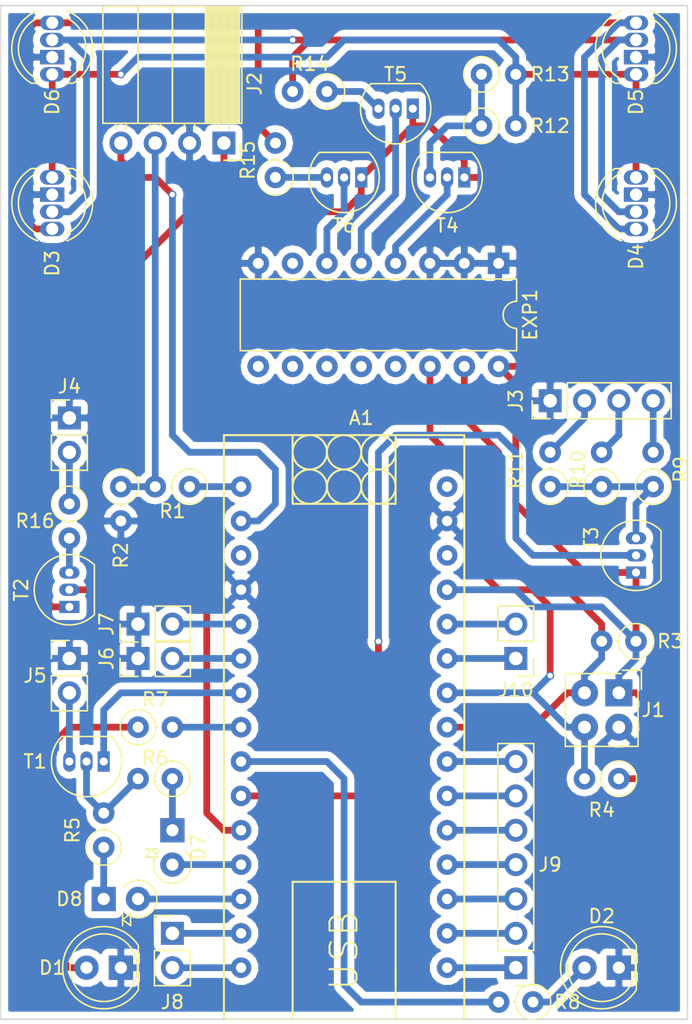
<source format=kicad_pcb>
(kicad_pcb (version 4) (host pcbnew 4.0.7-e2-6376~58~ubuntu16.04.1)

  (general
    (links 94)
    (no_connects 0)
    (area 53.485 62.736904 107.855239 138.985001)
    (thickness 1.6)
    (drawings 4)
    (tracks 214)
    (zones 0)
    (modules 42)
    (nets 58)
  )

  (page A4)
  (layers
    (0 F.Cu signal)
    (31 B.Cu signal)
    (32 B.Adhes user hide)
    (33 F.Adhes user hide)
    (34 B.Paste user hide)
    (35 F.Paste user hide)
    (36 B.SilkS user)
    (37 F.SilkS user)
    (38 B.Mask user)
    (39 F.Mask user)
    (40 Dwgs.User user hide)
    (41 Cmts.User user hide)
    (42 Eco1.User user hide)
    (43 Eco2.User user hide)
    (44 Edge.Cuts user)
    (45 Margin user hide)
    (46 B.CrtYd user hide)
    (47 F.CrtYd user hide)
    (48 B.Fab user hide)
    (49 F.Fab user hide)
  )

  (setup
    (last_trace_width 0.5)
    (trace_clearance 0.2)
    (zone_clearance 0.508)
    (zone_45_only no)
    (trace_min 0.2)
    (segment_width 0.2)
    (edge_width 0.1)
    (via_size 0.6)
    (via_drill 0.4)
    (via_min_size 0.4)
    (via_min_drill 0.3)
    (uvia_size 0.3)
    (uvia_drill 0.1)
    (uvias_allowed no)
    (uvia_min_size 0.2)
    (uvia_min_drill 0.1)
    (pcb_text_width 0.3)
    (pcb_text_size 1.5 1.5)
    (mod_edge_width 0.15)
    (mod_text_size 1 1)
    (mod_text_width 0.15)
    (pad_size 1.5 1.5)
    (pad_drill 0.6)
    (pad_to_mask_clearance 0)
    (aux_axis_origin 0 0)
    (visible_elements FFFEFF7F)
    (pcbplotparams
      (layerselection 0x010f0_80000001)
      (usegerberextensions false)
      (usegerberattributes true)
      (excludeedgelayer false)
      (linewidth 0.100000)
      (plotframeref false)
      (viasonmask false)
      (mode 1)
      (useauxorigin true)
      (hpglpennumber 1)
      (hpglpenspeed 20)
      (hpglpendiameter 15)
      (hpglpenoverlay 2)
      (psnegative false)
      (psa4output false)
      (plotreference true)
      (plotvalue true)
      (plotinvisibletext false)
      (padsonsilk false)
      (subtractmaskfromsilk false)
      (outputformat 1)
      (mirror false)
      (drillshape 0)
      (scaleselection 1)
      (outputdirectory tagger_production_output/))
  )

  (net 0 "")
  (net 1 "Net-(A1-Pad1)")
  (net 2 "Net-(A1-Pad2)")
  (net 3 "Net-(A1-Pad3)")
  (net 4 GND)
  (net 5 "Net-(A1-Pad5)")
  (net 6 "Net-(A1-Pad6)")
  (net 7 "Net-(A1-Pad7)")
  (net 8 "Net-(A1-Pad8)")
  (net 9 "Net-(A1-Pad9)")
  (net 10 "Net-(A1-Pad10)")
  (net 11 "Net-(A1-Pad11)")
  (net 12 "Net-(A1-Pad12)")
  (net 13 "Net-(A1-Pad13)")
  (net 14 "Net-(A1-Pad14)")
  (net 15 "Net-(A1-Pad15)")
  (net 16 "Net-(A1-Pad16)")
  (net 17 +3V3)
  (net 18 VAA)
  (net 19 "Net-(A1-Pad19)")
  (net 20 "Net-(A1-Pad20)")
  (net 21 "Net-(A1-Pad21)")
  (net 22 "Net-(A1-Pad22)")
  (net 23 "Net-(A1-Pad23)")
  (net 24 "Net-(A1-Pad24)")
  (net 25 "Net-(A1-Pad25)")
  (net 26 "Net-(A1-Pad26)")
  (net 27 +5V)
  (net 28 "Net-(A1-Pad28)")
  (net 29 "Net-(A1-Pad30)")
  (net 30 "Net-(D1-Pad2)")
  (net 31 "Net-(D2-Pad2)")
  (net 32 "Net-(D3-Pad2)")
  (net 33 "Net-(D3-Pad3)")
  (net 34 "Net-(D3-Pad4)")
  (net 35 "Net-(D7-Pad1)")
  (net 36 "Net-(D8-Pad1)")
  (net 37 "Net-(EXP1-Pad9)")
  (net 38 "Net-(EXP1-Pad10)")
  (net 39 "Net-(EXP1-Pad11)")
  (net 40 "Net-(EXP1-Pad4)")
  (net 41 "Net-(EXP1-Pad12)")
  (net 42 "Net-(EXP1-Pad5)")
  (net 43 "Net-(EXP1-Pad13)")
  (net 44 "Net-(EXP1-Pad6)")
  (net 45 "Net-(EXP1-Pad7)")
  (net 46 "Net-(J3-Pad2)")
  (net 47 "Net-(J3-Pad3)")
  (net 48 "Net-(J3-Pad4)")
  (net 49 "Net-(J4-Pad2)")
  (net 50 "Net-(J5-Pad2)")
  (net 51 "Net-(R5-Pad2)")
  (net 52 "Net-(R10-Pad1)")
  (net 53 "Net-(R12-Pad1)")
  (net 54 "Net-(R14-Pad1)")
  (net 55 "Net-(R15-Pad1)")
  (net 56 "Net-(R16-Pad2)")
  (net 57 "Net-(J2-Pad3)")

  (net_class Default "This is the default net class."
    (clearance 0.2)
    (trace_width 0.5)
    (via_dia 0.6)
    (via_drill 0.4)
    (uvia_dia 0.3)
    (uvia_drill 0.1)
    (add_net +3V3)
    (add_net +5V)
    (add_net GND)
    (add_net "Net-(A1-Pad1)")
    (add_net "Net-(A1-Pad10)")
    (add_net "Net-(A1-Pad11)")
    (add_net "Net-(A1-Pad12)")
    (add_net "Net-(A1-Pad13)")
    (add_net "Net-(A1-Pad14)")
    (add_net "Net-(A1-Pad15)")
    (add_net "Net-(A1-Pad16)")
    (add_net "Net-(A1-Pad19)")
    (add_net "Net-(A1-Pad2)")
    (add_net "Net-(A1-Pad20)")
    (add_net "Net-(A1-Pad21)")
    (add_net "Net-(A1-Pad22)")
    (add_net "Net-(A1-Pad23)")
    (add_net "Net-(A1-Pad24)")
    (add_net "Net-(A1-Pad25)")
    (add_net "Net-(A1-Pad26)")
    (add_net "Net-(A1-Pad28)")
    (add_net "Net-(A1-Pad3)")
    (add_net "Net-(A1-Pad30)")
    (add_net "Net-(A1-Pad5)")
    (add_net "Net-(A1-Pad6)")
    (add_net "Net-(A1-Pad7)")
    (add_net "Net-(A1-Pad8)")
    (add_net "Net-(A1-Pad9)")
    (add_net "Net-(D1-Pad2)")
    (add_net "Net-(D2-Pad2)")
    (add_net "Net-(D3-Pad2)")
    (add_net "Net-(D3-Pad3)")
    (add_net "Net-(D3-Pad4)")
    (add_net "Net-(D7-Pad1)")
    (add_net "Net-(D8-Pad1)")
    (add_net "Net-(EXP1-Pad10)")
    (add_net "Net-(EXP1-Pad11)")
    (add_net "Net-(EXP1-Pad12)")
    (add_net "Net-(EXP1-Pad13)")
    (add_net "Net-(EXP1-Pad4)")
    (add_net "Net-(EXP1-Pad5)")
    (add_net "Net-(EXP1-Pad6)")
    (add_net "Net-(EXP1-Pad7)")
    (add_net "Net-(EXP1-Pad9)")
    (add_net "Net-(J2-Pad3)")
    (add_net "Net-(J3-Pad2)")
    (add_net "Net-(J3-Pad3)")
    (add_net "Net-(J3-Pad4)")
    (add_net "Net-(J4-Pad2)")
    (add_net "Net-(J5-Pad2)")
    (add_net "Net-(R10-Pad1)")
    (add_net "Net-(R12-Pad1)")
    (add_net "Net-(R14-Pad1)")
    (add_net "Net-(R15-Pad1)")
    (add_net "Net-(R16-Pad2)")
    (add_net "Net-(R5-Pad2)")
    (add_net VAA)
  )

  (module Arduino:ArduinoNano (layer F.Cu) (tedit 5A70BD3A) (tstamp 5A6F7E7C)
    (at 80.01 109.22)
    (path /5A5288C6)
    (fp_text reference A1 (at 1.27 -15.24) (layer F.SilkS)
      (effects (font (size 1 1) (thickness 0.15)))
    )
    (fp_text value ArduinoNano (at 0 -15.24) (layer F.Fab)
      (effects (font (size 1 1) (thickness 0.15)))
    )
    (fp_line (start -3.81 26.67) (end -3.81 29.21) (layer F.SilkS) (width 0.15))
    (fp_line (start 3.81 26.67) (end 3.81 29.21) (layer F.SilkS) (width 0.15))
    (fp_line (start -8.89 26.67) (end -8.89 29.21) (layer F.SilkS) (width 0.15))
    (fp_line (start -8.89 29.21) (end 8.89 29.21) (layer F.SilkS) (width 0.15))
    (fp_line (start 8.89 29.21) (end 8.89 26.67) (layer F.SilkS) (width 0.15))
    (fp_line (start -2.54 19.05) (end -3.81 19.05) (layer F.SilkS) (width 0.15))
    (fp_line (start -3.81 19.05) (end -3.81 26.67) (layer F.SilkS) (width 0.15))
    (fp_line (start 3.81 25.4) (end 3.81 26.67) (layer F.SilkS) (width 0.15))
    (fp_line (start 2.54 19.05) (end 3.81 19.05) (layer F.SilkS) (width 0.15))
    (fp_line (start 3.81 19.05) (end 3.81 26.67) (layer F.SilkS) (width 0.15))
    (fp_line (start 3.81 26.67) (end 3.81 25.4) (layer F.SilkS) (width 0.15))
    (fp_circle (center 2.54 -10.16) (end 2.54 -11.43) (layer F.SilkS) (width 0.15))
    (fp_circle (center 0 -10.16) (end 0 -8.89) (layer F.SilkS) (width 0.15))
    (fp_circle (center -2.54 -10.16) (end -1.27 -10.16) (layer F.SilkS) (width 0.15))
    (fp_circle (center 2.54 -12.7) (end 2.54 -11.43) (layer F.SilkS) (width 0.15))
    (fp_circle (center 0 -12.7) (end 0 -11.43) (layer F.SilkS) (width 0.15))
    (fp_circle (center -2.54 -12.7) (end -2.54 -11.43) (layer F.SilkS) (width 0.15))
    (fp_line (start -3.81 -13.97) (end -3.81 -8.89) (layer F.SilkS) (width 0.15))
    (fp_line (start -3.81 -8.89) (end 3.81 -8.89) (layer F.SilkS) (width 0.15))
    (fp_line (start 3.81 -8.89) (end 3.81 -13.97) (layer F.SilkS) (width 0.15))
    (fp_line (start -8.89 -12.7) (end -8.89 -13.97) (layer F.SilkS) (width 0.15))
    (fp_line (start -8.89 -13.97) (end 8.89 -13.97) (layer F.SilkS) (width 0.15))
    (fp_line (start 8.89 -13.97) (end 8.89 -12.7) (layer F.SilkS) (width 0.15))
    (fp_line (start -8.89 -11.43) (end -8.89 -12.7) (layer F.SilkS) (width 0.15))
    (fp_line (start 8.89 -12.7) (end 8.89 -11.43) (layer F.SilkS) (width 0.15))
    (fp_text user USB (at 0 24.13 90) (layer F.SilkS)
      (effects (font (size 2 2) (thickness 0.15)))
    )
    (fp_line (start -2.54 19.05) (end 2.54 19.05) (layer F.SilkS) (width 0.15))
    (fp_line (start -8.89 -11.43) (end -8.89 26.67) (layer F.SilkS) (width 0.15))
    (fp_line (start 8.89 26.67) (end 8.89 -11.43) (layer F.SilkS) (width 0.15))
    (pad 1 thru_hole circle (at -7.62 -10.16) (size 1.524 1.524) (drill 0.762) (layers *.Cu *.Mask)
      (net 1 "Net-(A1-Pad1)"))
    (pad 2 thru_hole circle (at -7.62 -7.62) (size 1.524 1.524) (drill 0.762) (layers *.Cu *.Mask)
      (net 2 "Net-(A1-Pad2)"))
    (pad 3 thru_hole circle (at -7.62 -5.08) (size 1.524 1.524) (drill 0.762) (layers *.Cu *.Mask)
      (net 3 "Net-(A1-Pad3)"))
    (pad 4 thru_hole circle (at -7.62 -2.54) (size 1.524 1.524) (drill 0.762) (layers *.Cu *.Mask)
      (net 4 GND))
    (pad 5 thru_hole circle (at -7.62 0) (size 1.524 1.524) (drill 0.762) (layers *.Cu *.Mask)
      (net 5 "Net-(A1-Pad5)"))
    (pad 6 thru_hole circle (at -7.62 2.54) (size 1.524 1.524) (drill 0.762) (layers *.Cu *.Mask)
      (net 6 "Net-(A1-Pad6)"))
    (pad 7 thru_hole circle (at -7.62 5.08) (size 1.524 1.524) (drill 0.762) (layers *.Cu *.Mask)
      (net 7 "Net-(A1-Pad7)"))
    (pad 8 thru_hole circle (at -7.62 7.62) (size 1.524 1.524) (drill 0.762) (layers *.Cu *.Mask)
      (net 8 "Net-(A1-Pad8)"))
    (pad 9 thru_hole circle (at -7.62 10.16) (size 1.524 1.524) (drill 0.762) (layers *.Cu *.Mask)
      (net 9 "Net-(A1-Pad9)"))
    (pad 10 thru_hole circle (at -7.62 12.7) (size 1.524 1.524) (drill 0.762) (layers *.Cu *.Mask)
      (net 10 "Net-(A1-Pad10)"))
    (pad 11 thru_hole circle (at -7.62 15.24) (size 1.524 1.524) (drill 0.762) (layers *.Cu *.Mask)
      (net 11 "Net-(A1-Pad11)"))
    (pad 12 thru_hole circle (at -7.62 17.78) (size 1.524 1.524) (drill 0.762) (layers *.Cu *.Mask)
      (net 12 "Net-(A1-Pad12)"))
    (pad 13 thru_hole circle (at -7.62 20.32) (size 1.524 1.524) (drill 0.762) (layers *.Cu *.Mask)
      (net 13 "Net-(A1-Pad13)"))
    (pad 14 thru_hole circle (at -7.62 22.86) (size 1.524 1.524) (drill 0.762) (layers *.Cu *.Mask)
      (net 14 "Net-(A1-Pad14)"))
    (pad 15 thru_hole circle (at -7.62 25.4) (size 1.524 1.524) (drill 0.762) (layers *.Cu *.Mask)
      (net 15 "Net-(A1-Pad15)"))
    (pad 16 thru_hole circle (at 7.62 25.4) (size 1.524 1.524) (drill 0.762) (layers *.Cu *.Mask)
      (net 16 "Net-(A1-Pad16)"))
    (pad 17 thru_hole circle (at 7.62 22.86) (size 1.524 1.524) (drill 0.762) (layers *.Cu *.Mask)
      (net 17 +3V3))
    (pad 18 thru_hole circle (at 7.62 20.32) (size 1.524 1.524) (drill 0.762) (layers *.Cu *.Mask)
      (net 18 VAA))
    (pad 19 thru_hole circle (at 7.62 17.78) (size 1.524 1.524) (drill 0.762) (layers *.Cu *.Mask)
      (net 19 "Net-(A1-Pad19)"))
    (pad 20 thru_hole circle (at 7.62 15.24) (size 1.524 1.524) (drill 0.762) (layers *.Cu *.Mask)
      (net 20 "Net-(A1-Pad20)"))
    (pad 21 thru_hole circle (at 7.62 12.7) (size 1.524 1.524) (drill 0.762) (layers *.Cu *.Mask)
      (net 21 "Net-(A1-Pad21)"))
    (pad 22 thru_hole circle (at 7.62 10.16) (size 1.524 1.524) (drill 0.762) (layers *.Cu *.Mask)
      (net 22 "Net-(A1-Pad22)"))
    (pad 23 thru_hole circle (at 7.62 7.62) (size 1.524 1.524) (drill 0.762) (layers *.Cu *.Mask)
      (net 23 "Net-(A1-Pad23)"))
    (pad 24 thru_hole circle (at 7.62 5.08) (size 1.524 1.524) (drill 0.762) (layers *.Cu *.Mask)
      (net 24 "Net-(A1-Pad24)"))
    (pad 25 thru_hole circle (at 7.62 2.54) (size 1.524 1.524) (drill 0.762) (layers *.Cu *.Mask)
      (net 25 "Net-(A1-Pad25)"))
    (pad 26 thru_hole circle (at 7.62 0) (size 1.524 1.524) (drill 0.762) (layers *.Cu *.Mask)
      (net 26 "Net-(A1-Pad26)"))
    (pad 27 thru_hole circle (at 7.62 -2.54) (size 1.524 1.524) (drill 0.762) (layers *.Cu *.Mask)
      (net 27 +5V))
    (pad 28 thru_hole circle (at 7.62 -5.08) (size 1.524 1.524) (drill 0.762) (layers *.Cu *.Mask)
      (net 28 "Net-(A1-Pad28)"))
    (pad 29 thru_hole circle (at 7.62 -7.62) (size 1.524 1.524) (drill 0.762) (layers *.Cu *.Mask)
      (net 4 GND))
    (pad 30 thru_hole circle (at 7.62 -10.16) (size 1.524 1.524) (drill 0.762) (layers *.Cu *.Mask)
      (net 29 "Net-(A1-Pad30)"))
  )

  (module LEDs:LED_D5.0mm_FlatTop (layer F.Cu) (tedit 5A70CEC8) (tstamp 5A6F7E8D)
    (at 63.5 134.62 180)
    (descr "LED, Round, FlatTop, diameter 5.0mm, 2 pins, http://www.kingbright.com/attachments/file/psearch/000/00/00/L-483GDT(Ver.15B).pdf")
    (tags "LED Round FlatTop diameter 5.0mm 2 pins")
    (path /592B50B6)
    (fp_text reference D1 (at 5.08 0 180) (layer F.SilkS)
      (effects (font (size 1 1) (thickness 0.15)))
    )
    (fp_text value StatusLED (at 1.27 4.01 180) (layer F.Fab)
      (effects (font (size 1 1) (thickness 0.15)))
    )
    (fp_arc (start 1.27 0) (end -1.23 -1.566046) (angle 295.9) (layer F.Fab) (width 0.1))
    (fp_arc (start 1.27 0) (end -1.29 -1.639512) (angle 147.4) (layer F.SilkS) (width 0.12))
    (fp_arc (start 1.27 0) (end -1.29 1.639512) (angle -147.4) (layer F.SilkS) (width 0.12))
    (fp_circle (center 1.27 0) (end 3.77 0) (layer F.Fab) (width 0.1))
    (fp_circle (center 1.27 0) (end 3.77 0) (layer F.SilkS) (width 0.12))
    (fp_line (start -1.23 -1.566046) (end -1.23 1.566046) (layer F.Fab) (width 0.1))
    (fp_line (start -1.29 -1.64) (end -1.29 1.64) (layer F.SilkS) (width 0.12))
    (fp_line (start -2 -3.3) (end -2 3.3) (layer F.CrtYd) (width 0.05))
    (fp_line (start -2 3.3) (end 4.55 3.3) (layer F.CrtYd) (width 0.05))
    (fp_line (start 4.55 3.3) (end 4.55 -3.3) (layer F.CrtYd) (width 0.05))
    (fp_line (start 4.55 -3.3) (end -2 -3.3) (layer F.CrtYd) (width 0.05))
    (pad 1 thru_hole rect (at 0 0 180) (size 1.8 1.8) (drill 0.9) (layers *.Cu *.Mask)
      (net 4 GND))
    (pad 2 thru_hole circle (at 2.54 0 180) (size 1.8 1.8) (drill 0.9) (layers *.Cu *.Mask)
      (net 30 "Net-(D1-Pad2)"))
    (model ${KISYS3DMOD}/LEDs.3dshapes/LED_D5.0mm_FlatTop.wrl
      (at (xyz 0 0 0))
      (scale (xyz 0.393701 0.393701 0.393701))
      (rotate (xyz 0 0 0))
    )
  )

  (module LEDs:LED_D5.0mm_FlatTop (layer F.Cu) (tedit 5A70CEB8) (tstamp 5A6F7E9E)
    (at 100.33 134.62 180)
    (descr "LED, Round, FlatTop, diameter 5.0mm, 2 pins, http://www.kingbright.com/attachments/file/psearch/000/00/00/L-483GDT(Ver.15B).pdf")
    (tags "LED Round FlatTop diameter 5.0mm 2 pins")
    (path /592B5015)
    (fp_text reference D2 (at 1.27 3.81 180) (layer F.SilkS)
      (effects (font (size 1 1) (thickness 0.15)))
    )
    (fp_text value AmmoLED (at 1.27 4.01 180) (layer F.Fab)
      (effects (font (size 1 1) (thickness 0.15)))
    )
    (fp_arc (start 1.27 0) (end -1.23 -1.566046) (angle 295.9) (layer F.Fab) (width 0.1))
    (fp_arc (start 1.27 0) (end -1.29 -1.639512) (angle 147.4) (layer F.SilkS) (width 0.12))
    (fp_arc (start 1.27 0) (end -1.29 1.639512) (angle -147.4) (layer F.SilkS) (width 0.12))
    (fp_circle (center 1.27 0) (end 3.77 0) (layer F.Fab) (width 0.1))
    (fp_circle (center 1.27 0) (end 3.77 0) (layer F.SilkS) (width 0.12))
    (fp_line (start -1.23 -1.566046) (end -1.23 1.566046) (layer F.Fab) (width 0.1))
    (fp_line (start -1.29 -1.64) (end -1.29 1.64) (layer F.SilkS) (width 0.12))
    (fp_line (start -2 -3.3) (end -2 3.3) (layer F.CrtYd) (width 0.05))
    (fp_line (start -2 3.3) (end 4.55 3.3) (layer F.CrtYd) (width 0.05))
    (fp_line (start 4.55 3.3) (end 4.55 -3.3) (layer F.CrtYd) (width 0.05))
    (fp_line (start 4.55 -3.3) (end -2 -3.3) (layer F.CrtYd) (width 0.05))
    (pad 1 thru_hole rect (at 0 0 180) (size 1.8 1.8) (drill 0.9) (layers *.Cu *.Mask)
      (net 4 GND))
    (pad 2 thru_hole circle (at 2.54 0 180) (size 1.8 1.8) (drill 0.9) (layers *.Cu *.Mask)
      (net 31 "Net-(D2-Pad2)"))
    (model ${KISYS3DMOD}/LEDs.3dshapes/LED_D5.0mm_FlatTop.wrl
      (at (xyz 0 0 0))
      (scale (xyz 0.393701 0.393701 0.393701))
      (rotate (xyz 0 0 0))
    )
  )

  (module RGB_LED_CC_5mm:LED_D5.0mm-4 (layer F.Cu) (tedit 5A70BCEC) (tstamp 5A6F7EB3)
    (at 58.42 76.2 270)
    (descr "LED, diameter 5.0mm, 2 pins, diameter 5.0mm, 3 pins, diameter 5.0mm, 4 pins, http://www.kingbright.com/attachments/file/psearch/000/00/00/L-154A4SUREQBFZGEW(Ver.9A).pdf")
    (tags "LED diameter 5.0mm 2 pins diameter 5.0mm 3 pins diameter 5.0mm 4 pins")
    (path /5A709771)
    (fp_text reference D3 (at 6.35 0 270) (layer F.SilkS)
      (effects (font (size 1 1) (thickness 0.15)))
    )
    (fp_text value LED_CRGB (at 1.905 3.96 270) (layer F.Fab)
      (effects (font (size 1 1) (thickness 0.15)))
    )
    (fp_arc (start 1.905 0) (end -0.595 -1.469694) (angle 299.1) (layer F.Fab) (width 0.1))
    (fp_arc (start 1.905 0) (end -0.655 -1.54483) (angle 127.7) (layer F.SilkS) (width 0.12))
    (fp_arc (start 1.905 0) (end -0.655 1.54483) (angle -127.7) (layer F.SilkS) (width 0.12))
    (fp_arc (start 1.905 0) (end -0.349684 -1.08) (angle 128.8) (layer F.SilkS) (width 0.12))
    (fp_arc (start 1.905 0) (end -0.349684 1.08) (angle -128.8) (layer F.SilkS) (width 0.12))
    (fp_circle (center 1.905 0) (end 4.405 0) (layer F.Fab) (width 0.1))
    (fp_line (start -0.595 -1.469694) (end -0.595 1.469694) (layer F.Fab) (width 0.1))
    (fp_line (start -0.655 -1.545) (end -0.655 -1.08) (layer F.SilkS) (width 0.12))
    (fp_line (start -0.655 1.08) (end -0.655 1.545) (layer F.SilkS) (width 0.12))
    (fp_line (start -1.35 -3.25) (end -1.35 3.25) (layer F.CrtYd) (width 0.05))
    (fp_line (start -1.35 3.25) (end 5.15 3.25) (layer F.CrtYd) (width 0.05))
    (fp_line (start 5.15 3.25) (end 5.15 -3.25) (layer F.CrtYd) (width 0.05))
    (fp_line (start 5.15 -3.25) (end -1.35 -3.25) (layer F.CrtYd) (width 0.05))
    (pad 1 thru_hole rect (at 1.27 0 270) (size 1.07 1.8) (drill 0.9) (layers *.Cu *.Mask)
      (net 4 GND))
    (pad 2 thru_hole oval (at 0 0 270) (size 1.07 1.8) (drill 0.9) (layers *.Cu *.Mask)
      (net 32 "Net-(D3-Pad2)"))
    (pad 3 thru_hole oval (at 2.54 0 270) (size 1.07 1.8) (drill 0.9) (layers *.Cu *.Mask)
      (net 33 "Net-(D3-Pad3)"))
    (pad 4 thru_hole oval (at 3.81 0 270) (size 1.07 1.8) (drill 0.9) (layers *.Cu *.Mask)
      (net 34 "Net-(D3-Pad4)"))
    (model ${KISYS3DMOD}/LEDs.3dshapes/LED_D5.0mm-4.wrl
      (at (xyz 0 0 0))
      (scale (xyz 0.393701 0.393701 0.393701))
      (rotate (xyz 0 0 0))
    )
  )

  (module RGB_LED_CC_5mm:LED_D5.0mm-4 (layer F.Cu) (tedit 5A70BCF7) (tstamp 5A6F7EC8)
    (at 101.6 76.2 270)
    (descr "LED, diameter 5.0mm, 2 pins, diameter 5.0mm, 3 pins, diameter 5.0mm, 4 pins, http://www.kingbright.com/attachments/file/psearch/000/00/00/L-154A4SUREQBFZGEW(Ver.9A).pdf")
    (tags "LED diameter 5.0mm 2 pins diameter 5.0mm 3 pins diameter 5.0mm 4 pins")
    (path /5A6E01EB)
    (fp_text reference D4 (at 5.85 0 270) (layer F.SilkS)
      (effects (font (size 1 1) (thickness 0.15)))
    )
    (fp_text value LED_CRGB (at 1.905 3.96 270) (layer F.Fab)
      (effects (font (size 1 1) (thickness 0.15)))
    )
    (fp_arc (start 1.905 0) (end -0.595 -1.469694) (angle 299.1) (layer F.Fab) (width 0.1))
    (fp_arc (start 1.905 0) (end -0.655 -1.54483) (angle 127.7) (layer F.SilkS) (width 0.12))
    (fp_arc (start 1.905 0) (end -0.655 1.54483) (angle -127.7) (layer F.SilkS) (width 0.12))
    (fp_arc (start 1.905 0) (end -0.349684 -1.08) (angle 128.8) (layer F.SilkS) (width 0.12))
    (fp_arc (start 1.905 0) (end -0.349684 1.08) (angle -128.8) (layer F.SilkS) (width 0.12))
    (fp_circle (center 1.905 0) (end 4.405 0) (layer F.Fab) (width 0.1))
    (fp_line (start -0.595 -1.469694) (end -0.595 1.469694) (layer F.Fab) (width 0.1))
    (fp_line (start -0.655 -1.545) (end -0.655 -1.08) (layer F.SilkS) (width 0.12))
    (fp_line (start -0.655 1.08) (end -0.655 1.545) (layer F.SilkS) (width 0.12))
    (fp_line (start -1.35 -3.25) (end -1.35 3.25) (layer F.CrtYd) (width 0.05))
    (fp_line (start -1.35 3.25) (end 5.15 3.25) (layer F.CrtYd) (width 0.05))
    (fp_line (start 5.15 3.25) (end 5.15 -3.25) (layer F.CrtYd) (width 0.05))
    (fp_line (start 5.15 -3.25) (end -1.35 -3.25) (layer F.CrtYd) (width 0.05))
    (pad 1 thru_hole rect (at 1.27 0 270) (size 1.07 1.8) (drill 0.9) (layers *.Cu *.Mask)
      (net 4 GND))
    (pad 2 thru_hole oval (at 0 0 270) (size 1.07 1.8) (drill 0.9) (layers *.Cu *.Mask)
      (net 32 "Net-(D3-Pad2)"))
    (pad 3 thru_hole oval (at 2.54 0 270) (size 1.07 1.8) (drill 0.9) (layers *.Cu *.Mask)
      (net 33 "Net-(D3-Pad3)"))
    (pad 4 thru_hole oval (at 3.81 0 270) (size 1.07 1.8) (drill 0.9) (layers *.Cu *.Mask)
      (net 34 "Net-(D3-Pad4)"))
    (model ${KISYS3DMOD}/LEDs.3dshapes/LED_D5.0mm-4.wrl
      (at (xyz 0 0 0))
      (scale (xyz 0.393701 0.393701 0.393701))
      (rotate (xyz 0 0 0))
    )
  )

  (module RGB_LED_CC_5mm:LED_D5.0mm-4 (layer F.Cu) (tedit 5A70CE59) (tstamp 5A6F7EDD)
    (at 101.6 68.58 90)
    (descr "LED, diameter 5.0mm, 2 pins, diameter 5.0mm, 3 pins, diameter 5.0mm, 4 pins, http://www.kingbright.com/attachments/file/psearch/000/00/00/L-154A4SUREQBFZGEW(Ver.9A).pdf")
    (tags "LED diameter 5.0mm 2 pins diameter 5.0mm 3 pins diameter 5.0mm 4 pins")
    (path /5A6E0395)
    (fp_text reference D5 (at -2.04 0 90) (layer F.SilkS)
      (effects (font (size 1 1) (thickness 0.15)))
    )
    (fp_text value LED_CRGB (at 1.905 3.96 90) (layer F.Fab)
      (effects (font (size 1 1) (thickness 0.15)))
    )
    (fp_arc (start 1.905 0) (end -0.595 -1.469694) (angle 299.1) (layer F.Fab) (width 0.1))
    (fp_arc (start 1.905 0) (end -0.655 -1.54483) (angle 127.7) (layer F.SilkS) (width 0.12))
    (fp_arc (start 1.905 0) (end -0.655 1.54483) (angle -127.7) (layer F.SilkS) (width 0.12))
    (fp_arc (start 1.905 0) (end -0.349684 -1.08) (angle 128.8) (layer F.SilkS) (width 0.12))
    (fp_arc (start 1.905 0) (end -0.349684 1.08) (angle -128.8) (layer F.SilkS) (width 0.12))
    (fp_circle (center 1.905 0) (end 4.405 0) (layer F.Fab) (width 0.1))
    (fp_line (start -0.595 -1.469694) (end -0.595 1.469694) (layer F.Fab) (width 0.1))
    (fp_line (start -0.655 -1.545) (end -0.655 -1.08) (layer F.SilkS) (width 0.12))
    (fp_line (start -0.655 1.08) (end -0.655 1.545) (layer F.SilkS) (width 0.12))
    (fp_line (start -1.35 -3.25) (end -1.35 3.25) (layer F.CrtYd) (width 0.05))
    (fp_line (start -1.35 3.25) (end 5.15 3.25) (layer F.CrtYd) (width 0.05))
    (fp_line (start 5.15 3.25) (end 5.15 -3.25) (layer F.CrtYd) (width 0.05))
    (fp_line (start 5.15 -3.25) (end -1.35 -3.25) (layer F.CrtYd) (width 0.05))
    (pad 1 thru_hole rect (at 1.27 0 90) (size 1.07 1.8) (drill 0.9) (layers *.Cu *.Mask)
      (net 4 GND))
    (pad 2 thru_hole oval (at 0 0 90) (size 1.07 1.8) (drill 0.9) (layers *.Cu *.Mask)
      (net 32 "Net-(D3-Pad2)"))
    (pad 3 thru_hole oval (at 2.54 0 90) (size 1.07 1.8) (drill 0.9) (layers *.Cu *.Mask)
      (net 33 "Net-(D3-Pad3)"))
    (pad 4 thru_hole oval (at 3.81 0 90) (size 1.07 1.8) (drill 0.9) (layers *.Cu *.Mask)
      (net 34 "Net-(D3-Pad4)"))
    (model ${KISYS3DMOD}/LEDs.3dshapes/LED_D5.0mm-4.wrl
      (at (xyz 0 0 0))
      (scale (xyz 0.393701 0.393701 0.393701))
      (rotate (xyz 0 0 0))
    )
  )

  (module RGB_LED_CC_5mm:LED_D5.0mm-4 (layer F.Cu) (tedit 5A70CE34) (tstamp 5A6F7EF2)
    (at 58.42 68.58 90)
    (descr "LED, diameter 5.0mm, 2 pins, diameter 5.0mm, 3 pins, diameter 5.0mm, 4 pins, http://www.kingbright.com/attachments/file/psearch/000/00/00/L-154A4SUREQBFZGEW(Ver.9A).pdf")
    (tags "LED diameter 5.0mm 2 pins diameter 5.0mm 3 pins diameter 5.0mm 4 pins")
    (path /5A6E0475)
    (fp_text reference D6 (at -2.04 0 90) (layer F.SilkS)
      (effects (font (size 1 1) (thickness 0.15)))
    )
    (fp_text value LED_CRGB (at 1.905 3.96 90) (layer F.Fab)
      (effects (font (size 1 1) (thickness 0.15)))
    )
    (fp_arc (start 1.905 0) (end -0.595 -1.469694) (angle 299.1) (layer F.Fab) (width 0.1))
    (fp_arc (start 1.905 0) (end -0.655 -1.54483) (angle 127.7) (layer F.SilkS) (width 0.12))
    (fp_arc (start 1.905 0) (end -0.655 1.54483) (angle -127.7) (layer F.SilkS) (width 0.12))
    (fp_arc (start 1.905 0) (end -0.349684 -1.08) (angle 128.8) (layer F.SilkS) (width 0.12))
    (fp_arc (start 1.905 0) (end -0.349684 1.08) (angle -128.8) (layer F.SilkS) (width 0.12))
    (fp_circle (center 1.905 0) (end 4.405 0) (layer F.Fab) (width 0.1))
    (fp_line (start -0.595 -1.469694) (end -0.595 1.469694) (layer F.Fab) (width 0.1))
    (fp_line (start -0.655 -1.545) (end -0.655 -1.08) (layer F.SilkS) (width 0.12))
    (fp_line (start -0.655 1.08) (end -0.655 1.545) (layer F.SilkS) (width 0.12))
    (fp_line (start -1.35 -3.25) (end -1.35 3.25) (layer F.CrtYd) (width 0.05))
    (fp_line (start -1.35 3.25) (end 5.15 3.25) (layer F.CrtYd) (width 0.05))
    (fp_line (start 5.15 3.25) (end 5.15 -3.25) (layer F.CrtYd) (width 0.05))
    (fp_line (start 5.15 -3.25) (end -1.35 -3.25) (layer F.CrtYd) (width 0.05))
    (pad 1 thru_hole rect (at 1.27 0 90) (size 1.07 1.8) (drill 0.9) (layers *.Cu *.Mask)
      (net 4 GND))
    (pad 2 thru_hole oval (at 0 0 90) (size 1.07 1.8) (drill 0.9) (layers *.Cu *.Mask)
      (net 32 "Net-(D3-Pad2)"))
    (pad 3 thru_hole oval (at 2.54 0 90) (size 1.07 1.8) (drill 0.9) (layers *.Cu *.Mask)
      (net 33 "Net-(D3-Pad3)"))
    (pad 4 thru_hole oval (at 3.81 0 90) (size 1.07 1.8) (drill 0.9) (layers *.Cu *.Mask)
      (net 34 "Net-(D3-Pad4)"))
    (model ${KISYS3DMOD}/LEDs.3dshapes/LED_D5.0mm-4.wrl
      (at (xyz 0 0 0))
      (scale (xyz 0.393701 0.393701 0.393701))
      (rotate (xyz 0 0 0))
    )
  )

  (module Diodes_THT:D_A-405_P2.54mm_Vertical_KathodeUp (layer F.Cu) (tedit 5921392E) (tstamp 5A6F7F05)
    (at 67.31 124.46 270)
    (descr "D, A-405 series, Axial, Vertical, pin pitch=2.54mm, , length*diameter=5.2*2.7mm^2, , http://www.diodes.com/_files/packages/A-405.pdf")
    (tags "D A-405 series Axial Vertical pin pitch 2.54mm  length 5.2mm diameter 2.7mm")
    (path /5A6F57E6)
    (fp_text reference D7 (at 1.27 -1.91 270) (layer F.SilkS)
      (effects (font (size 1 1) (thickness 0.15)))
    )
    (fp_text value D (at 1.27 3.299 270) (layer F.Fab)
      (effects (font (size 1 1) (thickness 0.15)))
    )
    (fp_text user K (at -1.6 0 270) (layer F.Fab)
      (effects (font (size 1 1) (thickness 0.15)))
    )
    (fp_text user %R (at 1.27 0 270) (layer F.Fab)
      (effects (font (size 1 1) (thickness 0.15)))
    )
    (fp_line (start 0 0) (end 2.54 0) (layer F.Fab) (width 0.1))
    (fp_line (start 1.397 1.08) (end 1.397 1.969) (layer F.SilkS) (width 0.12))
    (fp_line (start 1.397 1.5245) (end 1.989667 1.08) (layer F.SilkS) (width 0.12))
    (fp_line (start 1.989667 1.08) (end 1.989667 1.969) (layer F.SilkS) (width 0.12))
    (fp_line (start 1.989667 1.969) (end 1.397 1.5245) (layer F.SilkS) (width 0.12))
    (fp_line (start -1.25 -1.7) (end -1.25 1.7) (layer F.CrtYd) (width 0.05))
    (fp_line (start -1.25 1.7) (end 4.2 1.7) (layer F.CrtYd) (width 0.05))
    (fp_line (start 4.2 1.7) (end 4.2 -1.7) (layer F.CrtYd) (width 0.05))
    (fp_line (start 4.2 -1.7) (end -1.25 -1.7) (layer F.CrtYd) (width 0.05))
    (fp_circle (center 2.54 0) (end 3.89 0) (layer F.Fab) (width 0.1))
    (fp_arc (start 2.54 0) (end 1.480189 -0.9) (angle 277.5) (layer F.SilkS) (width 0.12))
    (pad 1 thru_hole rect (at 0 0 270) (size 1.8 1.8) (drill 0.9) (layers *.Cu *.Mask)
      (net 35 "Net-(D7-Pad1)"))
    (pad 2 thru_hole oval (at 2.54 0 270) (size 1.8 1.8) (drill 0.9) (layers *.Cu *.Mask)
      (net 12 "Net-(A1-Pad12)"))
    (model ${KISYS3DMOD}/Diodes_THT.3dshapes/D_A-405_P2.54mm_Vertical_KathodeUp.wrl
      (at (xyz 0 0 0))
      (scale (xyz 0.393701 0.393701 0.393701))
      (rotate (xyz 0 0 0))
    )
  )

  (module Diodes_THT:D_A-405_P2.54mm_Vertical_KathodeUp (layer F.Cu) (tedit 5A70CED1) (tstamp 5A6F7F18)
    (at 62.23 129.54)
    (descr "D, A-405 series, Axial, Vertical, pin pitch=2.54mm, , length*diameter=5.2*2.7mm^2, , http://www.diodes.com/_files/packages/A-405.pdf")
    (tags "D A-405 series Axial Vertical pin pitch 2.54mm  length 5.2mm diameter 2.7mm")
    (path /5A6F5894)
    (fp_text reference D8 (at -2.54 0) (layer F.SilkS)
      (effects (font (size 1 1) (thickness 0.15)))
    )
    (fp_text value D (at 1.27 3.299) (layer F.Fab)
      (effects (font (size 1 1) (thickness 0.15)))
    )
    (fp_text user K (at -1.6 0) (layer F.Fab)
      (effects (font (size 1 1) (thickness 0.15)))
    )
    (fp_text user %R (at 1.27 0) (layer F.Fab)
      (effects (font (size 1 1) (thickness 0.15)))
    )
    (fp_line (start 0 0) (end 2.54 0) (layer F.Fab) (width 0.1))
    (fp_line (start 1.397 1.08) (end 1.397 1.969) (layer F.SilkS) (width 0.12))
    (fp_line (start 1.397 1.5245) (end 1.989667 1.08) (layer F.SilkS) (width 0.12))
    (fp_line (start 1.989667 1.08) (end 1.989667 1.969) (layer F.SilkS) (width 0.12))
    (fp_line (start 1.989667 1.969) (end 1.397 1.5245) (layer F.SilkS) (width 0.12))
    (fp_line (start -1.25 -1.7) (end -1.25 1.7) (layer F.CrtYd) (width 0.05))
    (fp_line (start -1.25 1.7) (end 4.2 1.7) (layer F.CrtYd) (width 0.05))
    (fp_line (start 4.2 1.7) (end 4.2 -1.7) (layer F.CrtYd) (width 0.05))
    (fp_line (start 4.2 -1.7) (end -1.25 -1.7) (layer F.CrtYd) (width 0.05))
    (fp_circle (center 2.54 0) (end 3.89 0) (layer F.Fab) (width 0.1))
    (fp_arc (start 2.54 0) (end 1.480189 -0.9) (angle 277.5) (layer F.SilkS) (width 0.12))
    (pad 1 thru_hole rect (at 0 0) (size 1.8 1.8) (drill 0.9) (layers *.Cu *.Mask)
      (net 36 "Net-(D8-Pad1)"))
    (pad 2 thru_hole oval (at 2.54 0) (size 1.8 1.8) (drill 0.9) (layers *.Cu *.Mask)
      (net 13 "Net-(A1-Pad13)"))
    (model ${KISYS3DMOD}/Diodes_THT.3dshapes/D_A-405_P2.54mm_Vertical_KathodeUp.wrl
      (at (xyz 0 0 0))
      (scale (xyz 0.393701 0.393701 0.393701))
      (rotate (xyz 0 0 0))
    )
  )

  (module Housings_DIP:DIP-16_W7.62mm (layer F.Cu) (tedit 59C78D6B) (tstamp 5A6F7F3C)
    (at 91.44 82.55 270)
    (descr "16-lead though-hole mounted DIP package, row spacing 7.62 mm (300 mils)")
    (tags "THT DIP DIL PDIP 2.54mm 7.62mm 300mil")
    (path /592B4845)
    (fp_text reference EXP1 (at 3.81 -2.33 270) (layer F.SilkS)
      (effects (font (size 1 1) (thickness 0.15)))
    )
    (fp_text value PCF8574A (at 3.81 20.11 270) (layer F.Fab)
      (effects (font (size 1 1) (thickness 0.15)))
    )
    (fp_arc (start 3.81 -1.33) (end 2.81 -1.33) (angle -180) (layer F.SilkS) (width 0.12))
    (fp_line (start 1.635 -1.27) (end 6.985 -1.27) (layer F.Fab) (width 0.1))
    (fp_line (start 6.985 -1.27) (end 6.985 19.05) (layer F.Fab) (width 0.1))
    (fp_line (start 6.985 19.05) (end 0.635 19.05) (layer F.Fab) (width 0.1))
    (fp_line (start 0.635 19.05) (end 0.635 -0.27) (layer F.Fab) (width 0.1))
    (fp_line (start 0.635 -0.27) (end 1.635 -1.27) (layer F.Fab) (width 0.1))
    (fp_line (start 2.81 -1.33) (end 1.16 -1.33) (layer F.SilkS) (width 0.12))
    (fp_line (start 1.16 -1.33) (end 1.16 19.11) (layer F.SilkS) (width 0.12))
    (fp_line (start 1.16 19.11) (end 6.46 19.11) (layer F.SilkS) (width 0.12))
    (fp_line (start 6.46 19.11) (end 6.46 -1.33) (layer F.SilkS) (width 0.12))
    (fp_line (start 6.46 -1.33) (end 4.81 -1.33) (layer F.SilkS) (width 0.12))
    (fp_line (start -1.1 -1.55) (end -1.1 19.3) (layer F.CrtYd) (width 0.05))
    (fp_line (start -1.1 19.3) (end 8.7 19.3) (layer F.CrtYd) (width 0.05))
    (fp_line (start 8.7 19.3) (end 8.7 -1.55) (layer F.CrtYd) (width 0.05))
    (fp_line (start 8.7 -1.55) (end -1.1 -1.55) (layer F.CrtYd) (width 0.05))
    (fp_text user %R (at 3.81 8.89 270) (layer F.Fab)
      (effects (font (size 1 1) (thickness 0.15)))
    )
    (pad 1 thru_hole rect (at 0 0 270) (size 1.6 1.6) (drill 0.8) (layers *.Cu *.Mask)
      (net 4 GND))
    (pad 9 thru_hole oval (at 7.62 17.78 270) (size 1.6 1.6) (drill 0.8) (layers *.Cu *.Mask)
      (net 37 "Net-(EXP1-Pad9)"))
    (pad 2 thru_hole oval (at 0 2.54 270) (size 1.6 1.6) (drill 0.8) (layers *.Cu *.Mask)
      (net 4 GND))
    (pad 10 thru_hole oval (at 7.62 15.24 270) (size 1.6 1.6) (drill 0.8) (layers *.Cu *.Mask)
      (net 38 "Net-(EXP1-Pad10)"))
    (pad 3 thru_hole oval (at 0 5.08 270) (size 1.6 1.6) (drill 0.8) (layers *.Cu *.Mask)
      (net 4 GND))
    (pad 11 thru_hole oval (at 7.62 12.7 270) (size 1.6 1.6) (drill 0.8) (layers *.Cu *.Mask)
      (net 39 "Net-(EXP1-Pad11)"))
    (pad 4 thru_hole oval (at 0 7.62 270) (size 1.6 1.6) (drill 0.8) (layers *.Cu *.Mask)
      (net 40 "Net-(EXP1-Pad4)"))
    (pad 12 thru_hole oval (at 7.62 10.16 270) (size 1.6 1.6) (drill 0.8) (layers *.Cu *.Mask)
      (net 41 "Net-(EXP1-Pad12)"))
    (pad 5 thru_hole oval (at 0 10.16 270) (size 1.6 1.6) (drill 0.8) (layers *.Cu *.Mask)
      (net 42 "Net-(EXP1-Pad5)"))
    (pad 13 thru_hole oval (at 7.62 7.62 270) (size 1.6 1.6) (drill 0.8) (layers *.Cu *.Mask)
      (net 43 "Net-(EXP1-Pad13)"))
    (pad 6 thru_hole oval (at 0 12.7 270) (size 1.6 1.6) (drill 0.8) (layers *.Cu *.Mask)
      (net 44 "Net-(EXP1-Pad6)"))
    (pad 14 thru_hole oval (at 7.62 5.08 270) (size 1.6 1.6) (drill 0.8) (layers *.Cu *.Mask)
      (net 24 "Net-(A1-Pad24)"))
    (pad 7 thru_hole oval (at 0 15.24 270) (size 1.6 1.6) (drill 0.8) (layers *.Cu *.Mask)
      (net 45 "Net-(EXP1-Pad7)"))
    (pad 15 thru_hole oval (at 7.62 2.54 270) (size 1.6 1.6) (drill 0.8) (layers *.Cu *.Mask)
      (net 23 "Net-(A1-Pad23)"))
    (pad 8 thru_hole oval (at 0 17.78 270) (size 1.6 1.6) (drill 0.8) (layers *.Cu *.Mask)
      (net 4 GND))
    (pad 16 thru_hole oval (at 7.62 0 270) (size 1.6 1.6) (drill 0.8) (layers *.Cu *.Mask)
      (net 27 +5V))
    (model ${KISYS3DMOD}/Housings_DIP.3dshapes/DIP-16_W7.62mm.wrl
      (at (xyz 0 0 0))
      (scale (xyz 1 1 1))
      (rotate (xyz 0 0 0))
    )
  )

  (module Connectors_Samtec:SDL-104-X-XX_2x02 (layer F.Cu) (tedit 5A70BD22) (tstamp 5A6F7F59)
    (at 100.33 114.3 270)
    (descr "Double row, low profile, screw machine socket strip, through hole, 100mil / 2.54mm pitch")
    (tags "samtec socket strip tht dual")
    (path /592BB96B)
    (fp_text reference J1 (at 1.27 -2.54 360) (layer F.SilkS)
      (effects (font (size 1 1) (thickness 0.15)))
    )
    (fp_text value I2C_ToReceiverModules (at 4.81 1.27 360) (layer F.Fab)
      (effects (font (size 1 1) (thickness 0.15)))
    )
    (fp_line (start -0.17 -1.42) (end 3.96 -1.42) (layer F.SilkS) (width 0.12))
    (fp_line (start 3.96 -1.42) (end 3.96 3.96) (layer F.SilkS) (width 0.12))
    (fp_line (start 3.96 3.96) (end -1.42 3.96) (layer F.SilkS) (width 0.12))
    (fp_line (start -1.42 3.96) (end -1.42 -0.17) (layer F.SilkS) (width 0.12))
    (fp_line (start -0.27 -1.67) (end -1.67 -1.67) (layer F.SilkS) (width 0.12))
    (fp_line (start -1.67 -1.67) (end -1.67 -0.27) (layer F.SilkS) (width 0.12))
    (fp_line (start -0.27 -1.67) (end -1.67 -1.67) (layer F.Fab) (width 0.1))
    (fp_line (start -1.67 -1.67) (end -1.67 -0.27) (layer F.Fab) (width 0.1))
    (fp_line (start -1.27 -1.27) (end -1.27 3.81) (layer F.Fab) (width 0.1))
    (fp_line (start -1.27 3.81) (end 3.81 3.81) (layer F.Fab) (width 0.1))
    (fp_line (start 3.81 3.81) (end 3.81 -1.27) (layer F.Fab) (width 0.1))
    (fp_line (start 3.81 -1.27) (end -1.27 -1.27) (layer F.Fab) (width 0.1))
    (fp_line (start -1.77 -1.77) (end -1.77 4.31) (layer F.CrtYd) (width 0.05))
    (fp_line (start -1.77 4.31) (end 4.31 4.31) (layer F.CrtYd) (width 0.05))
    (fp_line (start 4.31 4.31) (end 4.31 -1.77) (layer F.CrtYd) (width 0.05))
    (fp_line (start 4.31 -1.77) (end -1.77 -1.77) (layer F.CrtYd) (width 0.05))
    (fp_line (start -1.27 1.27) (end -1.07 1.27) (layer F.Fab) (width 0.1))
    (fp_line (start 3.81 1.27) (end 3.61 1.27) (layer F.Fab) (width 0.1))
    (fp_line (start -1.27 3.81) (end -1.07 3.81) (layer F.Fab) (width 0.1))
    (fp_line (start 3.81 3.81) (end 3.61 3.81) (layer F.Fab) (width 0.1))
    (fp_text user %R (at -2.54 1.27 360) (layer F.Fab)
      (effects (font (size 1 1) (thickness 0.15)))
    )
    (pad 1 thru_hole rect (at 0 0 270) (size 2 2) (drill 0.95) (layers *.Cu *.Mask)
      (net 27 +5V))
    (pad 3 thru_hole circle (at 0 2.54 270) (size 2 2) (drill 0.95) (layers *.Cu *.Mask)
      (net 23 "Net-(A1-Pad23)"))
    (pad 2 thru_hole circle (at 2.54 0 270) (size 2 2) (drill 0.95) (layers *.Cu *.Mask)
      (net 4 GND))
    (pad 4 thru_hole circle (at 2.54 2.54 270) (size 2 2) (drill 0.95) (layers *.Cu *.Mask)
      (net 24 "Net-(A1-Pad24)"))
    (model ${KISYS3DMOD}/Connectors_Samtec.3dshapes/SDL-104-X-XX_2x02.wrl
      (at (xyz 0 0 0))
      (scale (xyz 1 1 1))
      (rotate (xyz 0 0 0))
    )
  )

  (module Socket_Strips:Socket_Strip_Angled_1x04_Pitch2.54mm (layer F.Cu) (tedit 58CD5446) (tstamp 5A6F7FB6)
    (at 71.12 73.66 270)
    (descr "Through hole angled socket strip, 1x04, 2.54mm pitch, 8.51mm socket length, single row")
    (tags "Through hole angled socket strip THT 1x04 2.54mm single row")
    (path /592B4B54)
    (fp_text reference J2 (at -4.38 -2.27 270) (layer F.SilkS)
      (effects (font (size 1 1) (thickness 0.15)))
    )
    (fp_text value ToSerialBT (at -4.38 9.89 270) (layer F.Fab)
      (effects (font (size 1 1) (thickness 0.15)))
    )
    (fp_line (start -1.52 -1.27) (end -1.52 1.27) (layer F.Fab) (width 0.1))
    (fp_line (start -1.52 1.27) (end -10.03 1.27) (layer F.Fab) (width 0.1))
    (fp_line (start -10.03 1.27) (end -10.03 -1.27) (layer F.Fab) (width 0.1))
    (fp_line (start -10.03 -1.27) (end -1.52 -1.27) (layer F.Fab) (width 0.1))
    (fp_line (start 0 -0.32) (end 0 0.32) (layer F.Fab) (width 0.1))
    (fp_line (start 0 0.32) (end -1.52 0.32) (layer F.Fab) (width 0.1))
    (fp_line (start -1.52 0.32) (end -1.52 -0.32) (layer F.Fab) (width 0.1))
    (fp_line (start -1.52 -0.32) (end 0 -0.32) (layer F.Fab) (width 0.1))
    (fp_line (start -1.52 1.27) (end -1.52 3.81) (layer F.Fab) (width 0.1))
    (fp_line (start -1.52 3.81) (end -10.03 3.81) (layer F.Fab) (width 0.1))
    (fp_line (start -10.03 3.81) (end -10.03 1.27) (layer F.Fab) (width 0.1))
    (fp_line (start -10.03 1.27) (end -1.52 1.27) (layer F.Fab) (width 0.1))
    (fp_line (start 0 2.22) (end 0 2.86) (layer F.Fab) (width 0.1))
    (fp_line (start 0 2.86) (end -1.52 2.86) (layer F.Fab) (width 0.1))
    (fp_line (start -1.52 2.86) (end -1.52 2.22) (layer F.Fab) (width 0.1))
    (fp_line (start -1.52 2.22) (end 0 2.22) (layer F.Fab) (width 0.1))
    (fp_line (start -1.52 3.81) (end -1.52 6.35) (layer F.Fab) (width 0.1))
    (fp_line (start -1.52 6.35) (end -10.03 6.35) (layer F.Fab) (width 0.1))
    (fp_line (start -10.03 6.35) (end -10.03 3.81) (layer F.Fab) (width 0.1))
    (fp_line (start -10.03 3.81) (end -1.52 3.81) (layer F.Fab) (width 0.1))
    (fp_line (start 0 4.76) (end 0 5.4) (layer F.Fab) (width 0.1))
    (fp_line (start 0 5.4) (end -1.52 5.4) (layer F.Fab) (width 0.1))
    (fp_line (start -1.52 5.4) (end -1.52 4.76) (layer F.Fab) (width 0.1))
    (fp_line (start -1.52 4.76) (end 0 4.76) (layer F.Fab) (width 0.1))
    (fp_line (start -1.52 6.35) (end -1.52 8.89) (layer F.Fab) (width 0.1))
    (fp_line (start -1.52 8.89) (end -10.03 8.89) (layer F.Fab) (width 0.1))
    (fp_line (start -10.03 8.89) (end -10.03 6.35) (layer F.Fab) (width 0.1))
    (fp_line (start -10.03 6.35) (end -1.52 6.35) (layer F.Fab) (width 0.1))
    (fp_line (start 0 7.3) (end 0 7.94) (layer F.Fab) (width 0.1))
    (fp_line (start 0 7.94) (end -1.52 7.94) (layer F.Fab) (width 0.1))
    (fp_line (start -1.52 7.94) (end -1.52 7.3) (layer F.Fab) (width 0.1))
    (fp_line (start -1.52 7.3) (end 0 7.3) (layer F.Fab) (width 0.1))
    (fp_line (start -1.46 -1.33) (end -1.46 1.27) (layer F.SilkS) (width 0.12))
    (fp_line (start -1.46 1.27) (end -10.09 1.27) (layer F.SilkS) (width 0.12))
    (fp_line (start -10.09 1.27) (end -10.09 -1.33) (layer F.SilkS) (width 0.12))
    (fp_line (start -10.09 -1.33) (end -1.46 -1.33) (layer F.SilkS) (width 0.12))
    (fp_line (start -1.03 -0.38) (end -1.46 -0.38) (layer F.SilkS) (width 0.12))
    (fp_line (start -1.03 0.38) (end -1.46 0.38) (layer F.SilkS) (width 0.12))
    (fp_line (start -1.46 -1.15) (end -10.09 -1.15) (layer F.SilkS) (width 0.12))
    (fp_line (start -1.46 -1.03) (end -10.09 -1.03) (layer F.SilkS) (width 0.12))
    (fp_line (start -1.46 -0.91) (end -10.09 -0.91) (layer F.SilkS) (width 0.12))
    (fp_line (start -1.46 -0.79) (end -10.09 -0.79) (layer F.SilkS) (width 0.12))
    (fp_line (start -1.46 -0.67) (end -10.09 -0.67) (layer F.SilkS) (width 0.12))
    (fp_line (start -1.46 -0.55) (end -10.09 -0.55) (layer F.SilkS) (width 0.12))
    (fp_line (start -1.46 -0.43) (end -10.09 -0.43) (layer F.SilkS) (width 0.12))
    (fp_line (start -1.46 -0.31) (end -10.09 -0.31) (layer F.SilkS) (width 0.12))
    (fp_line (start -1.46 -0.19) (end -10.09 -0.19) (layer F.SilkS) (width 0.12))
    (fp_line (start -1.46 -0.07) (end -10.09 -0.07) (layer F.SilkS) (width 0.12))
    (fp_line (start -1.46 0.05) (end -10.09 0.05) (layer F.SilkS) (width 0.12))
    (fp_line (start -1.46 0.17) (end -10.09 0.17) (layer F.SilkS) (width 0.12))
    (fp_line (start -1.46 0.29) (end -10.09 0.29) (layer F.SilkS) (width 0.12))
    (fp_line (start -1.46 0.41) (end -10.09 0.41) (layer F.SilkS) (width 0.12))
    (fp_line (start -1.46 0.53) (end -10.09 0.53) (layer F.SilkS) (width 0.12))
    (fp_line (start -1.46 0.65) (end -10.09 0.65) (layer F.SilkS) (width 0.12))
    (fp_line (start -1.46 0.77) (end -10.09 0.77) (layer F.SilkS) (width 0.12))
    (fp_line (start -1.46 0.89) (end -10.09 0.89) (layer F.SilkS) (width 0.12))
    (fp_line (start -1.46 1.01) (end -10.09 1.01) (layer F.SilkS) (width 0.12))
    (fp_line (start -1.46 1.13) (end -10.09 1.13) (layer F.SilkS) (width 0.12))
    (fp_line (start -1.46 1.25) (end -10.09 1.25) (layer F.SilkS) (width 0.12))
    (fp_line (start -1.46 1.37) (end -10.09 1.37) (layer F.SilkS) (width 0.12))
    (fp_line (start -1.46 1.27) (end -1.46 3.81) (layer F.SilkS) (width 0.12))
    (fp_line (start -1.46 3.81) (end -10.09 3.81) (layer F.SilkS) (width 0.12))
    (fp_line (start -10.09 3.81) (end -10.09 1.27) (layer F.SilkS) (width 0.12))
    (fp_line (start -10.09 1.27) (end -1.46 1.27) (layer F.SilkS) (width 0.12))
    (fp_line (start -1.03 2.16) (end -1.46 2.16) (layer F.SilkS) (width 0.12))
    (fp_line (start -1.03 2.92) (end -1.46 2.92) (layer F.SilkS) (width 0.12))
    (fp_line (start -1.46 3.81) (end -1.46 6.35) (layer F.SilkS) (width 0.12))
    (fp_line (start -1.46 6.35) (end -10.09 6.35) (layer F.SilkS) (width 0.12))
    (fp_line (start -10.09 6.35) (end -10.09 3.81) (layer F.SilkS) (width 0.12))
    (fp_line (start -10.09 3.81) (end -1.46 3.81) (layer F.SilkS) (width 0.12))
    (fp_line (start -1.03 4.7) (end -1.46 4.7) (layer F.SilkS) (width 0.12))
    (fp_line (start -1.03 5.46) (end -1.46 5.46) (layer F.SilkS) (width 0.12))
    (fp_line (start -1.46 6.35) (end -1.46 8.95) (layer F.SilkS) (width 0.12))
    (fp_line (start -1.46 8.95) (end -10.09 8.95) (layer F.SilkS) (width 0.12))
    (fp_line (start -10.09 8.95) (end -10.09 6.35) (layer F.SilkS) (width 0.12))
    (fp_line (start -10.09 6.35) (end -1.46 6.35) (layer F.SilkS) (width 0.12))
    (fp_line (start -1.03 7.24) (end -1.46 7.24) (layer F.SilkS) (width 0.12))
    (fp_line (start -1.03 8) (end -1.46 8) (layer F.SilkS) (width 0.12))
    (fp_line (start 0 -1.27) (end 1.27 -1.27) (layer F.SilkS) (width 0.12))
    (fp_line (start 1.27 -1.27) (end 1.27 0) (layer F.SilkS) (width 0.12))
    (fp_line (start 1.8 -1.8) (end 1.8 9.4) (layer F.CrtYd) (width 0.05))
    (fp_line (start 1.8 9.4) (end -10.55 9.4) (layer F.CrtYd) (width 0.05))
    (fp_line (start -10.55 9.4) (end -10.55 -1.8) (layer F.CrtYd) (width 0.05))
    (fp_line (start -10.55 -1.8) (end 1.8 -1.8) (layer F.CrtYd) (width 0.05))
    (fp_text user %R (at -4.38 -2.27 270) (layer F.Fab)
      (effects (font (size 1 1) (thickness 0.15)))
    )
    (pad 1 thru_hole rect (at 0 0 270) (size 1.7 1.7) (drill 1) (layers *.Cu *.Mask)
      (net 27 +5V))
    (pad 2 thru_hole oval (at 0 2.54 270) (size 1.7 1.7) (drill 1) (layers *.Cu *.Mask)
      (net 4 GND))
    (pad 3 thru_hole oval (at 0 5.08 270) (size 1.7 1.7) (drill 1) (layers *.Cu *.Mask)
      (net 57 "Net-(J2-Pad3)"))
    (pad 4 thru_hole oval (at 0 7.62 270) (size 1.7 1.7) (drill 1) (layers *.Cu *.Mask)
      (net 2 "Net-(A1-Pad2)"))
    (model ${KISYS3DMOD}/Socket_Strips.3dshapes/Socket_Strip_Angled_1x04_Pitch2.54mm.wrl
      (at (xyz 0 -0.15 0))
      (scale (xyz 1 1 1))
      (rotate (xyz 0 0 270))
    )
  )

  (module Socket_Strips:Socket_Strip_Straight_1x04_Pitch2.54mm (layer F.Cu) (tedit 5A70CE96) (tstamp 5A6F7FCD)
    (at 95.25 92.71 90)
    (descr "Through hole straight socket strip, 1x04, 2.54mm pitch, single row")
    (tags "Through hole socket strip THT 1x04 2.54mm single row")
    (path /5A7012D3)
    (fp_text reference J3 (at 0 -2.54 90) (layer F.SilkS)
      (effects (font (size 1 1) (thickness 0.15)))
    )
    (fp_text value muzzlefire (at 0 9.95 90) (layer F.Fab)
      (effects (font (size 1 1) (thickness 0.15)))
    )
    (fp_line (start -1.27 -1.27) (end -1.27 8.89) (layer F.Fab) (width 0.1))
    (fp_line (start -1.27 8.89) (end 1.27 8.89) (layer F.Fab) (width 0.1))
    (fp_line (start 1.27 8.89) (end 1.27 -1.27) (layer F.Fab) (width 0.1))
    (fp_line (start 1.27 -1.27) (end -1.27 -1.27) (layer F.Fab) (width 0.1))
    (fp_line (start -1.33 1.27) (end -1.33 8.95) (layer F.SilkS) (width 0.12))
    (fp_line (start -1.33 8.95) (end 1.33 8.95) (layer F.SilkS) (width 0.12))
    (fp_line (start 1.33 8.95) (end 1.33 1.27) (layer F.SilkS) (width 0.12))
    (fp_line (start 1.33 1.27) (end -1.33 1.27) (layer F.SilkS) (width 0.12))
    (fp_line (start -1.33 0) (end -1.33 -1.33) (layer F.SilkS) (width 0.12))
    (fp_line (start -1.33 -1.33) (end 0 -1.33) (layer F.SilkS) (width 0.12))
    (fp_line (start -1.8 -1.8) (end -1.8 9.4) (layer F.CrtYd) (width 0.05))
    (fp_line (start -1.8 9.4) (end 1.8 9.4) (layer F.CrtYd) (width 0.05))
    (fp_line (start 1.8 9.4) (end 1.8 -1.8) (layer F.CrtYd) (width 0.05))
    (fp_line (start 1.8 -1.8) (end -1.8 -1.8) (layer F.CrtYd) (width 0.05))
    (fp_text user %R (at 0 -2.33 90) (layer F.Fab)
      (effects (font (size 1 1) (thickness 0.15)))
    )
    (pad 1 thru_hole rect (at 0 0 90) (size 1.7 1.7) (drill 1) (layers *.Cu *.Mask)
      (net 4 GND))
    (pad 2 thru_hole oval (at 0 2.54 90) (size 1.7 1.7) (drill 1) (layers *.Cu *.Mask)
      (net 46 "Net-(J3-Pad2)"))
    (pad 3 thru_hole oval (at 0 5.08 90) (size 1.7 1.7) (drill 1) (layers *.Cu *.Mask)
      (net 47 "Net-(J3-Pad3)"))
    (pad 4 thru_hole oval (at 0 7.62 90) (size 1.7 1.7) (drill 1) (layers *.Cu *.Mask)
      (net 48 "Net-(J3-Pad4)"))
    (model ${KISYS3DMOD}/Socket_Strips.3dshapes/Socket_Strip_Straight_1x04_Pitch2.54mm.wrl
      (at (xyz 0 -0.15 0))
      (scale (xyz 1 1 1))
      (rotate (xyz 0 0 270))
    )
  )

  (module Socket_Strips:Socket_Strip_Straight_1x02_Pitch2.54mm (layer F.Cu) (tedit 58CD5446) (tstamp 5A6F7FE2)
    (at 59.69 93.98)
    (descr "Through hole straight socket strip, 1x02, 2.54mm pitch, single row")
    (tags "Through hole socket strip THT 1x02 2.54mm single row")
    (path /5A7033E3)
    (fp_text reference J4 (at 0 -2.33) (layer F.SilkS)
      (effects (font (size 1 1) (thickness 0.15)))
    )
    (fp_text value laser (at 0 4.87) (layer F.Fab)
      (effects (font (size 1 1) (thickness 0.15)))
    )
    (fp_line (start -1.27 -1.27) (end -1.27 3.81) (layer F.Fab) (width 0.1))
    (fp_line (start -1.27 3.81) (end 1.27 3.81) (layer F.Fab) (width 0.1))
    (fp_line (start 1.27 3.81) (end 1.27 -1.27) (layer F.Fab) (width 0.1))
    (fp_line (start 1.27 -1.27) (end -1.27 -1.27) (layer F.Fab) (width 0.1))
    (fp_line (start -1.33 1.27) (end -1.33 3.87) (layer F.SilkS) (width 0.12))
    (fp_line (start -1.33 3.87) (end 1.33 3.87) (layer F.SilkS) (width 0.12))
    (fp_line (start 1.33 3.87) (end 1.33 1.27) (layer F.SilkS) (width 0.12))
    (fp_line (start 1.33 1.27) (end -1.33 1.27) (layer F.SilkS) (width 0.12))
    (fp_line (start -1.33 0) (end -1.33 -1.33) (layer F.SilkS) (width 0.12))
    (fp_line (start -1.33 -1.33) (end 0 -1.33) (layer F.SilkS) (width 0.12))
    (fp_line (start -1.8 -1.8) (end -1.8 4.35) (layer F.CrtYd) (width 0.05))
    (fp_line (start -1.8 4.35) (end 1.8 4.35) (layer F.CrtYd) (width 0.05))
    (fp_line (start 1.8 4.35) (end 1.8 -1.8) (layer F.CrtYd) (width 0.05))
    (fp_line (start 1.8 -1.8) (end -1.8 -1.8) (layer F.CrtYd) (width 0.05))
    (fp_text user %R (at 0 -2.33) (layer F.Fab)
      (effects (font (size 1 1) (thickness 0.15)))
    )
    (pad 1 thru_hole rect (at 0 0) (size 1.7 1.7) (drill 1) (layers *.Cu *.Mask)
      (net 4 GND))
    (pad 2 thru_hole oval (at 0 2.54) (size 1.7 1.7) (drill 1) (layers *.Cu *.Mask)
      (net 49 "Net-(J4-Pad2)"))
    (model ${KISYS3DMOD}/Socket_Strips.3dshapes/Socket_Strip_Straight_1x02_Pitch2.54mm.wrl
      (at (xyz 0 -0.05 0))
      (scale (xyz 1 1 1))
      (rotate (xyz 0 0 270))
    )
  )

  (module Socket_Strips:Socket_Strip_Straight_1x02_Pitch2.54mm (layer F.Cu) (tedit 5A70BDEE) (tstamp 5A6F7FF7)
    (at 59.69 111.76)
    (descr "Through hole straight socket strip, 1x02, 2.54mm pitch, single row")
    (tags "Through hole socket strip THT 1x02 2.54mm single row")
    (path /5A702872)
    (fp_text reference J5 (at -2.54 1.27) (layer F.SilkS)
      (effects (font (size 1 1) (thickness 0.15)))
    )
    (fp_text value IR (at 0 4.87) (layer F.Fab)
      (effects (font (size 1 1) (thickness 0.15)))
    )
    (fp_line (start -1.27 -1.27) (end -1.27 3.81) (layer F.Fab) (width 0.1))
    (fp_line (start -1.27 3.81) (end 1.27 3.81) (layer F.Fab) (width 0.1))
    (fp_line (start 1.27 3.81) (end 1.27 -1.27) (layer F.Fab) (width 0.1))
    (fp_line (start 1.27 -1.27) (end -1.27 -1.27) (layer F.Fab) (width 0.1))
    (fp_line (start -1.33 1.27) (end -1.33 3.87) (layer F.SilkS) (width 0.12))
    (fp_line (start -1.33 3.87) (end 1.33 3.87) (layer F.SilkS) (width 0.12))
    (fp_line (start 1.33 3.87) (end 1.33 1.27) (layer F.SilkS) (width 0.12))
    (fp_line (start 1.33 1.27) (end -1.33 1.27) (layer F.SilkS) (width 0.12))
    (fp_line (start -1.33 0) (end -1.33 -1.33) (layer F.SilkS) (width 0.12))
    (fp_line (start -1.33 -1.33) (end 0 -1.33) (layer F.SilkS) (width 0.12))
    (fp_line (start -1.8 -1.8) (end -1.8 4.35) (layer F.CrtYd) (width 0.05))
    (fp_line (start -1.8 4.35) (end 1.8 4.35) (layer F.CrtYd) (width 0.05))
    (fp_line (start 1.8 4.35) (end 1.8 -1.8) (layer F.CrtYd) (width 0.05))
    (fp_line (start 1.8 -1.8) (end -1.8 -1.8) (layer F.CrtYd) (width 0.05))
    (fp_text user %R (at 0 -2.33) (layer F.Fab)
      (effects (font (size 1 1) (thickness 0.15)))
    )
    (pad 1 thru_hole rect (at 0 0) (size 1.7 1.7) (drill 1) (layers *.Cu *.Mask)
      (net 4 GND))
    (pad 2 thru_hole oval (at 0 2.54) (size 1.7 1.7) (drill 1) (layers *.Cu *.Mask)
      (net 50 "Net-(J5-Pad2)"))
    (model ${KISYS3DMOD}/Socket_Strips.3dshapes/Socket_Strip_Straight_1x02_Pitch2.54mm.wrl
      (at (xyz 0 -0.05 0))
      (scale (xyz 1 1 1))
      (rotate (xyz 0 0 270))
    )
  )

  (module Socket_Strips:Socket_Strip_Straight_1x02_Pitch2.54mm (layer F.Cu) (tedit 58CD5446) (tstamp 5A6F800C)
    (at 64.77 111.76 90)
    (descr "Through hole straight socket strip, 1x02, 2.54mm pitch, single row")
    (tags "Through hole socket strip THT 1x02 2.54mm single row")
    (path /5A701D01)
    (fp_text reference J6 (at 0 -2.33 90) (layer F.SilkS)
      (effects (font (size 1 1) (thickness 0.15)))
    )
    (fp_text value recharge_btn (at 0 4.87 90) (layer F.Fab)
      (effects (font (size 1 1) (thickness 0.15)))
    )
    (fp_line (start -1.27 -1.27) (end -1.27 3.81) (layer F.Fab) (width 0.1))
    (fp_line (start -1.27 3.81) (end 1.27 3.81) (layer F.Fab) (width 0.1))
    (fp_line (start 1.27 3.81) (end 1.27 -1.27) (layer F.Fab) (width 0.1))
    (fp_line (start 1.27 -1.27) (end -1.27 -1.27) (layer F.Fab) (width 0.1))
    (fp_line (start -1.33 1.27) (end -1.33 3.87) (layer F.SilkS) (width 0.12))
    (fp_line (start -1.33 3.87) (end 1.33 3.87) (layer F.SilkS) (width 0.12))
    (fp_line (start 1.33 3.87) (end 1.33 1.27) (layer F.SilkS) (width 0.12))
    (fp_line (start 1.33 1.27) (end -1.33 1.27) (layer F.SilkS) (width 0.12))
    (fp_line (start -1.33 0) (end -1.33 -1.33) (layer F.SilkS) (width 0.12))
    (fp_line (start -1.33 -1.33) (end 0 -1.33) (layer F.SilkS) (width 0.12))
    (fp_line (start -1.8 -1.8) (end -1.8 4.35) (layer F.CrtYd) (width 0.05))
    (fp_line (start -1.8 4.35) (end 1.8 4.35) (layer F.CrtYd) (width 0.05))
    (fp_line (start 1.8 4.35) (end 1.8 -1.8) (layer F.CrtYd) (width 0.05))
    (fp_line (start 1.8 -1.8) (end -1.8 -1.8) (layer F.CrtYd) (width 0.05))
    (fp_text user %R (at 0 -2.33 90) (layer F.Fab)
      (effects (font (size 1 1) (thickness 0.15)))
    )
    (pad 1 thru_hole rect (at 0 0 90) (size 1.7 1.7) (drill 1) (layers *.Cu *.Mask)
      (net 4 GND))
    (pad 2 thru_hole oval (at 0 2.54 90) (size 1.7 1.7) (drill 1) (layers *.Cu *.Mask)
      (net 6 "Net-(A1-Pad6)"))
    (model ${KISYS3DMOD}/Socket_Strips.3dshapes/Socket_Strip_Straight_1x02_Pitch2.54mm.wrl
      (at (xyz 0 -0.05 0))
      (scale (xyz 1 1 1))
      (rotate (xyz 0 0 270))
    )
  )

  (module Socket_Strips:Socket_Strip_Straight_1x02_Pitch2.54mm (layer F.Cu) (tedit 58CD5446) (tstamp 5A6F8021)
    (at 64.77 109.22 90)
    (descr "Through hole straight socket strip, 1x02, 2.54mm pitch, single row")
    (tags "Through hole socket strip THT 1x02 2.54mm single row")
    (path /5A701DD0)
    (fp_text reference J7 (at 0 -2.33 90) (layer F.SilkS)
      (effects (font (size 1 1) (thickness 0.15)))
    )
    (fp_text value Shot_btn (at 0 4.87 90) (layer F.Fab)
      (effects (font (size 1 1) (thickness 0.15)))
    )
    (fp_line (start -1.27 -1.27) (end -1.27 3.81) (layer F.Fab) (width 0.1))
    (fp_line (start -1.27 3.81) (end 1.27 3.81) (layer F.Fab) (width 0.1))
    (fp_line (start 1.27 3.81) (end 1.27 -1.27) (layer F.Fab) (width 0.1))
    (fp_line (start 1.27 -1.27) (end -1.27 -1.27) (layer F.Fab) (width 0.1))
    (fp_line (start -1.33 1.27) (end -1.33 3.87) (layer F.SilkS) (width 0.12))
    (fp_line (start -1.33 3.87) (end 1.33 3.87) (layer F.SilkS) (width 0.12))
    (fp_line (start 1.33 3.87) (end 1.33 1.27) (layer F.SilkS) (width 0.12))
    (fp_line (start 1.33 1.27) (end -1.33 1.27) (layer F.SilkS) (width 0.12))
    (fp_line (start -1.33 0) (end -1.33 -1.33) (layer F.SilkS) (width 0.12))
    (fp_line (start -1.33 -1.33) (end 0 -1.33) (layer F.SilkS) (width 0.12))
    (fp_line (start -1.8 -1.8) (end -1.8 4.35) (layer F.CrtYd) (width 0.05))
    (fp_line (start -1.8 4.35) (end 1.8 4.35) (layer F.CrtYd) (width 0.05))
    (fp_line (start 1.8 4.35) (end 1.8 -1.8) (layer F.CrtYd) (width 0.05))
    (fp_line (start 1.8 -1.8) (end -1.8 -1.8) (layer F.CrtYd) (width 0.05))
    (fp_text user %R (at 0 -2.33 90) (layer F.Fab)
      (effects (font (size 1 1) (thickness 0.15)))
    )
    (pad 1 thru_hole rect (at 0 0 90) (size 1.7 1.7) (drill 1) (layers *.Cu *.Mask)
      (net 4 GND))
    (pad 2 thru_hole oval (at 0 2.54 90) (size 1.7 1.7) (drill 1) (layers *.Cu *.Mask)
      (net 5 "Net-(A1-Pad5)"))
    (model ${KISYS3DMOD}/Socket_Strips.3dshapes/Socket_Strip_Straight_1x02_Pitch2.54mm.wrl
      (at (xyz 0 -0.05 0))
      (scale (xyz 1 1 1))
      (rotate (xyz 0 0 270))
    )
  )

  (module Socket_Strips:Socket_Strip_Straight_1x02_Pitch2.54mm (layer F.Cu) (tedit 5A70BD48) (tstamp 5A6F8036)
    (at 67.31 132.08)
    (descr "Through hole straight socket strip, 1x02, 2.54mm pitch, single row")
    (tags "Through hole socket strip THT 1x02 2.54mm single row")
    (path /5A6FA643)
    (fp_text reference J8 (at 0 5.08) (layer F.SilkS)
      (effects (font (size 1 1) (thickness 0.15)))
    )
    (fp_text value Conn1 (at 0 4.87) (layer F.Fab)
      (effects (font (size 1 1) (thickness 0.15)))
    )
    (fp_line (start -1.27 -1.27) (end -1.27 3.81) (layer F.Fab) (width 0.1))
    (fp_line (start -1.27 3.81) (end 1.27 3.81) (layer F.Fab) (width 0.1))
    (fp_line (start 1.27 3.81) (end 1.27 -1.27) (layer F.Fab) (width 0.1))
    (fp_line (start 1.27 -1.27) (end -1.27 -1.27) (layer F.Fab) (width 0.1))
    (fp_line (start -1.33 1.27) (end -1.33 3.87) (layer F.SilkS) (width 0.12))
    (fp_line (start -1.33 3.87) (end 1.33 3.87) (layer F.SilkS) (width 0.12))
    (fp_line (start 1.33 3.87) (end 1.33 1.27) (layer F.SilkS) (width 0.12))
    (fp_line (start 1.33 1.27) (end -1.33 1.27) (layer F.SilkS) (width 0.12))
    (fp_line (start -1.33 0) (end -1.33 -1.33) (layer F.SilkS) (width 0.12))
    (fp_line (start -1.33 -1.33) (end 0 -1.33) (layer F.SilkS) (width 0.12))
    (fp_line (start -1.8 -1.8) (end -1.8 4.35) (layer F.CrtYd) (width 0.05))
    (fp_line (start -1.8 4.35) (end 1.8 4.35) (layer F.CrtYd) (width 0.05))
    (fp_line (start 1.8 4.35) (end 1.8 -1.8) (layer F.CrtYd) (width 0.05))
    (fp_line (start 1.8 -1.8) (end -1.8 -1.8) (layer F.CrtYd) (width 0.05))
    (fp_text user %R (at 0 -2.33) (layer F.Fab)
      (effects (font (size 1 1) (thickness 0.15)))
    )
    (pad 1 thru_hole rect (at 0 0) (size 1.7 1.7) (drill 1) (layers *.Cu *.Mask)
      (net 14 "Net-(A1-Pad14)"))
    (pad 2 thru_hole oval (at 0 2.54) (size 1.7 1.7) (drill 1) (layers *.Cu *.Mask)
      (net 15 "Net-(A1-Pad15)"))
    (model ${KISYS3DMOD}/Socket_Strips.3dshapes/Socket_Strip_Straight_1x02_Pitch2.54mm.wrl
      (at (xyz 0 -0.05 0))
      (scale (xyz 1 1 1))
      (rotate (xyz 0 0 270))
    )
  )

  (module Socket_Strips:Socket_Strip_Straight_1x07_Pitch2.54mm (layer F.Cu) (tedit 5A70D7F3) (tstamp 5A6F8050)
    (at 92.71 134.62 180)
    (descr "Through hole straight socket strip, 1x07, 2.54mm pitch, single row")
    (tags "Through hole socket strip THT 1x07 2.54mm single row")
    (path /5A6FB4AD)
    (fp_text reference J9 (at -2.54 7.62 180) (layer F.SilkS)
      (effects (font (size 1 1) (thickness 0.15)))
    )
    (fp_text value Conn2 (at 0 17.57 180) (layer F.Fab)
      (effects (font (size 1 1) (thickness 0.15)))
    )
    (fp_line (start -1.27 -1.27) (end -1.27 16.51) (layer F.Fab) (width 0.1))
    (fp_line (start -1.27 16.51) (end 1.27 16.51) (layer F.Fab) (width 0.1))
    (fp_line (start 1.27 16.51) (end 1.27 -1.27) (layer F.Fab) (width 0.1))
    (fp_line (start 1.27 -1.27) (end -1.27 -1.27) (layer F.Fab) (width 0.1))
    (fp_line (start -1.33 1.27) (end -1.33 16.57) (layer F.SilkS) (width 0.12))
    (fp_line (start -1.33 16.57) (end 1.33 16.57) (layer F.SilkS) (width 0.12))
    (fp_line (start 1.33 16.57) (end 1.33 1.27) (layer F.SilkS) (width 0.12))
    (fp_line (start 1.33 1.27) (end -1.33 1.27) (layer F.SilkS) (width 0.12))
    (fp_line (start -1.33 0) (end -1.33 -1.33) (layer F.SilkS) (width 0.12))
    (fp_line (start -1.33 -1.33) (end 0 -1.33) (layer F.SilkS) (width 0.12))
    (fp_line (start -1.8 -1.8) (end -1.8 17.05) (layer F.CrtYd) (width 0.05))
    (fp_line (start -1.8 17.05) (end 1.8 17.05) (layer F.CrtYd) (width 0.05))
    (fp_line (start 1.8 17.05) (end 1.8 -1.8) (layer F.CrtYd) (width 0.05))
    (fp_line (start 1.8 -1.8) (end -1.8 -1.8) (layer F.CrtYd) (width 0.05))
    (fp_text user %R (at 0 -2.33 180) (layer F.Fab)
      (effects (font (size 1 1) (thickness 0.15)))
    )
    (pad 1 thru_hole rect (at 0 0 180) (size 1.7 1.7) (drill 1) (layers *.Cu *.Mask)
      (net 16 "Net-(A1-Pad16)"))
    (pad 2 thru_hole oval (at 0 2.54 180) (size 1.7 1.7) (drill 1) (layers *.Cu *.Mask)
      (net 17 +3V3))
    (pad 3 thru_hole oval (at 0 5.08 180) (size 1.7 1.7) (drill 1) (layers *.Cu *.Mask)
      (net 18 VAA))
    (pad 4 thru_hole oval (at 0 7.62 180) (size 1.7 1.7) (drill 1) (layers *.Cu *.Mask)
      (net 19 "Net-(A1-Pad19)"))
    (pad 5 thru_hole oval (at 0 10.16 180) (size 1.7 1.7) (drill 1) (layers *.Cu *.Mask)
      (net 20 "Net-(A1-Pad20)"))
    (pad 6 thru_hole oval (at 0 12.7 180) (size 1.7 1.7) (drill 1) (layers *.Cu *.Mask)
      (net 21 "Net-(A1-Pad21)"))
    (pad 7 thru_hole oval (at 0 15.24 180) (size 1.7 1.7) (drill 1) (layers *.Cu *.Mask)
      (net 22 "Net-(A1-Pad22)"))
    (model ${KISYS3DMOD}/Socket_Strips.3dshapes/Socket_Strip_Straight_1x07_Pitch2.54mm.wrl
      (at (xyz 0 -0.3 0))
      (scale (xyz 1 1 1))
      (rotate (xyz 0 0 270))
    )
  )

  (module Socket_Strips:Socket_Strip_Straight_1x02_Pitch2.54mm (layer F.Cu) (tedit 58CD5446) (tstamp 5A6F8065)
    (at 92.71 111.76 180)
    (descr "Through hole straight socket strip, 1x02, 2.54mm pitch, single row")
    (tags "Through hole socket strip THT 1x02 2.54mm single row")
    (path /5A6FB06E)
    (fp_text reference J10 (at 0 -2.33 180) (layer F.SilkS)
      (effects (font (size 1 1) (thickness 0.15)))
    )
    (fp_text value Conn3 (at 0 4.87 180) (layer F.Fab)
      (effects (font (size 1 1) (thickness 0.15)))
    )
    (fp_line (start -1.27 -1.27) (end -1.27 3.81) (layer F.Fab) (width 0.1))
    (fp_line (start -1.27 3.81) (end 1.27 3.81) (layer F.Fab) (width 0.1))
    (fp_line (start 1.27 3.81) (end 1.27 -1.27) (layer F.Fab) (width 0.1))
    (fp_line (start 1.27 -1.27) (end -1.27 -1.27) (layer F.Fab) (width 0.1))
    (fp_line (start -1.33 1.27) (end -1.33 3.87) (layer F.SilkS) (width 0.12))
    (fp_line (start -1.33 3.87) (end 1.33 3.87) (layer F.SilkS) (width 0.12))
    (fp_line (start 1.33 3.87) (end 1.33 1.27) (layer F.SilkS) (width 0.12))
    (fp_line (start 1.33 1.27) (end -1.33 1.27) (layer F.SilkS) (width 0.12))
    (fp_line (start -1.33 0) (end -1.33 -1.33) (layer F.SilkS) (width 0.12))
    (fp_line (start -1.33 -1.33) (end 0 -1.33) (layer F.SilkS) (width 0.12))
    (fp_line (start -1.8 -1.8) (end -1.8 4.35) (layer F.CrtYd) (width 0.05))
    (fp_line (start -1.8 4.35) (end 1.8 4.35) (layer F.CrtYd) (width 0.05))
    (fp_line (start 1.8 4.35) (end 1.8 -1.8) (layer F.CrtYd) (width 0.05))
    (fp_line (start 1.8 -1.8) (end -1.8 -1.8) (layer F.CrtYd) (width 0.05))
    (fp_text user %R (at 0 -2.33 180) (layer F.Fab)
      (effects (font (size 1 1) (thickness 0.15)))
    )
    (pad 1 thru_hole rect (at 0 0 180) (size 1.7 1.7) (drill 1) (layers *.Cu *.Mask)
      (net 25 "Net-(A1-Pad25)"))
    (pad 2 thru_hole oval (at 0 2.54 180) (size 1.7 1.7) (drill 1) (layers *.Cu *.Mask)
      (net 26 "Net-(A1-Pad26)"))
    (model ${KISYS3DMOD}/Socket_Strips.3dshapes/Socket_Strip_Straight_1x02_Pitch2.54mm.wrl
      (at (xyz 0 -0.05 0))
      (scale (xyz 1 1 1))
      (rotate (xyz 0 0 270))
    )
  )

  (module Resistors_THT:R_Axial_DIN0207_L6.3mm_D2.5mm_P2.54mm_Vertical (layer F.Cu) (tedit 5874F706) (tstamp 5A6F8073)
    (at 68.58 99.06 180)
    (descr "Resistor, Axial_DIN0207 series, Axial, Vertical, pin pitch=2.54mm, 0.25W = 1/4W, length*diameter=6.3*2.5mm^2, http://cdn-reichelt.de/documents/datenblatt/B400/1_4W%23YAG.pdf")
    (tags "Resistor Axial_DIN0207 series Axial Vertical pin pitch 2.54mm 0.25W = 1/4W length 6.3mm diameter 2.5mm")
    (path /592B4C19)
    (fp_text reference R1 (at 1.27 -1.81 180) (layer F.SilkS)
      (effects (font (size 1 1) (thickness 0.15)))
    )
    (fp_text value 22k (at 1.27 2.31 180) (layer F.Fab)
      (effects (font (size 1 1) (thickness 0.15)))
    )
    (fp_circle (center 0 0) (end 1.25 0) (layer F.Fab) (width 0.1))
    (fp_circle (center 0 0) (end 1.31 0) (layer F.SilkS) (width 0.12))
    (fp_line (start 0 0) (end 2.54 0) (layer F.Fab) (width 0.1))
    (fp_line (start 1.31 0) (end 1.44 0) (layer F.SilkS) (width 0.12))
    (fp_line (start -1.6 -1.6) (end -1.6 1.6) (layer F.CrtYd) (width 0.05))
    (fp_line (start -1.6 1.6) (end 3.65 1.6) (layer F.CrtYd) (width 0.05))
    (fp_line (start 3.65 1.6) (end 3.65 -1.6) (layer F.CrtYd) (width 0.05))
    (fp_line (start 3.65 -1.6) (end -1.6 -1.6) (layer F.CrtYd) (width 0.05))
    (pad 1 thru_hole circle (at 0 0 180) (size 1.6 1.6) (drill 0.8) (layers *.Cu *.Mask)
      (net 1 "Net-(A1-Pad1)"))
    (pad 2 thru_hole oval (at 2.54 0 180) (size 1.6 1.6) (drill 0.8) (layers *.Cu *.Mask)
      (net 57 "Net-(J2-Pad3)"))
    (model ${KISYS3DMOD}/Resistors_THT.3dshapes/R_Axial_DIN0207_L6.3mm_D2.5mm_P2.54mm_Vertical.wrl
      (at (xyz 0 0 0))
      (scale (xyz 0.393701 0.393701 0.393701))
      (rotate (xyz 0 0 0))
    )
  )

  (module Resistors_THT:R_Axial_DIN0207_L6.3mm_D2.5mm_P2.54mm_Vertical (layer F.Cu) (tedit 5A70CF21) (tstamp 5A6F8081)
    (at 63.5 99.06 270)
    (descr "Resistor, Axial_DIN0207 series, Axial, Vertical, pin pitch=2.54mm, 0.25W = 1/4W, length*diameter=6.3*2.5mm^2, http://cdn-reichelt.de/documents/datenblatt/B400/1_4W%23YAG.pdf")
    (tags "Resistor Axial_DIN0207 series Axial Vertical pin pitch 2.54mm 0.25W = 1/4W length 6.3mm diameter 2.5mm")
    (path /592B4C68)
    (fp_text reference R2 (at 5.08 0 270) (layer F.SilkS)
      (effects (font (size 1 1) (thickness 0.15)))
    )
    (fp_text value 33k (at 1.27 2.31 270) (layer F.Fab)
      (effects (font (size 1 1) (thickness 0.15)))
    )
    (fp_circle (center 0 0) (end 1.25 0) (layer F.Fab) (width 0.1))
    (fp_circle (center 0 0) (end 1.31 0) (layer F.SilkS) (width 0.12))
    (fp_line (start 0 0) (end 2.54 0) (layer F.Fab) (width 0.1))
    (fp_line (start 1.31 0) (end 1.44 0) (layer F.SilkS) (width 0.12))
    (fp_line (start -1.6 -1.6) (end -1.6 1.6) (layer F.CrtYd) (width 0.05))
    (fp_line (start -1.6 1.6) (end 3.65 1.6) (layer F.CrtYd) (width 0.05))
    (fp_line (start 3.65 1.6) (end 3.65 -1.6) (layer F.CrtYd) (width 0.05))
    (fp_line (start 3.65 -1.6) (end -1.6 -1.6) (layer F.CrtYd) (width 0.05))
    (pad 1 thru_hole circle (at 0 0 270) (size 1.6 1.6) (drill 0.8) (layers *.Cu *.Mask)
      (net 57 "Net-(J2-Pad3)"))
    (pad 2 thru_hole oval (at 2.54 0 270) (size 1.6 1.6) (drill 0.8) (layers *.Cu *.Mask)
      (net 4 GND))
    (model ${KISYS3DMOD}/Resistors_THT.3dshapes/R_Axial_DIN0207_L6.3mm_D2.5mm_P2.54mm_Vertical.wrl
      (at (xyz 0 0 0))
      (scale (xyz 0.393701 0.393701 0.393701))
      (rotate (xyz 0 0 0))
    )
  )

  (module Resistors_THT:R_Axial_DIN0207_L6.3mm_D2.5mm_P2.54mm_Vertical (layer F.Cu) (tedit 5A70BD19) (tstamp 5A6F808F)
    (at 101.6 110.49 180)
    (descr "Resistor, Axial_DIN0207 series, Axial, Vertical, pin pitch=2.54mm, 0.25W = 1/4W, length*diameter=6.3*2.5mm^2, http://cdn-reichelt.de/documents/datenblatt/B400/1_4W%23YAG.pdf")
    (tags "Resistor Axial_DIN0207 series Axial Vertical pin pitch 2.54mm 0.25W = 1/4W length 6.3mm diameter 2.5mm")
    (path /592BBA9B)
    (fp_text reference R3 (at -2.54 0 180) (layer F.SilkS)
      (effects (font (size 1 1) (thickness 0.15)))
    )
    (fp_text value 2k (at 1.27 2.31 180) (layer F.Fab)
      (effects (font (size 1 1) (thickness 0.15)))
    )
    (fp_circle (center 0 0) (end 1.25 0) (layer F.Fab) (width 0.1))
    (fp_circle (center 0 0) (end 1.31 0) (layer F.SilkS) (width 0.12))
    (fp_line (start 0 0) (end 2.54 0) (layer F.Fab) (width 0.1))
    (fp_line (start 1.31 0) (end 1.44 0) (layer F.SilkS) (width 0.12))
    (fp_line (start -1.6 -1.6) (end -1.6 1.6) (layer F.CrtYd) (width 0.05))
    (fp_line (start -1.6 1.6) (end 3.65 1.6) (layer F.CrtYd) (width 0.05))
    (fp_line (start 3.65 1.6) (end 3.65 -1.6) (layer F.CrtYd) (width 0.05))
    (fp_line (start 3.65 -1.6) (end -1.6 -1.6) (layer F.CrtYd) (width 0.05))
    (pad 1 thru_hole circle (at 0 0 180) (size 1.6 1.6) (drill 0.8) (layers *.Cu *.Mask)
      (net 27 +5V))
    (pad 2 thru_hole oval (at 2.54 0 180) (size 1.6 1.6) (drill 0.8) (layers *.Cu *.Mask)
      (net 23 "Net-(A1-Pad23)"))
    (model ${KISYS3DMOD}/Resistors_THT.3dshapes/R_Axial_DIN0207_L6.3mm_D2.5mm_P2.54mm_Vertical.wrl
      (at (xyz 0 0 0))
      (scale (xyz 0.393701 0.393701 0.393701))
      (rotate (xyz 0 0 0))
    )
  )

  (module Resistors_THT:R_Axial_DIN0207_L6.3mm_D2.5mm_P2.54mm_Vertical (layer F.Cu) (tedit 5874F706) (tstamp 5A6F809D)
    (at 100.33 120.65 180)
    (descr "Resistor, Axial_DIN0207 series, Axial, Vertical, pin pitch=2.54mm, 0.25W = 1/4W, length*diameter=6.3*2.5mm^2, http://cdn-reichelt.de/documents/datenblatt/B400/1_4W%23YAG.pdf")
    (tags "Resistor Axial_DIN0207 series Axial Vertical pin pitch 2.54mm 0.25W = 1/4W length 6.3mm diameter 2.5mm")
    (path /592BBA42)
    (fp_text reference R4 (at 1.27 -2.31 180) (layer F.SilkS)
      (effects (font (size 1 1) (thickness 0.15)))
    )
    (fp_text value 2k (at 1.27 2.31 180) (layer F.Fab)
      (effects (font (size 1 1) (thickness 0.15)))
    )
    (fp_circle (center 0 0) (end 1.25 0) (layer F.Fab) (width 0.1))
    (fp_circle (center 0 0) (end 1.31 0) (layer F.SilkS) (width 0.12))
    (fp_line (start 0 0) (end 2.54 0) (layer F.Fab) (width 0.1))
    (fp_line (start 1.31 0) (end 1.44 0) (layer F.SilkS) (width 0.12))
    (fp_line (start -1.6 -1.6) (end -1.6 1.6) (layer F.CrtYd) (width 0.05))
    (fp_line (start -1.6 1.6) (end 3.65 1.6) (layer F.CrtYd) (width 0.05))
    (fp_line (start 3.65 1.6) (end 3.65 -1.6) (layer F.CrtYd) (width 0.05))
    (fp_line (start 3.65 -1.6) (end -1.6 -1.6) (layer F.CrtYd) (width 0.05))
    (pad 1 thru_hole circle (at 0 0 180) (size 1.6 1.6) (drill 0.8) (layers *.Cu *.Mask)
      (net 27 +5V))
    (pad 2 thru_hole oval (at 2.54 0 180) (size 1.6 1.6) (drill 0.8) (layers *.Cu *.Mask)
      (net 24 "Net-(A1-Pad24)"))
    (model ${KISYS3DMOD}/Resistors_THT.3dshapes/R_Axial_DIN0207_L6.3mm_D2.5mm_P2.54mm_Vertical.wrl
      (at (xyz 0 0 0))
      (scale (xyz 0.393701 0.393701 0.393701))
      (rotate (xyz 0 0 0))
    )
  )

  (module Resistors_THT:R_Axial_DIN0207_L6.3mm_D2.5mm_P2.54mm_Vertical (layer F.Cu) (tedit 5874F706) (tstamp 5A6F80AB)
    (at 62.23 125.73 90)
    (descr "Resistor, Axial_DIN0207 series, Axial, Vertical, pin pitch=2.54mm, 0.25W = 1/4W, length*diameter=6.3*2.5mm^2, http://cdn-reichelt.de/documents/datenblatt/B400/1_4W%23YAG.pdf")
    (tags "Resistor Axial_DIN0207 series Axial Vertical pin pitch 2.54mm 0.25W = 1/4W length 6.3mm diameter 2.5mm")
    (path /592BF68C)
    (fp_text reference R5 (at 1.27 -2.31 90) (layer F.SilkS)
      (effects (font (size 1 1) (thickness 0.15)))
    )
    (fp_text value R (at 1.27 2.31 90) (layer F.Fab)
      (effects (font (size 1 1) (thickness 0.15)))
    )
    (fp_circle (center 0 0) (end 1.25 0) (layer F.Fab) (width 0.1))
    (fp_circle (center 0 0) (end 1.31 0) (layer F.SilkS) (width 0.12))
    (fp_line (start 0 0) (end 2.54 0) (layer F.Fab) (width 0.1))
    (fp_line (start 1.31 0) (end 1.44 0) (layer F.SilkS) (width 0.12))
    (fp_line (start -1.6 -1.6) (end -1.6 1.6) (layer F.CrtYd) (width 0.05))
    (fp_line (start -1.6 1.6) (end 3.65 1.6) (layer F.CrtYd) (width 0.05))
    (fp_line (start 3.65 1.6) (end 3.65 -1.6) (layer F.CrtYd) (width 0.05))
    (fp_line (start 3.65 -1.6) (end -1.6 -1.6) (layer F.CrtYd) (width 0.05))
    (pad 1 thru_hole circle (at 0 0 90) (size 1.6 1.6) (drill 0.8) (layers *.Cu *.Mask)
      (net 36 "Net-(D8-Pad1)"))
    (pad 2 thru_hole oval (at 2.54 0 90) (size 1.6 1.6) (drill 0.8) (layers *.Cu *.Mask)
      (net 51 "Net-(R5-Pad2)"))
    (model ${KISYS3DMOD}/Resistors_THT.3dshapes/R_Axial_DIN0207_L6.3mm_D2.5mm_P2.54mm_Vertical.wrl
      (at (xyz 0 0 0))
      (scale (xyz 0.393701 0.393701 0.393701))
      (rotate (xyz 0 0 0))
    )
  )

  (module Resistors_THT:R_Axial_DIN0207_L6.3mm_D2.5mm_P2.54mm_Vertical (layer F.Cu) (tedit 5A70CEEA) (tstamp 5A6F80B9)
    (at 67.31 120.65 180)
    (descr "Resistor, Axial_DIN0207 series, Axial, Vertical, pin pitch=2.54mm, 0.25W = 1/4W, length*diameter=6.3*2.5mm^2, http://cdn-reichelt.de/documents/datenblatt/B400/1_4W%23YAG.pdf")
    (tags "Resistor Axial_DIN0207 series Axial Vertical pin pitch 2.54mm 0.25W = 1/4W length 6.3mm diameter 2.5mm")
    (path /592BF41E)
    (fp_text reference R6 (at 1.27 1.54 180) (layer F.SilkS)
      (effects (font (size 1 1) (thickness 0.15)))
    )
    (fp_text value R (at 1.27 2.31 180) (layer F.Fab)
      (effects (font (size 1 1) (thickness 0.15)))
    )
    (fp_circle (center 0 0) (end 1.25 0) (layer F.Fab) (width 0.1))
    (fp_circle (center 0 0) (end 1.31 0) (layer F.SilkS) (width 0.12))
    (fp_line (start 0 0) (end 2.54 0) (layer F.Fab) (width 0.1))
    (fp_line (start 1.31 0) (end 1.44 0) (layer F.SilkS) (width 0.12))
    (fp_line (start -1.6 -1.6) (end -1.6 1.6) (layer F.CrtYd) (width 0.05))
    (fp_line (start -1.6 1.6) (end 3.65 1.6) (layer F.CrtYd) (width 0.05))
    (fp_line (start 3.65 1.6) (end 3.65 -1.6) (layer F.CrtYd) (width 0.05))
    (fp_line (start 3.65 -1.6) (end -1.6 -1.6) (layer F.CrtYd) (width 0.05))
    (pad 1 thru_hole circle (at 0 0 180) (size 1.6 1.6) (drill 0.8) (layers *.Cu *.Mask)
      (net 35 "Net-(D7-Pad1)"))
    (pad 2 thru_hole oval (at 2.54 0 180) (size 1.6 1.6) (drill 0.8) (layers *.Cu *.Mask)
      (net 51 "Net-(R5-Pad2)"))
    (model ${KISYS3DMOD}/Resistors_THT.3dshapes/R_Axial_DIN0207_L6.3mm_D2.5mm_P2.54mm_Vertical.wrl
      (at (xyz 0 0 0))
      (scale (xyz 0.393701 0.393701 0.393701))
      (rotate (xyz 0 0 0))
    )
  )

  (module Resistors_THT:R_Axial_DIN0207_L6.3mm_D2.5mm_P2.54mm_Vertical (layer F.Cu) (tedit 5A70CEDF) (tstamp 5A6F80C7)
    (at 64.77 116.84)
    (descr "Resistor, Axial_DIN0207 series, Axial, Vertical, pin pitch=2.54mm, 0.25W = 1/4W, length*diameter=6.3*2.5mm^2, http://cdn-reichelt.de/documents/datenblatt/B400/1_4W%23YAG.pdf")
    (tags "Resistor Axial_DIN0207 series Axial Vertical pin pitch 2.54mm 0.25W = 1/4W length 6.3mm diameter 2.5mm")
    (path /5A6E3944)
    (fp_text reference R7 (at 1.27 -2.04) (layer F.SilkS)
      (effects (font (size 1 1) (thickness 0.15)))
    )
    (fp_text value R (at 1.27 2.31) (layer F.Fab)
      (effects (font (size 1 1) (thickness 0.15)))
    )
    (fp_circle (center 0 0) (end 1.25 0) (layer F.Fab) (width 0.1))
    (fp_circle (center 0 0) (end 1.31 0) (layer F.SilkS) (width 0.12))
    (fp_line (start 0 0) (end 2.54 0) (layer F.Fab) (width 0.1))
    (fp_line (start 1.31 0) (end 1.44 0) (layer F.SilkS) (width 0.12))
    (fp_line (start -1.6 -1.6) (end -1.6 1.6) (layer F.CrtYd) (width 0.05))
    (fp_line (start -1.6 1.6) (end 3.65 1.6) (layer F.CrtYd) (width 0.05))
    (fp_line (start 3.65 1.6) (end 3.65 -1.6) (layer F.CrtYd) (width 0.05))
    (fp_line (start 3.65 -1.6) (end -1.6 -1.6) (layer F.CrtYd) (width 0.05))
    (pad 1 thru_hole circle (at 0 0) (size 1.6 1.6) (drill 0.8) (layers *.Cu *.Mask)
      (net 30 "Net-(D1-Pad2)"))
    (pad 2 thru_hole oval (at 2.54 0) (size 1.6 1.6) (drill 0.8) (layers *.Cu *.Mask)
      (net 8 "Net-(A1-Pad8)"))
    (model ${KISYS3DMOD}/Resistors_THT.3dshapes/R_Axial_DIN0207_L6.3mm_D2.5mm_P2.54mm_Vertical.wrl
      (at (xyz 0 0 0))
      (scale (xyz 0.393701 0.393701 0.393701))
      (rotate (xyz 0 0 0))
    )
  )

  (module Resistors_THT:R_Axial_DIN0207_L6.3mm_D2.5mm_P2.54mm_Vertical (layer F.Cu) (tedit 5A70BD30) (tstamp 5A6F80D5)
    (at 93.98 137.16 180)
    (descr "Resistor, Axial_DIN0207 series, Axial, Vertical, pin pitch=2.54mm, 0.25W = 1/4W, length*diameter=6.3*2.5mm^2, http://cdn-reichelt.de/documents/datenblatt/B400/1_4W%23YAG.pdf")
    (tags "Resistor Axial_DIN0207 series Axial Vertical pin pitch 2.54mm 0.25W = 1/4W length 6.3mm diameter 2.5mm")
    (path /5A6E39E1)
    (fp_text reference R8 (at -2.54 0 180) (layer F.SilkS)
      (effects (font (size 1 1) (thickness 0.15)))
    )
    (fp_text value R (at 1.27 2.31 180) (layer F.Fab)
      (effects (font (size 1 1) (thickness 0.15)))
    )
    (fp_circle (center 0 0) (end 1.25 0) (layer F.Fab) (width 0.1))
    (fp_circle (center 0 0) (end 1.31 0) (layer F.SilkS) (width 0.12))
    (fp_line (start 0 0) (end 2.54 0) (layer F.Fab) (width 0.1))
    (fp_line (start 1.31 0) (end 1.44 0) (layer F.SilkS) (width 0.12))
    (fp_line (start -1.6 -1.6) (end -1.6 1.6) (layer F.CrtYd) (width 0.05))
    (fp_line (start -1.6 1.6) (end 3.65 1.6) (layer F.CrtYd) (width 0.05))
    (fp_line (start 3.65 1.6) (end 3.65 -1.6) (layer F.CrtYd) (width 0.05))
    (fp_line (start 3.65 -1.6) (end -1.6 -1.6) (layer F.CrtYd) (width 0.05))
    (pad 1 thru_hole circle (at 0 0 180) (size 1.6 1.6) (drill 0.8) (layers *.Cu *.Mask)
      (net 31 "Net-(D2-Pad2)"))
    (pad 2 thru_hole oval (at 2.54 0 180) (size 1.6 1.6) (drill 0.8) (layers *.Cu *.Mask)
      (net 9 "Net-(A1-Pad9)"))
    (model ${KISYS3DMOD}/Resistors_THT.3dshapes/R_Axial_DIN0207_L6.3mm_D2.5mm_P2.54mm_Vertical.wrl
      (at (xyz 0 0 0))
      (scale (xyz 0.393701 0.393701 0.393701))
      (rotate (xyz 0 0 0))
    )
  )

  (module Resistors_THT:R_Axial_DIN0207_L6.3mm_D2.5mm_P2.54mm_Vertical (layer F.Cu) (tedit 5A70BD12) (tstamp 5A6F80E3)
    (at 102.87 99.06 90)
    (descr "Resistor, Axial_DIN0207 series, Axial, Vertical, pin pitch=2.54mm, 0.25W = 1/4W, length*diameter=6.3*2.5mm^2, http://cdn-reichelt.de/documents/datenblatt/B400/1_4W%23YAG.pdf")
    (tags "Resistor Axial_DIN0207 series Axial Vertical pin pitch 2.54mm 0.25W = 1/4W length 6.3mm diameter 2.5mm")
    (path /592B9379)
    (fp_text reference R9 (at 1.27 2.04 90) (layer F.SilkS)
      (effects (font (size 1 1) (thickness 0.15)))
    )
    (fp_text value R (at 1.27 2.31 90) (layer F.Fab)
      (effects (font (size 1 1) (thickness 0.15)))
    )
    (fp_circle (center 0 0) (end 1.25 0) (layer F.Fab) (width 0.1))
    (fp_circle (center 0 0) (end 1.31 0) (layer F.SilkS) (width 0.12))
    (fp_line (start 0 0) (end 2.54 0) (layer F.Fab) (width 0.1))
    (fp_line (start 1.31 0) (end 1.44 0) (layer F.SilkS) (width 0.12))
    (fp_line (start -1.6 -1.6) (end -1.6 1.6) (layer F.CrtYd) (width 0.05))
    (fp_line (start -1.6 1.6) (end 3.65 1.6) (layer F.CrtYd) (width 0.05))
    (fp_line (start 3.65 1.6) (end 3.65 -1.6) (layer F.CrtYd) (width 0.05))
    (fp_line (start 3.65 -1.6) (end -1.6 -1.6) (layer F.CrtYd) (width 0.05))
    (pad 1 thru_hole circle (at 0 0 90) (size 1.6 1.6) (drill 0.8) (layers *.Cu *.Mask)
      (net 52 "Net-(R10-Pad1)"))
    (pad 2 thru_hole oval (at 2.54 0 90) (size 1.6 1.6) (drill 0.8) (layers *.Cu *.Mask)
      (net 48 "Net-(J3-Pad4)"))
    (model ${KISYS3DMOD}/Resistors_THT.3dshapes/R_Axial_DIN0207_L6.3mm_D2.5mm_P2.54mm_Vertical.wrl
      (at (xyz 0 0 0))
      (scale (xyz 0.393701 0.393701 0.393701))
      (rotate (xyz 0 0 0))
    )
  )

  (module Resistors_THT:R_Axial_DIN0207_L6.3mm_D2.5mm_P2.54mm_Vertical (layer F.Cu) (tedit 5A70CE7F) (tstamp 5A6F80F1)
    (at 99.06 99.06 90)
    (descr "Resistor, Axial_DIN0207 series, Axial, Vertical, pin pitch=2.54mm, 0.25W = 1/4W, length*diameter=6.3*2.5mm^2, http://cdn-reichelt.de/documents/datenblatt/B400/1_4W%23YAG.pdf")
    (tags "Resistor Axial_DIN0207 series Axial Vertical pin pitch 2.54mm 0.25W = 1/4W length 6.3mm diameter 2.5mm")
    (path /592B93D6)
    (fp_text reference R10 (at 1.27 -1.77 90) (layer F.SilkS)
      (effects (font (size 1 1) (thickness 0.15)))
    )
    (fp_text value R (at 1.27 2.31 90) (layer F.Fab)
      (effects (font (size 1 1) (thickness 0.15)))
    )
    (fp_circle (center 0 0) (end 1.25 0) (layer F.Fab) (width 0.1))
    (fp_circle (center 0 0) (end 1.31 0) (layer F.SilkS) (width 0.12))
    (fp_line (start 0 0) (end 2.54 0) (layer F.Fab) (width 0.1))
    (fp_line (start 1.31 0) (end 1.44 0) (layer F.SilkS) (width 0.12))
    (fp_line (start -1.6 -1.6) (end -1.6 1.6) (layer F.CrtYd) (width 0.05))
    (fp_line (start -1.6 1.6) (end 3.65 1.6) (layer F.CrtYd) (width 0.05))
    (fp_line (start 3.65 1.6) (end 3.65 -1.6) (layer F.CrtYd) (width 0.05))
    (fp_line (start 3.65 -1.6) (end -1.6 -1.6) (layer F.CrtYd) (width 0.05))
    (pad 1 thru_hole circle (at 0 0 90) (size 1.6 1.6) (drill 0.8) (layers *.Cu *.Mask)
      (net 52 "Net-(R10-Pad1)"))
    (pad 2 thru_hole oval (at 2.54 0 90) (size 1.6 1.6) (drill 0.8) (layers *.Cu *.Mask)
      (net 47 "Net-(J3-Pad3)"))
    (model ${KISYS3DMOD}/Resistors_THT.3dshapes/R_Axial_DIN0207_L6.3mm_D2.5mm_P2.54mm_Vertical.wrl
      (at (xyz 0 0 0))
      (scale (xyz 0.393701 0.393701 0.393701))
      (rotate (xyz 0 0 0))
    )
  )

  (module Resistors_THT:R_Axial_DIN0207_L6.3mm_D2.5mm_P2.54mm_Vertical (layer F.Cu) (tedit 5A70BD10) (tstamp 5A6F80FF)
    (at 95.25 99.06 90)
    (descr "Resistor, Axial_DIN0207 series, Axial, Vertical, pin pitch=2.54mm, 0.25W = 1/4W, length*diameter=6.3*2.5mm^2, http://cdn-reichelt.de/documents/datenblatt/B400/1_4W%23YAG.pdf")
    (tags "Resistor Axial_DIN0207 series Axial Vertical pin pitch 2.54mm 0.25W = 1/4W length 6.3mm diameter 2.5mm")
    (path /592B941D)
    (fp_text reference R11 (at 1.27 -2.54 90) (layer F.SilkS)
      (effects (font (size 1 1) (thickness 0.15)))
    )
    (fp_text value R (at 1.27 2.31 90) (layer F.Fab)
      (effects (font (size 1 1) (thickness 0.15)))
    )
    (fp_circle (center 0 0) (end 1.25 0) (layer F.Fab) (width 0.1))
    (fp_circle (center 0 0) (end 1.31 0) (layer F.SilkS) (width 0.12))
    (fp_line (start 0 0) (end 2.54 0) (layer F.Fab) (width 0.1))
    (fp_line (start 1.31 0) (end 1.44 0) (layer F.SilkS) (width 0.12))
    (fp_line (start -1.6 -1.6) (end -1.6 1.6) (layer F.CrtYd) (width 0.05))
    (fp_line (start -1.6 1.6) (end 3.65 1.6) (layer F.CrtYd) (width 0.05))
    (fp_line (start 3.65 1.6) (end 3.65 -1.6) (layer F.CrtYd) (width 0.05))
    (fp_line (start 3.65 -1.6) (end -1.6 -1.6) (layer F.CrtYd) (width 0.05))
    (pad 1 thru_hole circle (at 0 0 90) (size 1.6 1.6) (drill 0.8) (layers *.Cu *.Mask)
      (net 52 "Net-(R10-Pad1)"))
    (pad 2 thru_hole oval (at 2.54 0 90) (size 1.6 1.6) (drill 0.8) (layers *.Cu *.Mask)
      (net 46 "Net-(J3-Pad2)"))
    (model ${KISYS3DMOD}/Resistors_THT.3dshapes/R_Axial_DIN0207_L6.3mm_D2.5mm_P2.54mm_Vertical.wrl
      (at (xyz 0 0 0))
      (scale (xyz 0.393701 0.393701 0.393701))
      (rotate (xyz 0 0 0))
    )
  )

  (module Resistors_THT:R_Axial_DIN0207_L6.3mm_D2.5mm_P2.54mm_Vertical (layer F.Cu) (tedit 5A70AE84) (tstamp 5A6F810D)
    (at 90.17 72.39)
    (descr "Resistor, Axial_DIN0207 series, Axial, Vertical, pin pitch=2.54mm, 0.25W = 1/4W, length*diameter=6.3*2.5mm^2, http://cdn-reichelt.de/documents/datenblatt/B400/1_4W%23YAG.pdf")
    (tags "Resistor Axial_DIN0207 series Axial Vertical pin pitch 2.54mm 0.25W = 1/4W length 6.3mm diameter 2.5mm")
    (path /5A6E0F6D)
    (fp_text reference R12 (at 5.08 0) (layer F.SilkS)
      (effects (font (size 1 1) (thickness 0.15)))
    )
    (fp_text value 150R (at 1.27 2.31) (layer F.Fab)
      (effects (font (size 1 1) (thickness 0.15)))
    )
    (fp_circle (center 0 0) (end 1.25 0) (layer F.Fab) (width 0.1))
    (fp_circle (center 0 0) (end 1.31 0) (layer F.SilkS) (width 0.12))
    (fp_line (start 0 0) (end 2.54 0) (layer F.Fab) (width 0.1))
    (fp_line (start 1.31 0) (end 1.44 0) (layer F.SilkS) (width 0.12))
    (fp_line (start -1.6 -1.6) (end -1.6 1.6) (layer F.CrtYd) (width 0.05))
    (fp_line (start -1.6 1.6) (end 3.65 1.6) (layer F.CrtYd) (width 0.05))
    (fp_line (start 3.65 1.6) (end 3.65 -1.6) (layer F.CrtYd) (width 0.05))
    (fp_line (start 3.65 -1.6) (end -1.6 -1.6) (layer F.CrtYd) (width 0.05))
    (pad 1 thru_hole circle (at 0 0) (size 1.6 1.6) (drill 0.8) (layers *.Cu *.Mask)
      (net 53 "Net-(R12-Pad1)"))
    (pad 2 thru_hole oval (at 2.54 0) (size 1.6 1.6) (drill 0.8) (layers *.Cu *.Mask)
      (net 32 "Net-(D3-Pad2)"))
    (model ${KISYS3DMOD}/Resistors_THT.3dshapes/R_Axial_DIN0207_L6.3mm_D2.5mm_P2.54mm_Vertical.wrl
      (at (xyz 0 0 0))
      (scale (xyz 0.393701 0.393701 0.393701))
      (rotate (xyz 0 0 0))
    )
  )

  (module Resistors_THT:R_Axial_DIN0207_L6.3mm_D2.5mm_P2.54mm_Vertical (layer F.Cu) (tedit 5A70AE88) (tstamp 5A6F811B)
    (at 90.17 68.58)
    (descr "Resistor, Axial_DIN0207 series, Axial, Vertical, pin pitch=2.54mm, 0.25W = 1/4W, length*diameter=6.3*2.5mm^2, http://cdn-reichelt.de/documents/datenblatt/B400/1_4W%23YAG.pdf")
    (tags "Resistor Axial_DIN0207 series Axial Vertical pin pitch 2.54mm 0.25W = 1/4W length 6.3mm diameter 2.5mm")
    (path /592BDEC5)
    (fp_text reference R13 (at 5.08 0) (layer F.SilkS)
      (effects (font (size 1 1) (thickness 0.15)))
    )
    (fp_text value 150R (at 1.27 2.31) (layer F.Fab)
      (effects (font (size 1 1) (thickness 0.15)))
    )
    (fp_circle (center 0 0) (end 1.25 0) (layer F.Fab) (width 0.1))
    (fp_circle (center 0 0) (end 1.31 0) (layer F.SilkS) (width 0.12))
    (fp_line (start 0 0) (end 2.54 0) (layer F.Fab) (width 0.1))
    (fp_line (start 1.31 0) (end 1.44 0) (layer F.SilkS) (width 0.12))
    (fp_line (start -1.6 -1.6) (end -1.6 1.6) (layer F.CrtYd) (width 0.05))
    (fp_line (start -1.6 1.6) (end 3.65 1.6) (layer F.CrtYd) (width 0.05))
    (fp_line (start 3.65 1.6) (end 3.65 -1.6) (layer F.CrtYd) (width 0.05))
    (fp_line (start 3.65 -1.6) (end -1.6 -1.6) (layer F.CrtYd) (width 0.05))
    (pad 1 thru_hole circle (at 0 0) (size 1.6 1.6) (drill 0.8) (layers *.Cu *.Mask)
      (net 53 "Net-(R12-Pad1)"))
    (pad 2 thru_hole oval (at 2.54 0) (size 1.6 1.6) (drill 0.8) (layers *.Cu *.Mask)
      (net 32 "Net-(D3-Pad2)"))
    (model ${KISYS3DMOD}/Resistors_THT.3dshapes/R_Axial_DIN0207_L6.3mm_D2.5mm_P2.54mm_Vertical.wrl
      (at (xyz 0 0 0))
      (scale (xyz 0.393701 0.393701 0.393701))
      (rotate (xyz 0 0 0))
    )
  )

  (module Resistors_THT:R_Axial_DIN0207_L6.3mm_D2.5mm_P2.54mm_Vertical (layer F.Cu) (tedit 5A70BE6A) (tstamp 5A6F8129)
    (at 78.74 69.85 180)
    (descr "Resistor, Axial_DIN0207 series, Axial, Vertical, pin pitch=2.54mm, 0.25W = 1/4W, length*diameter=6.3*2.5mm^2, http://cdn-reichelt.de/documents/datenblatt/B400/1_4W%23YAG.pdf")
    (tags "Resistor Axial_DIN0207 series Axial Vertical pin pitch 2.54mm 0.25W = 1/4W length 6.3mm diameter 2.5mm")
    (path /592BDF10)
    (fp_text reference R14 (at 1.27 2.04 180) (layer F.SilkS)
      (effects (font (size 1 1) (thickness 0.15)))
    )
    (fp_text value 1k5 (at 1.27 2.31 180) (layer F.Fab)
      (effects (font (size 1 1) (thickness 0.15)))
    )
    (fp_circle (center 0 0) (end 1.25 0) (layer F.Fab) (width 0.1))
    (fp_circle (center 0 0) (end 1.31 0) (layer F.SilkS) (width 0.12))
    (fp_line (start 0 0) (end 2.54 0) (layer F.Fab) (width 0.1))
    (fp_line (start 1.31 0) (end 1.44 0) (layer F.SilkS) (width 0.12))
    (fp_line (start -1.6 -1.6) (end -1.6 1.6) (layer F.CrtYd) (width 0.05))
    (fp_line (start -1.6 1.6) (end 3.65 1.6) (layer F.CrtYd) (width 0.05))
    (fp_line (start 3.65 1.6) (end 3.65 -1.6) (layer F.CrtYd) (width 0.05))
    (fp_line (start 3.65 -1.6) (end -1.6 -1.6) (layer F.CrtYd) (width 0.05))
    (pad 1 thru_hole circle (at 0 0 180) (size 1.6 1.6) (drill 0.8) (layers *.Cu *.Mask)
      (net 54 "Net-(R14-Pad1)"))
    (pad 2 thru_hole oval (at 2.54 0 180) (size 1.6 1.6) (drill 0.8) (layers *.Cu *.Mask)
      (net 33 "Net-(D3-Pad3)"))
    (model ${KISYS3DMOD}/Resistors_THT.3dshapes/R_Axial_DIN0207_L6.3mm_D2.5mm_P2.54mm_Vertical.wrl
      (at (xyz 0 0 0))
      (scale (xyz 0.393701 0.393701 0.393701))
      (rotate (xyz 0 0 0))
    )
  )

  (module Resistors_THT:R_Axial_DIN0207_L6.3mm_D2.5mm_P2.54mm_Vertical (layer F.Cu) (tedit 5A70BE78) (tstamp 5A6F8137)
    (at 74.93 76.2 90)
    (descr "Resistor, Axial_DIN0207 series, Axial, Vertical, pin pitch=2.54mm, 0.25W = 1/4W, length*diameter=6.3*2.5mm^2, http://cdn-reichelt.de/documents/datenblatt/B400/1_4W%23YAG.pdf")
    (tags "Resistor Axial_DIN0207 series Axial Vertical pin pitch 2.54mm 0.25W = 1/4W length 6.3mm diameter 2.5mm")
    (path /592BDF6F)
    (fp_text reference R15 (at 1.27 -2.04 90) (layer F.SilkS)
      (effects (font (size 1 1) (thickness 0.15)))
    )
    (fp_text value 1k (at 1.27 2.31 90) (layer F.Fab)
      (effects (font (size 1 1) (thickness 0.15)))
    )
    (fp_circle (center 0 0) (end 1.25 0) (layer F.Fab) (width 0.1))
    (fp_circle (center 0 0) (end 1.31 0) (layer F.SilkS) (width 0.12))
    (fp_line (start 0 0) (end 2.54 0) (layer F.Fab) (width 0.1))
    (fp_line (start 1.31 0) (end 1.44 0) (layer F.SilkS) (width 0.12))
    (fp_line (start -1.6 -1.6) (end -1.6 1.6) (layer F.CrtYd) (width 0.05))
    (fp_line (start -1.6 1.6) (end 3.65 1.6) (layer F.CrtYd) (width 0.05))
    (fp_line (start 3.65 1.6) (end 3.65 -1.6) (layer F.CrtYd) (width 0.05))
    (fp_line (start 3.65 -1.6) (end -1.6 -1.6) (layer F.CrtYd) (width 0.05))
    (pad 1 thru_hole circle (at 0 0 90) (size 1.6 1.6) (drill 0.8) (layers *.Cu *.Mask)
      (net 55 "Net-(R15-Pad1)"))
    (pad 2 thru_hole oval (at 2.54 0 90) (size 1.6 1.6) (drill 0.8) (layers *.Cu *.Mask)
      (net 34 "Net-(D3-Pad4)"))
    (model ${KISYS3DMOD}/Resistors_THT.3dshapes/R_Axial_DIN0207_L6.3mm_D2.5mm_P2.54mm_Vertical.wrl
      (at (xyz 0 0 0))
      (scale (xyz 0.393701 0.393701 0.393701))
      (rotate (xyz 0 0 0))
    )
  )

  (module Resistors_THT:R_Axial_DIN0207_L6.3mm_D2.5mm_P2.54mm_Vertical (layer F.Cu) (tedit 5A70CF19) (tstamp 5A6F8145)
    (at 59.69 100.33 270)
    (descr "Resistor, Axial_DIN0207 series, Axial, Vertical, pin pitch=2.54mm, 0.25W = 1/4W, length*diameter=6.3*2.5mm^2, http://cdn-reichelt.de/documents/datenblatt/B400/1_4W%23YAG.pdf")
    (tags "Resistor Axial_DIN0207 series Axial Vertical pin pitch 2.54mm 0.25W = 1/4W length 6.3mm diameter 2.5mm")
    (path /5A53C754)
    (fp_text reference R16 (at 1.27 2.54 360) (layer F.SilkS)
      (effects (font (size 1 1) (thickness 0.15)))
    )
    (fp_text value R (at 1.27 2.31 270) (layer F.Fab)
      (effects (font (size 1 1) (thickness 0.15)))
    )
    (fp_circle (center 0 0) (end 1.25 0) (layer F.Fab) (width 0.1))
    (fp_circle (center 0 0) (end 1.31 0) (layer F.SilkS) (width 0.12))
    (fp_line (start 0 0) (end 2.54 0) (layer F.Fab) (width 0.1))
    (fp_line (start 1.31 0) (end 1.44 0) (layer F.SilkS) (width 0.12))
    (fp_line (start -1.6 -1.6) (end -1.6 1.6) (layer F.CrtYd) (width 0.05))
    (fp_line (start -1.6 1.6) (end 3.65 1.6) (layer F.CrtYd) (width 0.05))
    (fp_line (start 3.65 1.6) (end 3.65 -1.6) (layer F.CrtYd) (width 0.05))
    (fp_line (start 3.65 -1.6) (end -1.6 -1.6) (layer F.CrtYd) (width 0.05))
    (pad 1 thru_hole circle (at 0 0 270) (size 1.6 1.6) (drill 0.8) (layers *.Cu *.Mask)
      (net 49 "Net-(J4-Pad2)"))
    (pad 2 thru_hole oval (at 2.54 0 270) (size 1.6 1.6) (drill 0.8) (layers *.Cu *.Mask)
      (net 56 "Net-(R16-Pad2)"))
    (model ${KISYS3DMOD}/Resistors_THT.3dshapes/R_Axial_DIN0207_L6.3mm_D2.5mm_P2.54mm_Vertical.wrl
      (at (xyz 0 0 0))
      (scale (xyz 0.393701 0.393701 0.393701))
      (rotate (xyz 0 0 0))
    )
  )

  (module TO_SOT_Packages_THT:TO-92_Inline_Narrow_Oval (layer F.Cu) (tedit 5A70BDEA) (tstamp 5A6F8157)
    (at 62.23 119.38 180)
    (descr "TO-92 leads in-line, narrow, oval pads, drill 0.6mm (see NXP sot054_po.pdf)")
    (tags "to-92 sc-43 sc-43a sot54 PA33 transistor")
    (path /5A53D2BD)
    (fp_text reference T1 (at 5.08 0 180) (layer F.SilkS)
      (effects (font (size 1 1) (thickness 0.15)))
    )
    (fp_text value BC237 (at 1.27 2.79 180) (layer F.Fab)
      (effects (font (size 1 1) (thickness 0.15)))
    )
    (fp_text user %R (at 1.27 -3.56 180) (layer F.Fab)
      (effects (font (size 1 1) (thickness 0.15)))
    )
    (fp_line (start -0.53 1.85) (end 3.07 1.85) (layer F.SilkS) (width 0.12))
    (fp_line (start -0.5 1.75) (end 3 1.75) (layer F.Fab) (width 0.1))
    (fp_line (start -1.46 -2.73) (end 4 -2.73) (layer F.CrtYd) (width 0.05))
    (fp_line (start -1.46 -2.73) (end -1.46 2.01) (layer F.CrtYd) (width 0.05))
    (fp_line (start 4 2.01) (end 4 -2.73) (layer F.CrtYd) (width 0.05))
    (fp_line (start 4 2.01) (end -1.46 2.01) (layer F.CrtYd) (width 0.05))
    (fp_arc (start 1.27 0) (end 1.27 -2.48) (angle 135) (layer F.Fab) (width 0.1))
    (fp_arc (start 1.27 0) (end 1.27 -2.6) (angle -135) (layer F.SilkS) (width 0.12))
    (fp_arc (start 1.27 0) (end 1.27 -2.48) (angle -135) (layer F.Fab) (width 0.1))
    (fp_arc (start 1.27 0) (end 1.27 -2.6) (angle 135) (layer F.SilkS) (width 0.12))
    (pad 2 thru_hole oval (at 1.27 0) (size 0.9 1.5) (drill 0.6) (layers *.Cu *.Mask)
      (net 51 "Net-(R5-Pad2)"))
    (pad 3 thru_hole oval (at 2.54 0) (size 0.9 1.5) (drill 0.6) (layers *.Cu *.Mask)
      (net 50 "Net-(J5-Pad2)"))
    (pad 1 thru_hole rect (at 0 0) (size 0.9 1.5) (drill 0.6) (layers *.Cu *.Mask)
      (net 7 "Net-(A1-Pad7)"))
    (model ${KISYS3DMOD}/TO_SOT_Packages_THT.3dshapes/TO-92_Inline_Narrow_Oval.wrl
      (at (xyz 0.05 0 0))
      (scale (xyz 1 1 1))
      (rotate (xyz 0 0 -90))
    )
  )

  (module TO_SOT_Packages_THT:TO-92_Inline_Narrow_Oval (layer F.Cu) (tedit 58CE52AF) (tstamp 5A6F8169)
    (at 59.69 107.95 90)
    (descr "TO-92 leads in-line, narrow, oval pads, drill 0.6mm (see NXP sot054_po.pdf)")
    (tags "to-92 sc-43 sc-43a sot54 PA33 transistor")
    (path /5A541BC5)
    (fp_text reference T2 (at 1.27 -3.56 90) (layer F.SilkS)
      (effects (font (size 1 1) (thickness 0.15)))
    )
    (fp_text value BC237 (at 1.27 2.79 90) (layer F.Fab)
      (effects (font (size 1 1) (thickness 0.15)))
    )
    (fp_text user %R (at 1.27 -3.56 90) (layer F.Fab)
      (effects (font (size 1 1) (thickness 0.15)))
    )
    (fp_line (start -0.53 1.85) (end 3.07 1.85) (layer F.SilkS) (width 0.12))
    (fp_line (start -0.5 1.75) (end 3 1.75) (layer F.Fab) (width 0.1))
    (fp_line (start -1.46 -2.73) (end 4 -2.73) (layer F.CrtYd) (width 0.05))
    (fp_line (start -1.46 -2.73) (end -1.46 2.01) (layer F.CrtYd) (width 0.05))
    (fp_line (start 4 2.01) (end 4 -2.73) (layer F.CrtYd) (width 0.05))
    (fp_line (start 4 2.01) (end -1.46 2.01) (layer F.CrtYd) (width 0.05))
    (fp_arc (start 1.27 0) (end 1.27 -2.48) (angle 135) (layer F.Fab) (width 0.1))
    (fp_arc (start 1.27 0) (end 1.27 -2.6) (angle -135) (layer F.SilkS) (width 0.12))
    (fp_arc (start 1.27 0) (end 1.27 -2.48) (angle -135) (layer F.Fab) (width 0.1))
    (fp_arc (start 1.27 0) (end 1.27 -2.6) (angle 135) (layer F.SilkS) (width 0.12))
    (pad 2 thru_hole oval (at 1.27 0 270) (size 0.9 1.5) (drill 0.6) (layers *.Cu *.Mask)
      (net 11 "Net-(A1-Pad11)"))
    (pad 3 thru_hole oval (at 2.54 0 270) (size 0.9 1.5) (drill 0.6) (layers *.Cu *.Mask)
      (net 56 "Net-(R16-Pad2)"))
    (pad 1 thru_hole rect (at 0 0 270) (size 0.9 1.5) (drill 0.6) (layers *.Cu *.Mask)
      (net 27 +5V))
    (model ${KISYS3DMOD}/TO_SOT_Packages_THT.3dshapes/TO-92_Inline_Narrow_Oval.wrl
      (at (xyz 0.05 0 0))
      (scale (xyz 1 1 1))
      (rotate (xyz 0 0 -90))
    )
  )

  (module TO_SOT_Packages_THT:TO-92_Inline_Narrow_Oval (layer F.Cu) (tedit 5A70CE9C) (tstamp 5A6F817B)
    (at 101.6 105.41 90)
    (descr "TO-92 leads in-line, narrow, oval pads, drill 0.6mm (see NXP sot054_po.pdf)")
    (tags "to-92 sc-43 sc-43a sot54 PA33 transistor")
    (path /5A70BD0E)
    (fp_text reference T3 (at 2.54 -3.31 90) (layer F.SilkS)
      (effects (font (size 1 1) (thickness 0.15)))
    )
    (fp_text value BC237 (at 1.27 2.79 90) (layer F.Fab)
      (effects (font (size 1 1) (thickness 0.15)))
    )
    (fp_text user %R (at 1.27 -3.56 90) (layer F.Fab)
      (effects (font (size 1 1) (thickness 0.15)))
    )
    (fp_line (start -0.53 1.85) (end 3.07 1.85) (layer F.SilkS) (width 0.12))
    (fp_line (start -0.5 1.75) (end 3 1.75) (layer F.Fab) (width 0.1))
    (fp_line (start -1.46 -2.73) (end 4 -2.73) (layer F.CrtYd) (width 0.05))
    (fp_line (start -1.46 -2.73) (end -1.46 2.01) (layer F.CrtYd) (width 0.05))
    (fp_line (start 4 2.01) (end 4 -2.73) (layer F.CrtYd) (width 0.05))
    (fp_line (start 4 2.01) (end -1.46 2.01) (layer F.CrtYd) (width 0.05))
    (fp_arc (start 1.27 0) (end 1.27 -2.48) (angle 135) (layer F.Fab) (width 0.1))
    (fp_arc (start 1.27 0) (end 1.27 -2.6) (angle -135) (layer F.SilkS) (width 0.12))
    (fp_arc (start 1.27 0) (end 1.27 -2.48) (angle -135) (layer F.Fab) (width 0.1))
    (fp_arc (start 1.27 0) (end 1.27 -2.6) (angle 135) (layer F.SilkS) (width 0.12))
    (pad 2 thru_hole oval (at 1.27 0 270) (size 0.9 1.5) (drill 0.6) (layers *.Cu *.Mask)
      (net 10 "Net-(A1-Pad10)"))
    (pad 3 thru_hole oval (at 2.54 0 270) (size 0.9 1.5) (drill 0.6) (layers *.Cu *.Mask)
      (net 52 "Net-(R10-Pad1)"))
    (pad 1 thru_hole rect (at 0 0 270) (size 0.9 1.5) (drill 0.6) (layers *.Cu *.Mask)
      (net 27 +5V))
    (model ${KISYS3DMOD}/TO_SOT_Packages_THT.3dshapes/TO-92_Inline_Narrow_Oval.wrl
      (at (xyz 0.05 0 0))
      (scale (xyz 1 1 1))
      (rotate (xyz 0 0 -90))
    )
  )

  (module TO_SOT_Packages_THT:TO-92_Inline_Narrow_Oval (layer F.Cu) (tedit 58CE52AF) (tstamp 5A6F818D)
    (at 88.9 76.2 180)
    (descr "TO-92 leads in-line, narrow, oval pads, drill 0.6mm (see NXP sot054_po.pdf)")
    (tags "to-92 sc-43 sc-43a sot54 PA33 transistor")
    (path /5A53FFE3)
    (fp_text reference T4 (at 1.27 -3.56 180) (layer F.SilkS)
      (effects (font (size 1 1) (thickness 0.15)))
    )
    (fp_text value BC237 (at 1.27 2.79 180) (layer F.Fab)
      (effects (font (size 1 1) (thickness 0.15)))
    )
    (fp_text user %R (at 1.27 -3.56 180) (layer F.Fab)
      (effects (font (size 1 1) (thickness 0.15)))
    )
    (fp_line (start -0.53 1.85) (end 3.07 1.85) (layer F.SilkS) (width 0.12))
    (fp_line (start -0.5 1.75) (end 3 1.75) (layer F.Fab) (width 0.1))
    (fp_line (start -1.46 -2.73) (end 4 -2.73) (layer F.CrtYd) (width 0.05))
    (fp_line (start -1.46 -2.73) (end -1.46 2.01) (layer F.CrtYd) (width 0.05))
    (fp_line (start 4 2.01) (end 4 -2.73) (layer F.CrtYd) (width 0.05))
    (fp_line (start 4 2.01) (end -1.46 2.01) (layer F.CrtYd) (width 0.05))
    (fp_arc (start 1.27 0) (end 1.27 -2.48) (angle 135) (layer F.Fab) (width 0.1))
    (fp_arc (start 1.27 0) (end 1.27 -2.6) (angle -135) (layer F.SilkS) (width 0.12))
    (fp_arc (start 1.27 0) (end 1.27 -2.48) (angle -135) (layer F.Fab) (width 0.1))
    (fp_arc (start 1.27 0) (end 1.27 -2.6) (angle 135) (layer F.SilkS) (width 0.12))
    (pad 2 thru_hole oval (at 1.27 0) (size 0.9 1.5) (drill 0.6) (layers *.Cu *.Mask)
      (net 40 "Net-(EXP1-Pad4)"))
    (pad 3 thru_hole oval (at 2.54 0) (size 0.9 1.5) (drill 0.6) (layers *.Cu *.Mask)
      (net 53 "Net-(R12-Pad1)"))
    (pad 1 thru_hole rect (at 0 0) (size 0.9 1.5) (drill 0.6) (layers *.Cu *.Mask)
      (net 27 +5V))
    (model ${KISYS3DMOD}/TO_SOT_Packages_THT.3dshapes/TO-92_Inline_Narrow_Oval.wrl
      (at (xyz 0.05 0 0))
      (scale (xyz 1 1 1))
      (rotate (xyz 0 0 -90))
    )
  )

  (module TO_SOT_Packages_THT:TO-92_Inline_Narrow_Oval (layer F.Cu) (tedit 5A70BE8F) (tstamp 5A6F819F)
    (at 85.09 71.12 180)
    (descr "TO-92 leads in-line, narrow, oval pads, drill 0.6mm (see NXP sot054_po.pdf)")
    (tags "to-92 sc-43 sc-43a sot54 PA33 transistor")
    (path /5A5413C3)
    (fp_text reference T5 (at 1.27 2.54 180) (layer F.SilkS)
      (effects (font (size 1 1) (thickness 0.15)))
    )
    (fp_text value BC237 (at 1.27 2.79 180) (layer F.Fab)
      (effects (font (size 1 1) (thickness 0.15)))
    )
    (fp_text user %R (at 1.27 -3.56 180) (layer F.Fab)
      (effects (font (size 1 1) (thickness 0.15)))
    )
    (fp_line (start -0.53 1.85) (end 3.07 1.85) (layer F.SilkS) (width 0.12))
    (fp_line (start -0.5 1.75) (end 3 1.75) (layer F.Fab) (width 0.1))
    (fp_line (start -1.46 -2.73) (end 4 -2.73) (layer F.CrtYd) (width 0.05))
    (fp_line (start -1.46 -2.73) (end -1.46 2.01) (layer F.CrtYd) (width 0.05))
    (fp_line (start 4 2.01) (end 4 -2.73) (layer F.CrtYd) (width 0.05))
    (fp_line (start 4 2.01) (end -1.46 2.01) (layer F.CrtYd) (width 0.05))
    (fp_arc (start 1.27 0) (end 1.27 -2.48) (angle 135) (layer F.Fab) (width 0.1))
    (fp_arc (start 1.27 0) (end 1.27 -2.6) (angle -135) (layer F.SilkS) (width 0.12))
    (fp_arc (start 1.27 0) (end 1.27 -2.48) (angle -135) (layer F.Fab) (width 0.1))
    (fp_arc (start 1.27 0) (end 1.27 -2.6) (angle 135) (layer F.SilkS) (width 0.12))
    (pad 2 thru_hole oval (at 1.27 0) (size 0.9 1.5) (drill 0.6) (layers *.Cu *.Mask)
      (net 42 "Net-(EXP1-Pad5)"))
    (pad 3 thru_hole oval (at 2.54 0) (size 0.9 1.5) (drill 0.6) (layers *.Cu *.Mask)
      (net 54 "Net-(R14-Pad1)"))
    (pad 1 thru_hole rect (at 0 0) (size 0.9 1.5) (drill 0.6) (layers *.Cu *.Mask)
      (net 27 +5V))
    (model ${KISYS3DMOD}/TO_SOT_Packages_THT.3dshapes/TO-92_Inline_Narrow_Oval.wrl
      (at (xyz 0.05 0 0))
      (scale (xyz 1 1 1))
      (rotate (xyz 0 0 -90))
    )
  )

  (module TO_SOT_Packages_THT:TO-92_Inline_Narrow_Oval (layer F.Cu) (tedit 58CE52AF) (tstamp 5A6F81B1)
    (at 81.28 76.2 180)
    (descr "TO-92 leads in-line, narrow, oval pads, drill 0.6mm (see NXP sot054_po.pdf)")
    (tags "to-92 sc-43 sc-43a sot54 PA33 transistor")
    (path /5A5414DF)
    (fp_text reference T6 (at 1.27 -3.56 180) (layer F.SilkS)
      (effects (font (size 1 1) (thickness 0.15)))
    )
    (fp_text value BC237 (at 1.27 2.79 180) (layer F.Fab)
      (effects (font (size 1 1) (thickness 0.15)))
    )
    (fp_text user %R (at 1.27 -3.56 180) (layer F.Fab)
      (effects (font (size 1 1) (thickness 0.15)))
    )
    (fp_line (start -0.53 1.85) (end 3.07 1.85) (layer F.SilkS) (width 0.12))
    (fp_line (start -0.5 1.75) (end 3 1.75) (layer F.Fab) (width 0.1))
    (fp_line (start -1.46 -2.73) (end 4 -2.73) (layer F.CrtYd) (width 0.05))
    (fp_line (start -1.46 -2.73) (end -1.46 2.01) (layer F.CrtYd) (width 0.05))
    (fp_line (start 4 2.01) (end 4 -2.73) (layer F.CrtYd) (width 0.05))
    (fp_line (start 4 2.01) (end -1.46 2.01) (layer F.CrtYd) (width 0.05))
    (fp_arc (start 1.27 0) (end 1.27 -2.48) (angle 135) (layer F.Fab) (width 0.1))
    (fp_arc (start 1.27 0) (end 1.27 -2.6) (angle -135) (layer F.SilkS) (width 0.12))
    (fp_arc (start 1.27 0) (end 1.27 -2.48) (angle -135) (layer F.Fab) (width 0.1))
    (fp_arc (start 1.27 0) (end 1.27 -2.6) (angle 135) (layer F.SilkS) (width 0.12))
    (pad 2 thru_hole oval (at 1.27 0) (size 0.9 1.5) (drill 0.6) (layers *.Cu *.Mask)
      (net 44 "Net-(EXP1-Pad6)"))
    (pad 3 thru_hole oval (at 2.54 0) (size 0.9 1.5) (drill 0.6) (layers *.Cu *.Mask)
      (net 55 "Net-(R15-Pad1)"))
    (pad 1 thru_hole rect (at 0 0) (size 0.9 1.5) (drill 0.6) (layers *.Cu *.Mask)
      (net 27 +5V))
    (model ${KISYS3DMOD}/TO_SOT_Packages_THT.3dshapes/TO-92_Inline_Narrow_Oval.wrl
      (at (xyz 0.05 0 0))
      (scale (xyz 1 1 1))
      (rotate (xyz 0 0 -90))
    )
  )

  (gr_line (start 105.41 63.5) (end 54.61 63.5) (angle 90) (layer Edge.Cuts) (width 0.1))
  (gr_line (start 105.41 138.43) (end 105.41 63.5) (angle 90) (layer Edge.Cuts) (width 0.1))
  (gr_line (start 54.61 138.43) (end 105.41 138.43) (angle 90) (layer Edge.Cuts) (width 0.1))
  (gr_line (start 54.61 138.43) (end 54.61 63.5) (angle 90) (layer Edge.Cuts) (width 0.1))

  (segment (start 72.39 99.06) (end 68.58 99.06) (width 0.5) (layer B.Cu) (net 1))
  (segment (start 72.39 101.6) (end 73.66 101.6) (width 0.5) (layer B.Cu) (net 2))
  (segment (start 63.5 74.93) (end 63.5 73.66) (width 0.5) (layer F.Cu) (net 2) (tstamp 5A70DE38))
  (segment (start 64.77 76.2) (end 63.5 74.93) (width 0.5) (layer F.Cu) (net 2) (tstamp 5A70DE37))
  (segment (start 66.04 76.2) (end 64.77 76.2) (width 0.5) (layer F.Cu) (net 2) (tstamp 5A70DE36))
  (segment (start 67.31 77.47) (end 66.04 76.2) (width 0.5) (layer F.Cu) (net 2) (tstamp 5A70DE35))
  (via (at 67.31 77.47) (size 0.6) (drill 0.4) (layers F.Cu B.Cu) (net 2))
  (segment (start 67.31 95.25) (end 67.31 77.47) (width 0.5) (layer B.Cu) (net 2) (tstamp 5A70DE29))
  (segment (start 68.58 96.52) (end 67.31 95.25) (width 0.5) (layer B.Cu) (net 2) (tstamp 5A70DE27))
  (segment (start 73.66 96.52) (end 68.58 96.52) (width 0.5) (layer B.Cu) (net 2) (tstamp 5A70DE21))
  (segment (start 74.93 97.79) (end 73.66 96.52) (width 0.5) (layer B.Cu) (net 2) (tstamp 5A70DE20))
  (segment (start 74.93 100.33) (end 74.93 97.79) (width 0.5) (layer B.Cu) (net 2) (tstamp 5A70DE1F))
  (segment (start 73.66 101.6) (end 74.93 100.33) (width 0.5) (layer B.Cu) (net 2) (tstamp 5A70DE1E))
  (segment (start 72.39 109.22) (end 67.31 109.22) (width 0.5) (layer B.Cu) (net 5))
  (segment (start 67.31 111.76) (end 72.39 111.76) (width 0.5) (layer B.Cu) (net 6))
  (segment (start 72.39 111.76) (end 71.12 111.76) (width 0.5) (layer B.Cu) (net 6) (tstamp 5A70B5D4))
  (segment (start 62.23 119.38) (end 62.23 115.57) (width 0.5) (layer B.Cu) (net 7))
  (segment (start 63.5 114.3) (end 72.39 114.3) (width 0.5) (layer B.Cu) (net 7) (tstamp 5A70C626))
  (segment (start 62.23 115.57) (end 63.5 114.3) (width 0.5) (layer B.Cu) (net 7) (tstamp 5A70C625))
  (segment (start 67.31 116.84) (end 72.39 116.84) (width 0.5) (layer B.Cu) (net 8))
  (segment (start 91.44 137.16) (end 81.28 137.16) (width 0.5) (layer B.Cu) (net 9))
  (segment (start 74.93 119.38) (end 78.74 119.38) (width 0.5) (layer B.Cu) (net 9) (tstamp 5A70BB53))
  (segment (start 78.74 119.38) (end 80.01 120.65) (width 0.5) (layer B.Cu) (net 9) (tstamp 5A70BB54))
  (segment (start 80.01 120.65) (end 80.01 135.89) (width 0.5) (layer B.Cu) (net 9) (tstamp 5A70BB55))
  (segment (start 80.01 135.89) (end 81.28 137.16) (width 0.5) (layer B.Cu) (net 9) (tstamp 5A70BB56))
  (segment (start 74.93 119.38) (end 72.39 119.38) (width 0.5) (layer B.Cu) (net 9))
  (segment (start 101.6 104.14) (end 99.06 104.14) (width 0.5) (layer B.Cu) (net 10))
  (segment (start 81.28 121.92) (end 72.39 121.92) (width 0.5) (layer F.Cu) (net 10) (tstamp 5A70D2D6))
  (segment (start 82.55 120.65) (end 81.28 121.92) (width 0.5) (layer F.Cu) (net 10) (tstamp 5A70D2D4))
  (segment (start 82.55 110.49) (end 82.55 120.65) (width 0.5) (layer F.Cu) (net 10) (tstamp 5A70D2D3))
  (via (at 82.55 110.49) (size 0.6) (drill 0.4) (layers F.Cu B.Cu) (net 10))
  (segment (start 82.55 96.52) (end 82.55 110.49) (width 0.5) (layer B.Cu) (net 10) (tstamp 5A70D2C8))
  (segment (start 83.82 95.25) (end 82.55 96.52) (width 0.5) (layer B.Cu) (net 10) (tstamp 5A70D2C7))
  (segment (start 91.44 95.25) (end 83.82 95.25) (width 0.5) (layer B.Cu) (net 10) (tstamp 5A70D2C6))
  (segment (start 92.71 96.52) (end 91.44 95.25) (width 0.5) (layer B.Cu) (net 10) (tstamp 5A70D2C5))
  (segment (start 92.71 102.87) (end 92.71 96.52) (width 0.5) (layer B.Cu) (net 10) (tstamp 5A70D2C4))
  (segment (start 93.98 104.14) (end 92.71 102.87) (width 0.5) (layer B.Cu) (net 10) (tstamp 5A70D2C3))
  (segment (start 99.06 104.14) (end 93.98 104.14) (width 0.5) (layer B.Cu) (net 10))
  (segment (start 72.39 124.46) (end 71.12 124.46) (width 0.5) (layer F.Cu) (net 11))
  (segment (start 68.58 106.68) (end 59.69 106.68) (width 0.5) (layer F.Cu) (net 11) (tstamp 5A70C66C))
  (segment (start 69.85 107.95) (end 68.58 106.68) (width 0.5) (layer F.Cu) (net 11) (tstamp 5A70C66B))
  (segment (start 69.85 123.19) (end 69.85 107.95) (width 0.5) (layer F.Cu) (net 11) (tstamp 5A70C66A))
  (segment (start 71.12 124.46) (end 69.85 123.19) (width 0.5) (layer F.Cu) (net 11) (tstamp 5A70C669))
  (segment (start 67.31 127) (end 68.58 127) (width 0.5) (layer B.Cu) (net 12))
  (segment (start 68.58 127) (end 72.39 127) (width 0.5) (layer B.Cu) (net 12))
  (segment (start 72.39 129.54) (end 64.77 129.54) (width 0.5) (layer B.Cu) (net 13))
  (segment (start 67.31 132.08) (end 72.39 132.08) (width 0.5) (layer B.Cu) (net 14))
  (segment (start 67.31 134.62) (end 72.39 134.62) (width 0.5) (layer B.Cu) (net 15))
  (segment (start 87.63 134.62) (end 92.71 134.62) (width 0.5) (layer B.Cu) (net 16))
  (segment (start 87.63 132.08) (end 92.71 132.08) (width 0.5) (layer B.Cu) (net 17))
  (segment (start 87.63 129.54) (end 92.71 129.54) (width 0.5) (layer B.Cu) (net 18))
  (segment (start 87.63 127) (end 92.71 127) (width 0.5) (layer B.Cu) (net 19))
  (segment (start 87.63 124.46) (end 92.71 124.46) (width 0.5) (layer B.Cu) (net 20))
  (segment (start 87.63 121.92) (end 92.71 121.92) (width 0.5) (layer B.Cu) (net 21))
  (segment (start 87.63 119.38) (end 92.71 119.38) (width 0.5) (layer B.Cu) (net 22))
  (segment (start 99.06 110.49) (end 99.06 109.22) (width 0.5) (layer F.Cu) (net 23))
  (segment (start 88.9 93.98) (end 88.9 90.17) (width 0.5) (layer F.Cu) (net 23) (tstamp 5A70D1D0))
  (segment (start 90.17 95.25) (end 88.9 93.98) (width 0.5) (layer F.Cu) (net 23) (tstamp 5A70D1CF))
  (segment (start 91.44 96.52) (end 90.17 95.25) (width 0.5) (layer F.Cu) (net 23) (tstamp 5A70D1CE))
  (segment (start 91.44 104.14) (end 91.44 96.52) (width 0.5) (layer F.Cu) (net 23) (tstamp 5A70D1CD))
  (segment (start 92.71 105.41) (end 91.44 104.14) (width 0.5) (layer F.Cu) (net 23) (tstamp 5A70D1CC))
  (segment (start 95.25 105.41) (end 92.71 105.41) (width 0.5) (layer F.Cu) (net 23) (tstamp 5A70D1CB))
  (segment (start 99.06 109.22) (end 95.25 105.41) (width 0.5) (layer F.Cu) (net 23) (tstamp 5A70D1CA))
  (segment (start 97.79 114.3) (end 97.79 113.03) (width 0.5) (layer B.Cu) (net 23))
  (segment (start 99.06 111.76) (end 99.06 110.49) (width 0.5) (layer B.Cu) (net 23) (tstamp 5A70B7C3))
  (segment (start 97.79 113.03) (end 99.06 111.76) (width 0.5) (layer B.Cu) (net 23) (tstamp 5A70B7C2))
  (segment (start 87.63 116.84) (end 93.98 116.84) (width 0.5) (layer F.Cu) (net 23))
  (segment (start 96.52 114.3) (end 97.79 114.3) (width 0.5) (layer F.Cu) (net 23) (tstamp 5A70B768))
  (segment (start 93.98 116.84) (end 96.52 114.3) (width 0.5) (layer F.Cu) (net 23) (tstamp 5A70B766))
  (segment (start 93.98 114.3) (end 95.25 113.03) (width 0.5) (layer B.Cu) (net 24))
  (segment (start 86.36 95.25) (end 86.36 90.17) (width 0.5) (layer F.Cu) (net 24) (tstamp 5A70D1C7))
  (segment (start 87.63 96.52) (end 86.36 95.25) (width 0.5) (layer F.Cu) (net 24) (tstamp 5A70D1C6))
  (segment (start 88.9 96.52) (end 87.63 96.52) (width 0.5) (layer F.Cu) (net 24) (tstamp 5A70D1C5))
  (segment (start 90.17 97.79) (end 88.9 96.52) (width 0.5) (layer F.Cu) (net 24) (tstamp 5A70D1C4))
  (segment (start 90.17 105.41) (end 90.17 97.79) (width 0.5) (layer F.Cu) (net 24) (tstamp 5A70D1C3))
  (segment (start 91.44 106.68) (end 90.17 105.41) (width 0.5) (layer F.Cu) (net 24) (tstamp 5A70D1C2))
  (segment (start 93.98 106.68) (end 91.44 106.68) (width 0.5) (layer F.Cu) (net 24) (tstamp 5A70D1C1))
  (segment (start 95.25 107.95) (end 93.98 106.68) (width 0.5) (layer F.Cu) (net 24) (tstamp 5A70D1C0))
  (segment (start 95.25 113.03) (end 95.25 107.95) (width 0.5) (layer F.Cu) (net 24) (tstamp 5A70D1BF))
  (via (at 95.25 113.03) (size 0.6) (drill 0.4) (layers F.Cu B.Cu) (net 24))
  (segment (start 87.63 114.3) (end 93.98 114.3) (width 0.5) (layer B.Cu) (net 24))
  (segment (start 96.52 116.84) (end 97.79 116.84) (width 0.5) (layer B.Cu) (net 24) (tstamp 5A70B763))
  (segment (start 93.98 114.3) (end 96.52 116.84) (width 0.5) (layer B.Cu) (net 24) (tstamp 5A70B762))
  (segment (start 97.79 120.65) (end 97.79 116.84) (width 0.5) (layer B.Cu) (net 24))
  (segment (start 87.63 111.76) (end 92.71 111.76) (width 0.5) (layer B.Cu) (net 25))
  (segment (start 87.63 109.22) (end 92.71 109.22) (width 0.5) (layer B.Cu) (net 26))
  (segment (start 72.39 78.74) (end 71.12 77.47) (width 0.5) (layer F.Cu) (net 27))
  (segment (start 71.12 77.47) (end 71.12 73.66) (width 0.5) (layer F.Cu) (net 27) (tstamp 5A70DE53))
  (segment (start 87.63 106.68) (end 91.44 106.68) (width 0.5) (layer B.Cu) (net 27))
  (segment (start 99.06 107.95) (end 101.6 110.49) (width 0.5) (layer B.Cu) (net 27) (tstamp 5A70D76D))
  (segment (start 93.98 107.95) (end 99.06 107.95) (width 0.5) (layer B.Cu) (net 27) (tstamp 5A70D76C))
  (segment (start 92.71 106.68) (end 93.98 107.95) (width 0.5) (layer B.Cu) (net 27) (tstamp 5A70D769))
  (segment (start 91.44 106.68) (end 92.71 106.68) (width 0.5) (layer B.Cu) (net 27) (tstamp 5A70D767))
  (segment (start 101.6 105.41) (end 99.06 105.41) (width 0.5) (layer F.Cu) (net 27))
  (segment (start 92.71 91.44) (end 91.44 90.17) (width 0.5) (layer F.Cu) (net 27) (tstamp 5A70D309))
  (segment (start 92.71 100.33) (end 92.71 91.44) (width 0.5) (layer F.Cu) (net 27) (tstamp 5A70D306))
  (segment (start 97.79 105.41) (end 92.71 100.33) (width 0.5) (layer F.Cu) (net 27) (tstamp 5A70D300))
  (segment (start 99.06 105.41) (end 97.79 105.41) (width 0.5) (layer F.Cu) (net 27))
  (segment (start 101.6 105.41) (end 101.6 110.49) (width 0.5) (layer F.Cu) (net 27) (tstamp 5A70D66E))
  (segment (start 91.44 90.17) (end 93.98 90.17) (width 0.5) (layer F.Cu) (net 27))
  (segment (start 93.98 90.17) (end 96.52 87.63) (width 0.5) (layer F.Cu) (net 27))
  (segment (start 91.44 76.2) (end 88.9 76.2) (width 0.5) (layer F.Cu) (net 27) (tstamp 5A70CA69))
  (segment (start 96.52 81.28) (end 91.44 76.2) (width 0.5) (layer F.Cu) (net 27) (tstamp 5A70CA67))
  (segment (start 96.52 87.63) (end 96.52 81.28) (width 0.5) (layer F.Cu) (net 27) (tstamp 5A70CA66))
  (segment (start 68.58 78.74) (end 57.15 90.17) (width 0.5) (layer F.Cu) (net 27))
  (segment (start 58.42 107.95) (end 59.69 107.95) (width 0.5) (layer F.Cu) (net 27) (tstamp 5A70CD34))
  (segment (start 57.15 106.68) (end 58.42 107.95) (width 0.5) (layer F.Cu) (net 27) (tstamp 5A70CD30))
  (segment (start 57.15 90.17) (end 57.15 106.68) (width 0.5) (layer F.Cu) (net 27) (tstamp 5A70CD2A))
  (segment (start 81.28 76.2) (end 81.28 77.47) (width 0.5) (layer F.Cu) (net 27))
  (segment (start 80.01 78.74) (end 72.39 78.74) (width 0.5) (layer F.Cu) (net 27) (tstamp 5A70C9B2))
  (segment (start 72.39 78.74) (end 68.58 78.74) (width 0.5) (layer F.Cu) (net 27) (tstamp 5A70DE51))
  (segment (start 81.28 77.47) (end 80.01 78.74) (width 0.5) (layer F.Cu) (net 27) (tstamp 5A70C9B0))
  (segment (start 88.9 76.2) (end 88.9 74.93) (width 0.5) (layer F.Cu) (net 27))
  (segment (start 86.36 72.39) (end 85.09 72.39) (width 0.5) (layer F.Cu) (net 27) (tstamp 5A70B816))
  (segment (start 88.9 74.93) (end 86.36 72.39) (width 0.5) (layer F.Cu) (net 27) (tstamp 5A70B815))
  (segment (start 81.28 76.2) (end 85.09 72.39) (width 0.5) (layer F.Cu) (net 27))
  (segment (start 85.09 72.39) (end 85.09 71.12) (width 0.5) (layer F.Cu) (net 27) (tstamp 5A70B812))
  (segment (start 100.33 114.3) (end 100.33 113.03) (width 0.5) (layer B.Cu) (net 27))
  (segment (start 100.33 113.03) (end 101.6 111.76) (width 0.5) (layer B.Cu) (net 27) (tstamp 5A70B7C6))
  (segment (start 101.6 111.76) (end 101.6 110.49) (width 0.5) (layer B.Cu) (net 27) (tstamp 5A70B7C7))
  (segment (start 100.33 120.65) (end 101.6 120.65) (width 0.5) (layer F.Cu) (net 27))
  (segment (start 101.6 114.3) (end 100.33 114.3) (width 0.5) (layer F.Cu) (net 27) (tstamp 5A70B76E))
  (segment (start 102.87 115.57) (end 101.6 114.3) (width 0.5) (layer F.Cu) (net 27) (tstamp 5A70B76D))
  (segment (start 102.87 119.38) (end 102.87 115.57) (width 0.5) (layer F.Cu) (net 27) (tstamp 5A70B76C))
  (segment (start 101.6 120.65) (end 102.87 119.38) (width 0.5) (layer F.Cu) (net 27) (tstamp 5A70B76B))
  (segment (start 58.42 118.11) (end 58.42 133.35) (width 0.5) (layer F.Cu) (net 30))
  (segment (start 59.69 116.84) (end 58.42 118.11) (width 0.5) (layer F.Cu) (net 30) (tstamp 5A70C691))
  (segment (start 64.77 116.84) (end 59.69 116.84) (width 0.5) (layer F.Cu) (net 30))
  (segment (start 59.69 134.62) (end 60.96 134.62) (width 0.5) (layer F.Cu) (net 30) (tstamp 5A70CACE))
  (segment (start 58.42 133.35) (end 59.69 134.62) (width 0.5) (layer F.Cu) (net 30) (tstamp 5A70CACD))
  (segment (start 93.98 137.16) (end 95.25 137.16) (width 0.5) (layer B.Cu) (net 31))
  (segment (start 95.25 137.16) (end 97.79 134.62) (width 0.5) (layer B.Cu) (net 31) (tstamp 5A70D86A))
  (segment (start 92.71 68.58) (end 101.6 68.58) (width 0.5) (layer F.Cu) (net 32))
  (segment (start 91.44 66.04) (end 80.01 66.04) (width 0.5) (layer B.Cu) (net 32))
  (segment (start 92.71 67.31) (end 91.44 66.04) (width 0.5) (layer B.Cu) (net 32) (tstamp 5A70BA71))
  (segment (start 92.71 68.58) (end 92.71 67.31) (width 0.5) (layer B.Cu) (net 32))
  (segment (start 63.5 68.58) (end 58.42 68.58) (width 0.5) (layer F.Cu) (net 32) (tstamp 5A70C7E5))
  (via (at 63.5 68.58) (size 0.6) (drill 0.4) (layers F.Cu B.Cu) (net 32))
  (segment (start 64.77 67.31) (end 63.5 68.58) (width 0.5) (layer B.Cu) (net 32) (tstamp 5A70C7DA))
  (segment (start 78.74 67.31) (end 64.77 67.31) (width 0.5) (layer B.Cu) (net 32) (tstamp 5A70C7D9))
  (segment (start 80.01 66.04) (end 78.74 67.31) (width 0.5) (layer B.Cu) (net 32) (tstamp 5A70C7D7))
  (segment (start 58.42 68.58) (end 58.42 76.2) (width 0.5) (layer F.Cu) (net 32))
  (segment (start 101.6 76.2) (end 101.6 68.58) (width 0.5) (layer F.Cu) (net 32))
  (segment (start 92.71 72.39) (end 92.71 68.58) (width 0.5) (layer B.Cu) (net 32))
  (segment (start 77.47 66.04) (end 101.6 66.04) (width 0.5) (layer F.Cu) (net 33))
  (segment (start 101.6 78.74) (end 100.33 78.74) (width 0.5) (layer B.Cu) (net 33))
  (segment (start 100.33 66.04) (end 101.6 66.04) (width 0.5) (layer B.Cu) (net 33) (tstamp 5A70CB23))
  (segment (start 99.06 67.31) (end 100.33 66.04) (width 0.5) (layer B.Cu) (net 33) (tstamp 5A70CB22))
  (segment (start 99.06 77.47) (end 99.06 67.31) (width 0.5) (layer B.Cu) (net 33) (tstamp 5A70CB21))
  (segment (start 100.33 78.74) (end 99.06 77.47) (width 0.5) (layer B.Cu) (net 33) (tstamp 5A70CB20))
  (segment (start 77.47 66.04) (end 76.2 66.04) (width 0.5) (layer F.Cu) (net 33))
  (segment (start 63.5 66.04) (end 59.69 66.04) (width 0.5) (layer B.Cu) (net 33) (tstamp 5A70B99D))
  (segment (start 76.2 66.04) (end 63.5 66.04) (width 0.5) (layer B.Cu) (net 33) (tstamp 5A70C7C9))
  (via (at 76.2 66.04) (size 0.6) (drill 0.4) (layers F.Cu B.Cu) (net 33))
  (segment (start 58.42 78.74) (end 59.69 78.74) (width 0.5) (layer B.Cu) (net 33))
  (segment (start 59.69 78.74) (end 60.96 77.47) (width 0.5) (layer B.Cu) (net 33) (tstamp 5A70C77B))
  (segment (start 60.96 77.47) (end 60.96 67.31) (width 0.5) (layer B.Cu) (net 33) (tstamp 5A70C77C))
  (segment (start 60.96 67.31) (end 59.69 66.04) (width 0.5) (layer B.Cu) (net 33) (tstamp 5A70C77D))
  (segment (start 76.2 69.85) (end 76.2 68.58) (width 0.5) (layer F.Cu) (net 33))
  (segment (start 76.2 67.31) (end 77.47 66.04) (width 0.5) (layer F.Cu) (net 33) (tstamp 5A70C4F2))
  (segment (start 76.2 68.58) (end 76.2 67.31) (width 0.5) (layer F.Cu) (net 33) (tstamp 5A70C4F1))
  (segment (start 59.69 66.04) (end 58.42 66.04) (width 0.5) (layer B.Cu) (net 33) (tstamp 5A70C782))
  (segment (start 74.93 73.66) (end 73.66 72.39) (width 0.5) (layer F.Cu) (net 34))
  (segment (start 73.66 72.39) (end 73.66 64.77) (width 0.5) (layer F.Cu) (net 34) (tstamp 5A70E070))
  (segment (start 74.93 64.77) (end 101.6 64.77) (width 0.5) (layer F.Cu) (net 34))
  (segment (start 101.6 80.01) (end 100.33 80.01) (width 0.5) (layer B.Cu) (net 34))
  (segment (start 100.33 64.77) (end 101.6 64.77) (width 0.5) (layer B.Cu) (net 34) (tstamp 5A70CB2C))
  (segment (start 97.79 67.31) (end 100.33 64.77) (width 0.5) (layer B.Cu) (net 34) (tstamp 5A70CB2A))
  (segment (start 97.79 77.47) (end 97.79 67.31) (width 0.5) (layer B.Cu) (net 34) (tstamp 5A70CB28))
  (segment (start 100.33 80.01) (end 97.79 77.47) (width 0.5) (layer B.Cu) (net 34) (tstamp 5A70CB27))
  (segment (start 74.93 64.77) (end 73.66 64.77) (width 0.5) (layer F.Cu) (net 34))
  (segment (start 73.66 64.77) (end 59.69 64.77) (width 0.5) (layer F.Cu) (net 34) (tstamp 5A70E073))
  (segment (start 59.69 64.77) (end 58.42 64.77) (width 0.5) (layer F.Cu) (net 34) (tstamp 5A70C7B4))
  (segment (start 58.42 80.01) (end 57.15 80.01) (width 0.5) (layer F.Cu) (net 34))
  (segment (start 57.15 64.77) (end 58.42 64.77) (width 0.5) (layer F.Cu) (net 34) (tstamp 5A70B9B2))
  (segment (start 55.88 66.04) (end 57.15 64.77) (width 0.5) (layer F.Cu) (net 34) (tstamp 5A70B9AE))
  (segment (start 55.88 78.74) (end 55.88 66.04) (width 0.5) (layer F.Cu) (net 34) (tstamp 5A70B9AD))
  (segment (start 57.15 80.01) (end 55.88 78.74) (width 0.5) (layer F.Cu) (net 34) (tstamp 5A70B9AB))
  (segment (start 67.31 124.46) (end 67.31 120.65) (width 0.5) (layer B.Cu) (net 35))
  (segment (start 62.23 129.54) (end 62.23 125.73) (width 0.5) (layer B.Cu) (net 36))
  (segment (start 83.82 82.55) (end 83.82 81.28) (width 0.5) (layer B.Cu) (net 40))
  (segment (start 87.63 77.47) (end 87.63 76.2) (width 0.5) (layer B.Cu) (net 40) (tstamp 5A70D0F2))
  (segment (start 83.82 81.28) (end 87.63 77.47) (width 0.5) (layer B.Cu) (net 40) (tstamp 5A70D0F1))
  (segment (start 81.28 82.55) (end 81.28 80.01) (width 0.5) (layer B.Cu) (net 42))
  (segment (start 83.82 77.47) (end 83.82 71.12) (width 0.5) (layer B.Cu) (net 42) (tstamp 5A70D0ED))
  (segment (start 81.28 80.01) (end 83.82 77.47) (width 0.5) (layer B.Cu) (net 42) (tstamp 5A70D0EC))
  (segment (start 78.74 82.55) (end 78.74 80.01) (width 0.5) (layer B.Cu) (net 44))
  (segment (start 80.01 78.74) (end 80.01 76.2) (width 0.5) (layer B.Cu) (net 44) (tstamp 5A70D0E8))
  (segment (start 78.74 80.01) (end 80.01 78.74) (width 0.5) (layer B.Cu) (net 44) (tstamp 5A70D0E7))
  (segment (start 95.25 96.52) (end 97.79 93.98) (width 0.5) (layer B.Cu) (net 46))
  (segment (start 97.79 93.98) (end 97.79 92.71) (width 0.5) (layer B.Cu) (net 46) (tstamp 5A70D384))
  (segment (start 99.06 96.52) (end 100.33 95.25) (width 0.5) (layer B.Cu) (net 47))
  (segment (start 100.33 95.25) (end 100.33 92.71) (width 0.5) (layer B.Cu) (net 47) (tstamp 5A70D387))
  (segment (start 102.87 96.52) (end 102.87 92.71) (width 0.5) (layer B.Cu) (net 48))
  (segment (start 59.69 96.52) (end 59.69 100.33) (width 0.5) (layer B.Cu) (net 49))
  (segment (start 59.69 119.38) (end 59.69 114.3) (width 0.5) (layer B.Cu) (net 50))
  (segment (start 62.23 123.19) (end 60.96 121.92) (width 0.5) (layer B.Cu) (net 51))
  (segment (start 60.96 121.92) (end 60.96 119.38) (width 0.5) (layer B.Cu) (net 51) (tstamp 5A70C62A))
  (segment (start 62.23 123.19) (end 64.77 120.65) (width 0.5) (layer B.Cu) (net 51))
  (segment (start 101.6 102.87) (end 101.6 101.6) (width 0.5) (layer B.Cu) (net 52))
  (segment (start 101.6 100.33) (end 102.87 99.06) (width 0.5) (layer B.Cu) (net 52) (tstamp 5A70D679))
  (segment (start 101.6 101.6) (end 101.6 100.33) (width 0.5) (layer B.Cu) (net 52) (tstamp 5A70D678))
  (segment (start 95.25 99.06) (end 99.06 99.06) (width 0.5) (layer B.Cu) (net 52))
  (segment (start 99.06 99.06) (end 102.87 99.06) (width 0.5) (layer B.Cu) (net 52))
  (segment (start 90.17 72.39) (end 90.17 68.58) (width 0.5) (layer B.Cu) (net 53))
  (segment (start 86.36 76.2) (end 86.36 73.66) (width 0.5) (layer B.Cu) (net 53))
  (segment (start 87.63 72.39) (end 90.17 72.39) (width 0.5) (layer B.Cu) (net 53) (tstamp 5A70B7F1))
  (segment (start 86.36 73.66) (end 87.63 72.39) (width 0.5) (layer B.Cu) (net 53) (tstamp 5A70B7F0))
  (segment (start 82.55 71.12) (end 81.28 69.85) (width 0.5) (layer B.Cu) (net 54))
  (segment (start 81.28 69.85) (end 78.74 69.85) (width 0.5) (layer B.Cu) (net 54) (tstamp 5A70C4E1))
  (segment (start 74.93 76.2) (end 78.74 76.2) (width 0.5) (layer B.Cu) (net 55))
  (segment (start 59.69 105.41) (end 59.69 102.87) (width 0.5) (layer B.Cu) (net 56))
  (segment (start 66.04 99.06) (end 66.04 73.66) (width 0.5) (layer B.Cu) (net 57))
  (segment (start 63.5 99.06) (end 66.04 99.06) (width 0.5) (layer B.Cu) (net 57))

  (zone (net 4) (net_name GND) (layer B.Cu) (tstamp 5A70D48F) (hatch edge 0.508)
    (connect_pads (clearance 0.508))
    (min_thickness 0.254)
    (fill yes (arc_segments 16) (thermal_gap 0.508) (thermal_bridge_width 0.508))
    (polygon
      (pts
        (xy 54.61 63.5) (xy 105.41 63.5) (xy 105.41 138.43) (xy 54.61 138.43) (xy 54.61 135.89)
      )
    )
    (filled_polygon
      (pts
        (xy 56.943989 64.32226) (xy 56.854928 64.77) (xy 56.943989 65.21774) (xy 57.069112 65.405) (xy 56.943989 65.59226)
        (xy 56.854928 66.04) (xy 56.943989 66.48774) (xy 56.948729 66.494835) (xy 56.885 66.648691) (xy 56.885 67.02425)
        (xy 57.04375 67.183) (xy 57.88919 67.183) (xy 58.024928 67.21) (xy 58.567 67.21) (xy 58.567 67.41)
        (xy 58.024928 67.41) (xy 57.88919 67.437) (xy 57.04375 67.437) (xy 56.885 67.59575) (xy 56.885 67.971309)
        (xy 56.948729 68.125165) (xy 56.943989 68.13226) (xy 56.854928 68.58) (xy 56.943989 69.02774) (xy 57.197613 69.407315)
        (xy 57.577188 69.660939) (xy 58.024928 69.75) (xy 58.815072 69.75) (xy 59.262812 69.660939) (xy 59.642387 69.407315)
        (xy 59.896011 69.02774) (xy 59.985072 68.58) (xy 59.896011 68.13226) (xy 59.891271 68.125165) (xy 59.955 67.971309)
        (xy 59.955 67.59575) (xy 59.796252 67.437002) (xy 59.835423 67.437002) (xy 60.075 67.676579) (xy 60.075 77.103421)
        (xy 59.835423 77.342998) (xy 59.796252 77.342998) (xy 59.955 77.18425) (xy 59.955 76.808691) (xy 59.891271 76.654835)
        (xy 59.896011 76.64774) (xy 59.985072 76.2) (xy 59.896011 75.75226) (xy 59.642387 75.372685) (xy 59.262812 75.119061)
        (xy 58.815072 75.03) (xy 58.024928 75.03) (xy 57.577188 75.119061) (xy 57.197613 75.372685) (xy 56.943989 75.75226)
        (xy 56.854928 76.2) (xy 56.943989 76.64774) (xy 56.948729 76.654835) (xy 56.885 76.808691) (xy 56.885 77.18425)
        (xy 57.04375 77.343) (xy 57.88919 77.343) (xy 58.024928 77.37) (xy 58.567 77.37) (xy 58.567 77.57)
        (xy 58.024928 77.57) (xy 57.88919 77.597) (xy 57.04375 77.597) (xy 56.885 77.75575) (xy 56.885 78.131309)
        (xy 56.948729 78.285165) (xy 56.943989 78.29226) (xy 56.854928 78.74) (xy 56.943989 79.18774) (xy 57.069112 79.375)
        (xy 56.943989 79.56226) (xy 56.854928 80.01) (xy 56.943989 80.45774) (xy 57.197613 80.837315) (xy 57.577188 81.090939)
        (xy 58.024928 81.18) (xy 58.815072 81.18) (xy 59.262812 81.090939) (xy 59.642387 80.837315) (xy 59.896011 80.45774)
        (xy 59.985072 80.01) (xy 59.900175 79.583194) (xy 59.972484 79.56881) (xy 60.028675 79.557633) (xy 60.31579 79.36579)
        (xy 60.315791 79.365789) (xy 61.585787 78.095792) (xy 61.58579 78.09579) (xy 61.777633 77.808675) (xy 61.777633 77.808674)
        (xy 61.845001 77.47) (xy 61.845 77.469995) (xy 61.845 73.630907) (xy 62.015 73.630907) (xy 62.015 73.689093)
        (xy 62.128039 74.257378) (xy 62.449946 74.739147) (xy 62.931715 75.061054) (xy 63.5 75.174093) (xy 64.068285 75.061054)
        (xy 64.550054 74.739147) (xy 64.77 74.409974) (xy 64.989946 74.739147) (xy 65.155 74.849432) (xy 65.155 97.939856)
        (xy 64.997189 98.045302) (xy 64.910527 98.175) (xy 64.644171 98.175) (xy 64.313923 97.844176) (xy 63.786691 97.62525)
        (xy 63.215813 97.624752) (xy 62.6882 97.842757) (xy 62.284176 98.246077) (xy 62.06525 98.773309) (xy 62.064752 99.344187)
        (xy 62.282757 99.8718) (xy 62.686077 100.275824) (xy 62.836568 100.338313) (xy 62.762577 100.368959) (xy 62.347611 100.744866)
        (xy 62.108086 101.250959) (xy 62.229371 101.473) (xy 63.373 101.473) (xy 63.373 101.453) (xy 63.627 101.453)
        (xy 63.627 101.473) (xy 64.770629 101.473) (xy 64.891914 101.250959) (xy 64.652389 100.744866) (xy 64.237423 100.368959)
        (xy 64.163715 100.33843) (xy 64.3118 100.277243) (xy 64.644623 99.945) (xy 64.910527 99.945) (xy 64.997189 100.074698)
        (xy 65.462736 100.385767) (xy 66.011887 100.495) (xy 66.068113 100.495) (xy 66.617264 100.385767) (xy 67.082811 100.074698)
        (xy 67.307592 99.73829) (xy 67.362757 99.8718) (xy 67.766077 100.275824) (xy 68.293309 100.49475) (xy 68.864187 100.495248)
        (xy 69.3918 100.277243) (xy 69.724623 99.945) (xy 71.299522 99.945) (xy 71.59763 100.243629) (xy 71.805512 100.329949)
        (xy 71.599697 100.41499) (xy 71.206371 100.80763) (xy 70.993243 101.3209) (xy 70.992758 101.876661) (xy 71.20499 102.390303)
        (xy 71.59763 102.783629) (xy 71.805512 102.869949) (xy 71.599697 102.95499) (xy 71.206371 103.34763) (xy 70.993243 103.8609)
        (xy 70.992758 104.416661) (xy 71.20499 104.930303) (xy 71.59763 105.323629) (xy 71.789727 105.403395) (xy 71.658857 105.457603)
        (xy 71.589392 105.699787) (xy 72.39 106.500395) (xy 73.190608 105.699787) (xy 73.121143 105.457603) (xy 72.980682 105.407491)
        (xy 73.180303 105.32501) (xy 73.573629 104.93237) (xy 73.786757 104.4191) (xy 73.787242 103.863339) (xy 73.57501 103.349697)
        (xy 73.18237 102.956371) (xy 72.974488 102.870051) (xy 73.180303 102.78501) (xy 73.480837 102.485) (xy 73.659995 102.485)
        (xy 73.66 102.485001) (xy 73.942484 102.42881) (xy 73.998675 102.417633) (xy 74.28579 102.22579) (xy 75.555787 100.955792)
        (xy 75.55579 100.95579) (xy 75.747633 100.668675) (xy 75.747633 100.668674) (xy 75.815001 100.33) (xy 75.815 100.329995)
        (xy 75.815 97.790005) (xy 75.815001 97.79) (xy 75.747633 97.451325) (xy 75.71668 97.405) (xy 75.55579 97.16421)
        (xy 75.555787 97.164208) (xy 74.28579 95.89421) (xy 74.258222 95.87579) (xy 73.998675 95.702367) (xy 73.942484 95.69119)
        (xy 73.66 95.634999) (xy 73.659995 95.635) (xy 68.946579 95.635) (xy 68.195 94.88342) (xy 68.195 92.99575)
        (xy 93.765 92.99575) (xy 93.765 93.686309) (xy 93.861673 93.919698) (xy 94.040301 94.098327) (xy 94.27369 94.195)
        (xy 94.96425 94.195) (xy 95.123 94.03625) (xy 95.123 92.837) (xy 93.92375 92.837) (xy 93.765 92.99575)
        (xy 68.195 92.99575) (xy 68.195 91.733691) (xy 93.765 91.733691) (xy 93.765 92.42425) (xy 93.92375 92.583)
        (xy 95.123 92.583) (xy 95.123 91.38375) (xy 94.96425 91.225) (xy 94.27369 91.225) (xy 94.040301 91.321673)
        (xy 93.861673 91.500302) (xy 93.765 91.733691) (xy 68.195 91.733691) (xy 68.195 90.141887) (xy 72.225 90.141887)
        (xy 72.225 90.198113) (xy 72.334233 90.747264) (xy 72.645302 91.212811) (xy 73.110849 91.52388) (xy 73.66 91.633113)
        (xy 74.209151 91.52388) (xy 74.674698 91.212811) (xy 74.93 90.830725) (xy 75.185302 91.212811) (xy 75.650849 91.52388)
        (xy 76.2 91.633113) (xy 76.749151 91.52388) (xy 77.214698 91.212811) (xy 77.47 90.830725) (xy 77.725302 91.212811)
        (xy 78.190849 91.52388) (xy 78.74 91.633113) (xy 79.289151 91.52388) (xy 79.754698 91.212811) (xy 80.01 90.830725)
        (xy 80.265302 91.212811) (xy 80.730849 91.52388) (xy 81.28 91.633113) (xy 81.829151 91.52388) (xy 82.294698 91.212811)
        (xy 82.55 90.830725) (xy 82.805302 91.212811) (xy 83.270849 91.52388) (xy 83.82 91.633113) (xy 84.369151 91.52388)
        (xy 84.834698 91.212811) (xy 85.09 90.830725) (xy 85.345302 91.212811) (xy 85.810849 91.52388) (xy 86.36 91.633113)
        (xy 86.909151 91.52388) (xy 87.374698 91.212811) (xy 87.63 90.830725) (xy 87.885302 91.212811) (xy 88.350849 91.52388)
        (xy 88.9 91.633113) (xy 89.449151 91.52388) (xy 89.914698 91.212811) (xy 90.17 90.830725) (xy 90.425302 91.212811)
        (xy 90.890849 91.52388) (xy 91.44 91.633113) (xy 91.989151 91.52388) (xy 92.454698 91.212811) (xy 92.765767 90.747264)
        (xy 92.875 90.198113) (xy 92.875 90.141887) (xy 92.765767 89.592736) (xy 92.454698 89.127189) (xy 91.989151 88.81612)
        (xy 91.44 88.706887) (xy 90.890849 88.81612) (xy 90.425302 89.127189) (xy 90.17 89.509275) (xy 89.914698 89.127189)
        (xy 89.449151 88.81612) (xy 88.9 88.706887) (xy 88.350849 88.81612) (xy 87.885302 89.127189) (xy 87.63 89.509275)
        (xy 87.374698 89.127189) (xy 86.909151 88.81612) (xy 86.36 88.706887) (xy 85.810849 88.81612) (xy 85.345302 89.127189)
        (xy 85.09 89.509275) (xy 84.834698 89.127189) (xy 84.369151 88.81612) (xy 83.82 88.706887) (xy 83.270849 88.81612)
        (xy 82.805302 89.127189) (xy 82.55 89.509275) (xy 82.294698 89.127189) (xy 81.829151 88.81612) (xy 81.28 88.706887)
        (xy 80.730849 88.81612) (xy 80.265302 89.127189) (xy 80.01 89.509275) (xy 79.754698 89.127189) (xy 79.289151 88.81612)
        (xy 78.74 88.706887) (xy 78.190849 88.81612) (xy 77.725302 89.127189) (xy 77.47 89.509275) (xy 77.214698 89.127189)
        (xy 76.749151 88.81612) (xy 76.2 88.706887) (xy 75.650849 88.81612) (xy 75.185302 89.127189) (xy 74.93 89.509275)
        (xy 74.674698 89.127189) (xy 74.209151 88.81612) (xy 73.66 88.706887) (xy 73.110849 88.81612) (xy 72.645302 89.127189)
        (xy 72.334233 89.592736) (xy 72.225 90.141887) (xy 68.195 90.141887) (xy 68.195 82.899041) (xy 72.268086 82.899041)
        (xy 72.507611 83.405134) (xy 72.922577 83.781041) (xy 73.310961 83.941904) (xy 73.533 83.819915) (xy 73.533 82.677)
        (xy 72.389371 82.677) (xy 72.268086 82.899041) (xy 68.195 82.899041) (xy 68.195 82.200959) (xy 72.268086 82.200959)
        (xy 72.389371 82.423) (xy 73.533 82.423) (xy 73.533 81.280085) (xy 73.310961 81.158096) (xy 72.922577 81.318959)
        (xy 72.507611 81.694866) (xy 72.268086 82.200959) (xy 68.195 82.200959) (xy 68.195 77.776822) (xy 68.244838 77.656799)
        (xy 68.245162 77.284833) (xy 68.103117 76.941057) (xy 67.840327 76.677808) (xy 67.496799 76.535162) (xy 67.124833 76.534838)
        (xy 66.925 76.617407) (xy 66.925 74.849432) (xy 67.090054 74.739147) (xy 67.317702 74.398447) (xy 67.384817 74.541358)
        (xy 67.813076 74.931645) (xy 68.22311 75.101476) (xy 68.453 74.980155) (xy 68.453 73.787) (xy 68.433 73.787)
        (xy 68.433 73.533) (xy 68.453 73.533) (xy 68.453 72.339845) (xy 68.707 72.339845) (xy 68.707 73.533)
        (xy 68.727 73.533) (xy 68.727 73.787) (xy 68.707 73.787) (xy 68.707 74.980155) (xy 68.93689 75.101476)
        (xy 69.346924 74.931645) (xy 69.649937 74.655499) (xy 69.666838 74.745317) (xy 69.80591 74.961441) (xy 70.01811 75.106431)
        (xy 70.27 75.15744) (xy 71.97 75.15744) (xy 72.205317 75.113162) (xy 72.421441 74.97409) (xy 72.566431 74.76189)
        (xy 72.61744 74.51) (xy 72.61744 72.81) (xy 72.573162 72.574683) (xy 72.43409 72.358559) (xy 72.22189 72.213569)
        (xy 71.97 72.16256) (xy 70.27 72.16256) (xy 70.034683 72.206838) (xy 69.818559 72.34591) (xy 69.673569 72.55811)
        (xy 69.651699 72.666107) (xy 69.346924 72.388355) (xy 68.93689 72.218524) (xy 68.707 72.339845) (xy 68.453 72.339845)
        (xy 68.22311 72.218524) (xy 67.813076 72.388355) (xy 67.384817 72.778642) (xy 67.317702 72.921553) (xy 67.090054 72.580853)
        (xy 66.608285 72.258946) (xy 66.04 72.145907) (xy 65.471715 72.258946) (xy 64.989946 72.580853) (xy 64.77 72.910026)
        (xy 64.550054 72.580853) (xy 64.068285 72.258946) (xy 63.5 72.145907) (xy 62.931715 72.258946) (xy 62.449946 72.580853)
        (xy 62.128039 73.062622) (xy 62.015 73.630907) (xy 61.845 73.630907) (xy 61.845 67.310005) (xy 61.845001 67.31)
        (xy 61.777633 66.971325) (xy 61.74668 66.925) (xy 63.903421 66.925) (xy 63.091164 67.737256) (xy 62.971057 67.786883)
        (xy 62.707808 68.049673) (xy 62.565162 68.393201) (xy 62.564838 68.765167) (xy 62.706883 69.108943) (xy 62.969673 69.372192)
        (xy 63.313201 69.514838) (xy 63.685167 69.515162) (xy 64.028943 69.373117) (xy 64.292192 69.110327) (xy 64.342566 68.989014)
        (xy 65.136579 68.195) (xy 78.739995 68.195) (xy 78.74 68.195001) (xy 79.022484 68.13881) (xy 79.078675 68.127633)
        (xy 79.36579 67.93579) (xy 79.365791 67.935789) (xy 80.376579 66.925) (xy 91.07342 66.925) (xy 91.695084 67.546663)
        (xy 91.667189 67.565302) (xy 91.442408 67.90171) (xy 91.387243 67.7682) (xy 90.983923 67.364176) (xy 90.456691 67.14525)
        (xy 89.885813 67.144752) (xy 89.3582 67.362757) (xy 88.954176 67.766077) (xy 88.73525 68.293309) (xy 88.734752 68.864187)
        (xy 88.952757 69.3918) (xy 89.285 69.724623) (xy 89.285 71.245829) (xy 89.025377 71.505) (xy 87.630005 71.505)
        (xy 87.63 71.504999) (xy 87.291325 71.572367) (xy 87.00421 71.76421) (xy 87.004208 71.764213) (xy 85.73421 73.03421)
        (xy 85.542367 73.321325) (xy 85.542367 73.321326) (xy 85.474999 73.66) (xy 85.475 73.660005) (xy 85.475 75.281939)
        (xy 85.357591 75.457654) (xy 85.275 75.872866) (xy 85.275 76.527134) (xy 85.357591 76.942346) (xy 85.592789 77.294345)
        (xy 85.944788 77.529543) (xy 86.256812 77.591609) (xy 83.19421 80.65421) (xy 83.002367 80.941325) (xy 83.002367 80.941326)
        (xy 82.934999 81.28) (xy 82.935 81.280005) (xy 82.935 81.420527) (xy 82.805302 81.507189) (xy 82.55 81.889275)
        (xy 82.294698 81.507189) (xy 82.165 81.420527) (xy 82.165 80.37658) (xy 84.445787 78.095792) (xy 84.44579 78.09579)
        (xy 84.637633 77.808675) (xy 84.705 77.47) (xy 84.705 72.51744) (xy 85.54 72.51744) (xy 85.775317 72.473162)
        (xy 85.991441 72.33409) (xy 86.136431 72.12189) (xy 86.18744 71.87) (xy 86.18744 70.37) (xy 86.143162 70.134683)
        (xy 86.00409 69.918559) (xy 85.79189 69.773569) (xy 85.54 69.72256) (xy 84.64 69.72256) (xy 84.404683 69.766838)
        (xy 84.300345 69.833978) (xy 84.235212 69.790457) (xy 83.82 69.707866) (xy 83.404788 69.790457) (xy 83.185 69.937315)
        (xy 82.965212 69.790457) (xy 82.55 69.707866) (xy 82.416083 69.734504) (xy 81.90579 69.22421) (xy 81.763523 69.129151)
        (xy 81.618675 69.032367) (xy 81.562484 69.02119) (xy 81.28 68.964999) (xy 81.279995 68.965) (xy 79.884171 68.965)
        (xy 79.553923 68.634176) (xy 79.026691 68.41525) (xy 78.455813 68.414752) (xy 77.9282 68.632757) (xy 77.524176 69.036077)
        (xy 77.467755 69.171954) (xy 77.242811 68.835302) (xy 76.777264 68.524233) (xy 76.228113 68.415) (xy 76.171887 68.415)
        (xy 75.622736 68.524233) (xy 75.157189 68.835302) (xy 74.84612 69.300849) (xy 74.736887 69.85) (xy 74.84612 70.399151)
        (xy 75.157189 70.864698) (xy 75.622736 71.175767) (xy 76.171887 71.285) (xy 76.228113 71.285) (xy 76.777264 71.175767)
        (xy 77.242811 70.864698) (xy 77.467592 70.52829) (xy 77.522757 70.6618) (xy 77.926077 71.065824) (xy 78.453309 71.28475)
        (xy 79.024187 71.285248) (xy 79.5518 71.067243) (xy 79.884623 70.735) (xy 80.91342 70.735) (xy 81.465 71.286579)
        (xy 81.465 71.447134) (xy 81.547591 71.862346) (xy 81.782789 72.214345) (xy 82.134788 72.449543) (xy 82.55 72.532134)
        (xy 82.935 72.455553) (xy 82.935 77.103421) (xy 80.65421 79.38421) (xy 80.462367 79.671325) (xy 80.462367 79.671326)
        (xy 80.394999 80.01) (xy 80.395 80.010005) (xy 80.395 81.420527) (xy 80.265302 81.507189) (xy 80.01 81.889275)
        (xy 79.754698 81.507189) (xy 79.625 81.420527) (xy 79.625 80.37658) (xy 80.635787 79.365792) (xy 80.63579 79.36579)
        (xy 80.827633 79.078675) (xy 80.827633 79.078674) (xy 80.895001 78.74) (xy 80.895 78.739995) (xy 80.895 77.59744)
        (xy 81.73 77.59744) (xy 81.965317 77.553162) (xy 82.181441 77.41409) (xy 82.326431 77.20189) (xy 82.37744 76.95)
        (xy 82.37744 75.45) (xy 82.333162 75.214683) (xy 82.19409 74.998559) (xy 81.98189 74.853569) (xy 81.73 74.80256)
        (xy 80.83 74.80256) (xy 80.594683 74.846838) (xy 80.490345 74.913978) (xy 80.425212 74.870457) (xy 80.01 74.787866)
        (xy 79.594788 74.870457) (xy 79.375 75.017315) (xy 79.155212 74.870457) (xy 78.74 74.787866) (xy 78.324788 74.870457)
        (xy 77.972789 75.105655) (xy 77.832909 75.315) (xy 76.074171 75.315) (xy 75.743923 74.984176) (xy 75.608046 74.927755)
        (xy 75.944698 74.702811) (xy 76.255767 74.237264) (xy 76.365 73.688113) (xy 76.365 73.631887) (xy 76.255767 73.082736)
        (xy 75.944698 72.617189) (xy 75.479151 72.30612) (xy 74.93 72.196887) (xy 74.380849 72.30612) (xy 73.915302 72.617189)
        (xy 73.604233 73.082736) (xy 73.495 73.631887) (xy 73.495 73.688113) (xy 73.604233 74.237264) (xy 73.915302 74.702811)
        (xy 74.25171 74.927592) (xy 74.1182 74.982757) (xy 73.714176 75.386077) (xy 73.49525 75.913309) (xy 73.494752 76.484187)
        (xy 73.712757 77.0118) (xy 74.116077 77.415824) (xy 74.643309 77.63475) (xy 75.214187 77.635248) (xy 75.7418 77.417243)
        (xy 76.074623 77.085) (xy 77.832909 77.085) (xy 77.972789 77.294345) (xy 78.324788 77.529543) (xy 78.74 77.612134)
        (xy 79.125 77.535553) (xy 79.125 78.373421) (xy 78.11421 79.38421) (xy 77.922367 79.671325) (xy 77.922367 79.671326)
        (xy 77.854999 80.01) (xy 77.855 80.010005) (xy 77.855 81.420527) (xy 77.725302 81.507189) (xy 77.47 81.889275)
        (xy 77.214698 81.507189) (xy 76.749151 81.19612) (xy 76.2 81.086887) (xy 75.650849 81.19612) (xy 75.185302 81.507189)
        (xy 74.915014 81.911703) (xy 74.812389 81.694866) (xy 74.397423 81.318959) (xy 74.009039 81.158096) (xy 73.787 81.280085)
        (xy 73.787 82.423) (xy 73.807 82.423) (xy 73.807 82.677) (xy 73.787 82.677) (xy 73.787 83.819915)
        (xy 74.009039 83.941904) (xy 74.397423 83.781041) (xy 74.812389 83.405134) (xy 74.915014 83.188297) (xy 75.185302 83.592811)
        (xy 75.650849 83.90388) (xy 76.2 84.013113) (xy 76.749151 83.90388) (xy 77.214698 83.592811) (xy 77.47 83.210725)
        (xy 77.725302 83.592811) (xy 78.190849 83.90388) (xy 78.74 84.013113) (xy 79.289151 83.90388) (xy 79.754698 83.592811)
        (xy 80.01 83.210725) (xy 80.265302 83.592811) (xy 80.730849 83.90388) (xy 81.28 84.013113) (xy 81.829151 83.90388)
        (xy 82.294698 83.592811) (xy 82.55 83.210725) (xy 82.805302 83.592811) (xy 83.270849 83.90388) (xy 83.82 84.013113)
        (xy 84.369151 83.90388) (xy 84.834698 83.592811) (xy 85.104986 83.188297) (xy 85.207611 83.405134) (xy 85.622577 83.781041)
        (xy 86.010961 83.941904) (xy 86.233 83.819915) (xy 86.233 82.677) (xy 86.487 82.677) (xy 86.487 83.819915)
        (xy 86.709039 83.941904) (xy 87.097423 83.781041) (xy 87.512389 83.405134) (xy 87.63 83.156633) (xy 87.747611 83.405134)
        (xy 88.162577 83.781041) (xy 88.550961 83.941904) (xy 88.773 83.819915) (xy 88.773 82.677) (xy 89.027 82.677)
        (xy 89.027 83.819915) (xy 89.249039 83.941904) (xy 89.637423 83.781041) (xy 90.005 83.448062) (xy 90.005 83.476309)
        (xy 90.101673 83.709698) (xy 90.280301 83.888327) (xy 90.51369 83.985) (xy 91.15425 83.985) (xy 91.313 83.82625)
        (xy 91.313 82.677) (xy 91.567 82.677) (xy 91.567 83.82625) (xy 91.72575 83.985) (xy 92.36631 83.985)
        (xy 92.599699 83.888327) (xy 92.778327 83.709698) (xy 92.875 83.476309) (xy 92.875 82.83575) (xy 92.71625 82.677)
        (xy 91.567 82.677) (xy 91.313 82.677) (xy 89.027 82.677) (xy 88.773 82.677) (xy 86.487 82.677)
        (xy 86.233 82.677) (xy 86.213 82.677) (xy 86.213 82.423) (xy 86.233 82.423) (xy 86.233 81.280085)
        (xy 86.487 81.280085) (xy 86.487 82.423) (xy 88.773 82.423) (xy 88.773 81.280085) (xy 89.027 81.280085)
        (xy 89.027 82.423) (xy 91.313 82.423) (xy 91.313 81.27375) (xy 91.567 81.27375) (xy 91.567 82.423)
        (xy 92.71625 82.423) (xy 92.875 82.26425) (xy 92.875 81.623691) (xy 92.778327 81.390302) (xy 92.599699 81.211673)
        (xy 92.36631 81.115) (xy 91.72575 81.115) (xy 91.567 81.27375) (xy 91.313 81.27375) (xy 91.15425 81.115)
        (xy 90.51369 81.115) (xy 90.280301 81.211673) (xy 90.101673 81.390302) (xy 90.005 81.623691) (xy 90.005 81.651938)
        (xy 89.637423 81.318959) (xy 89.249039 81.158096) (xy 89.027 81.280085) (xy 88.773 81.280085) (xy 88.550961 81.158096)
        (xy 88.162577 81.318959) (xy 87.747611 81.694866) (xy 87.63 81.943367) (xy 87.512389 81.694866) (xy 87.097423 81.318959)
        (xy 86.709039 81.158096) (xy 86.487 81.280085) (xy 86.233 81.280085) (xy 86.010961 81.158096) (xy 85.622577 81.318959)
        (xy 85.207611 81.694866) (xy 85.104986 81.911703) (xy 84.83858 81.512999) (xy 88.255787 78.095792) (xy 88.25579 78.09579)
        (xy 88.447633 77.808675) (xy 88.45881 77.752484) (xy 88.489651 77.59744) (xy 89.35 77.59744) (xy 89.585317 77.553162)
        (xy 89.801441 77.41409) (xy 89.946431 77.20189) (xy 89.99744 76.95) (xy 89.99744 75.45) (xy 89.953162 75.214683)
        (xy 89.81409 74.998559) (xy 89.60189 74.853569) (xy 89.35 74.80256) (xy 88.45 74.80256) (xy 88.214683 74.846838)
        (xy 88.110345 74.913978) (xy 88.045212 74.870457) (xy 87.63 74.787866) (xy 87.245 74.864447) (xy 87.245 74.02658)
        (xy 87.996579 73.275) (xy 89.025829 73.275) (xy 89.356077 73.605824) (xy 89.883309 73.82475) (xy 90.454187 73.825248)
        (xy 90.9818 73.607243) (xy 91.385824 73.203923) (xy 91.442245 73.068046) (xy 91.667189 73.404698) (xy 92.132736 73.715767)
        (xy 92.681887 73.825) (xy 92.738113 73.825) (xy 93.287264 73.715767) (xy 93.752811 73.404698) (xy 94.06388 72.939151)
        (xy 94.173113 72.39) (xy 94.06388 71.840849) (xy 93.752811 71.375302) (xy 93.595 71.269856) (xy 93.595 69.700144)
        (xy 93.752811 69.594698) (xy 94.06388 69.129151) (xy 94.173113 68.58) (xy 94.06388 68.030849) (xy 93.752811 67.565302)
        (xy 93.595 67.459856) (xy 93.595 67.310005) (xy 93.595001 67.31) (xy 93.527633 66.971325) (xy 93.458136 66.867315)
        (xy 93.33579 66.68421) (xy 93.335787 66.684208) (xy 92.06579 65.41421) (xy 91.81675 65.247808) (xy 91.778675 65.222367)
        (xy 91.722484 65.21119) (xy 91.44 65.154999) (xy 91.439995 65.155) (xy 80.010005 65.155) (xy 80.01 65.154999)
        (xy 79.719999 65.212685) (xy 79.671325 65.222367) (xy 79.38421 65.41421) (xy 79.384208 65.414213) (xy 78.37342 66.425)
        (xy 77.052537 66.425) (xy 77.134838 66.226799) (xy 77.135162 65.854833) (xy 76.993117 65.511057) (xy 76.730327 65.247808)
        (xy 76.386799 65.105162) (xy 76.014833 65.104838) (xy 75.893431 65.155) (xy 59.908491 65.155) (xy 59.985072 64.77)
        (xy 59.896011 64.32226) (xy 59.804297 64.185) (xy 99.663421 64.185) (xy 97.16421 66.68421) (xy 96.972367 66.971325)
        (xy 96.972367 66.971326) (xy 96.904999 67.31) (xy 96.905 67.310005) (xy 96.905 77.469995) (xy 96.904999 77.47)
        (xy 96.96119 77.752484) (xy 96.972367 77.808675) (xy 97.100424 78.000327) (xy 97.16421 78.09579) (xy 99.704208 80.635787)
        (xy 99.70421 80.63579) (xy 99.991325 80.827633) (xy 100.33 80.895) (xy 100.463945 80.895) (xy 100.757188 81.090939)
        (xy 101.204928 81.18) (xy 101.995072 81.18) (xy 102.442812 81.090939) (xy 102.822387 80.837315) (xy 103.076011 80.45774)
        (xy 103.165072 80.01) (xy 103.076011 79.56226) (xy 102.950888 79.375) (xy 103.076011 79.18774) (xy 103.165072 78.74)
        (xy 103.076011 78.29226) (xy 103.071271 78.285165) (xy 103.135 78.131309) (xy 103.135 77.75575) (xy 102.97625 77.597)
        (xy 102.13081 77.597) (xy 101.995072 77.57) (xy 101.453 77.57) (xy 101.453 77.37) (xy 101.995072 77.37)
        (xy 102.13081 77.343) (xy 102.97625 77.343) (xy 103.135 77.18425) (xy 103.135 76.808691) (xy 103.071271 76.654835)
        (xy 103.076011 76.64774) (xy 103.165072 76.2) (xy 103.076011 75.75226) (xy 102.822387 75.372685) (xy 102.442812 75.119061)
        (xy 101.995072 75.03) (xy 101.204928 75.03) (xy 100.757188 75.119061) (xy 100.377613 75.372685) (xy 100.123989 75.75226)
        (xy 100.034928 76.2) (xy 100.123989 76.64774) (xy 100.128729 76.654835) (xy 100.065 76.808691) (xy 100.065 77.18425)
        (xy 100.223748 77.342998) (xy 100.184578 77.342998) (xy 99.945 77.10342) (xy 99.945 67.67658) (xy 100.184578 67.437002)
        (xy 100.223748 67.437002) (xy 100.065 67.59575) (xy 100.065 67.971309) (xy 100.128729 68.125165) (xy 100.123989 68.13226)
        (xy 100.034928 68.58) (xy 100.123989 69.02774) (xy 100.377613 69.407315) (xy 100.757188 69.660939) (xy 101.204928 69.75)
        (xy 101.995072 69.75) (xy 102.442812 69.660939) (xy 102.822387 69.407315) (xy 103.076011 69.02774) (xy 103.165072 68.58)
        (xy 103.076011 68.13226) (xy 103.071271 68.125165) (xy 103.135 67.971309) (xy 103.135 67.59575) (xy 102.97625 67.437)
        (xy 102.13081 67.437) (xy 101.995072 67.41) (xy 101.453 67.41) (xy 101.453 67.21) (xy 101.995072 67.21)
        (xy 102.13081 67.183) (xy 102.97625 67.183) (xy 103.135 67.02425) (xy 103.135 66.648691) (xy 103.071271 66.494835)
        (xy 103.076011 66.48774) (xy 103.165072 66.04) (xy 103.076011 65.59226) (xy 102.950888 65.405) (xy 103.076011 65.21774)
        (xy 103.165072 64.77) (xy 103.076011 64.32226) (xy 102.984297 64.185) (xy 104.725 64.185) (xy 104.725 137.745)
        (xy 95.91658 137.745) (xy 97.506826 136.154753) (xy 98.093991 136.155265) (xy 98.658371 135.922068) (xy 98.835841 135.744908)
        (xy 98.891673 135.879699) (xy 99.070302 136.058327) (xy 99.303691 136.155) (xy 100.04425 136.155) (xy 100.203 135.99625)
        (xy 100.203 134.747) (xy 100.457 134.747) (xy 100.457 135.99625) (xy 100.61575 136.155) (xy 101.356309 136.155)
        (xy 101.589698 136.058327) (xy 101.768327 135.879699) (xy 101.865 135.64631) (xy 101.865 134.90575) (xy 101.70625 134.747)
        (xy 100.457 134.747) (xy 100.203 134.747) (xy 100.183 134.747) (xy 100.183 134.493) (xy 100.203 134.493)
        (xy 100.203 133.24375) (xy 100.457 133.24375) (xy 100.457 134.493) (xy 101.70625 134.493) (xy 101.865 134.33425)
        (xy 101.865 133.59369) (xy 101.768327 133.360301) (xy 101.589698 133.181673) (xy 101.356309 133.085) (xy 100.61575 133.085)
        (xy 100.457 133.24375) (xy 100.203 133.24375) (xy 100.04425 133.085) (xy 99.303691 133.085) (xy 99.070302 133.181673)
        (xy 98.891673 133.360301) (xy 98.835881 133.494994) (xy 98.660643 133.319449) (xy 98.09667 133.085267) (xy 97.486009 133.084735)
        (xy 96.921629 133.317932) (xy 96.489449 133.749357) (xy 96.255267 134.31333) (xy 96.254753 134.903668) (xy 95.0039 136.15452)
        (xy 94.793923 135.944176) (xy 94.266691 135.72525) (xy 94.154202 135.725152) (xy 94.156431 135.72189) (xy 94.20744 135.47)
        (xy 94.20744 133.77) (xy 94.163162 133.534683) (xy 94.02409 133.318559) (xy 93.81189 133.173569) (xy 93.744459 133.159914)
        (xy 93.789147 133.130054) (xy 94.111054 132.648285) (xy 94.224093 132.08) (xy 94.111054 131.511715) (xy 93.789147 131.029946)
        (xy 93.459974 130.81) (xy 93.789147 130.590054) (xy 94.111054 130.108285) (xy 94.224093 129.54) (xy 94.111054 128.971715)
        (xy 93.789147 128.489946) (xy 93.459974 128.27) (xy 93.789147 128.050054) (xy 94.111054 127.568285) (xy 94.224093 127)
        (xy 94.111054 126.431715) (xy 93.789147 125.949946) (xy 93.459974 125.73) (xy 93.789147 125.510054) (xy 94.111054 125.028285)
        (xy 94.224093 124.46) (xy 94.111054 123.891715) (xy 93.789147 123.409946) (xy 93.459974 123.19) (xy 93.789147 122.970054)
        (xy 94.111054 122.488285) (xy 94.224093 121.92) (xy 94.111054 121.351715) (xy 93.789147 120.869946) (xy 93.459974 120.65)
        (xy 93.789147 120.430054) (xy 94.111054 119.948285) (xy 94.224093 119.38) (xy 94.111054 118.811715) (xy 93.789147 118.329946)
        (xy 93.307378 118.008039) (xy 92.739093 117.895) (xy 92.680907 117.895) (xy 92.112622 118.008039) (xy 91.630853 118.329946)
        (xy 91.520568 118.495) (xy 88.720478 118.495) (xy 88.42237 118.196371) (xy 88.214488 118.110051) (xy 88.420303 118.02501)
        (xy 88.813629 117.63237) (xy 89.026757 117.1191) (xy 89.027242 116.563339) (xy 88.81501 116.049697) (xy 88.42237 115.656371)
        (xy 88.214488 115.570051) (xy 88.420303 115.48501) (xy 88.720837 115.185) (xy 93.61342 115.185) (xy 95.894208 117.465787)
        (xy 95.89421 117.46579) (xy 96.140423 117.630303) (xy 96.181325 117.657633) (xy 96.374656 117.696089) (xy 96.403106 117.764943)
        (xy 96.862637 118.225278) (xy 96.905 118.242869) (xy 96.905 119.529856) (xy 96.747189 119.635302) (xy 96.43612 120.100849)
        (xy 96.326887 120.65) (xy 96.43612 121.199151) (xy 96.747189 121.664698) (xy 97.212736 121.975767) (xy 97.761887 122.085)
        (xy 97.818113 122.085) (xy 98.367264 121.975767) (xy 98.832811 121.664698) (xy 99.057592 121.32829) (xy 99.112757 121.4618)
        (xy 99.516077 121.865824) (xy 100.043309 122.08475) (xy 100.614187 122.085248) (xy 101.1418 121.867243) (xy 101.545824 121.463923)
        (xy 101.76475 120.936691) (xy 101.765248 120.365813) (xy 101.547243 119.8382) (xy 101.143923 119.434176) (xy 100.616691 119.21525)
        (xy 100.045813 119.214752) (xy 99.5182 119.432757) (xy 99.114176 119.836077) (xy 99.057755 119.971954) (xy 98.832811 119.635302)
        (xy 98.675 119.529856) (xy 98.675 118.243398) (xy 98.714943 118.226894) (xy 98.949715 117.992532) (xy 99.357073 117.992532)
        (xy 99.455736 118.259387) (xy 100.065461 118.485908) (xy 100.71546 118.461856) (xy 101.204264 118.259387) (xy 101.302927 117.992532)
        (xy 100.33 117.019605) (xy 99.357073 117.992532) (xy 98.949715 117.992532) (xy 99.142562 117.800022) (xy 99.177468 117.812927)
        (xy 100.150395 116.84) (xy 100.136253 116.825858) (xy 100.315858 116.646253) (xy 100.33 116.660395) (xy 100.344143 116.646253)
        (xy 100.523748 116.825858) (xy 100.509605 116.84) (xy 101.482532 117.812927) (xy 101.749387 117.714264) (xy 101.975908 117.104539)
        (xy 101.951856 116.45454) (xy 101.749387 115.965736) (xy 101.570727 115.899681) (xy 101.781441 115.76409) (xy 101.926431 115.55189)
        (xy 101.97744 115.3) (xy 101.97744 113.3) (xy 101.933162 113.064683) (xy 101.79409 112.848559) (xy 101.775632 112.835947)
        (xy 102.225787 112.385792) (xy 102.22579 112.38579) (xy 102.417633 112.098675) (xy 102.418396 112.094838) (xy 102.485001 111.76)
        (xy 102.485 111.759995) (xy 102.485 111.634171) (xy 102.815824 111.303923) (xy 103.03475 110.776691) (xy 103.035248 110.205813)
        (xy 102.817243 109.6782) (xy 102.413923 109.274176) (xy 101.886691 109.05525) (xy 101.416419 109.05484) (xy 99.68579 107.32421)
        (xy 99.596701 107.264683) (xy 99.398675 107.132367) (xy 99.342484 107.12119) (xy 99.06 107.064999) (xy 99.059995 107.065)
        (xy 94.346579 107.065) (xy 93.33579 106.05421) (xy 93.089577 105.889697) (xy 93.048675 105.862367) (xy 92.992484 105.85119)
        (xy 92.71 105.794999) (xy 92.709995 105.795) (xy 88.720478 105.795) (xy 88.42237 105.496371) (xy 88.214488 105.410051)
        (xy 88.420303 105.32501) (xy 88.813629 104.93237) (xy 89.026757 104.4191) (xy 89.027242 103.863339) (xy 88.81501 103.349697)
        (xy 88.42237 102.956371) (xy 88.230273 102.876605) (xy 88.361143 102.822397) (xy 88.430608 102.580213) (xy 87.63 101.779605)
        (xy 86.829392 102.580213) (xy 86.898857 102.822397) (xy 87.039318 102.872509) (xy 86.839697 102.95499) (xy 86.446371 103.34763)
        (xy 86.233243 103.8609) (xy 86.232758 104.416661) (xy 86.44499 104.930303) (xy 86.83763 105.323629) (xy 87.045512 105.409949)
        (xy 86.839697 105.49499) (xy 86.446371 105.88763) (xy 86.233243 106.4009) (xy 86.232758 106.956661) (xy 86.44499 107.470303)
        (xy 86.83763 107.863629) (xy 87.045512 107.949949) (xy 86.839697 108.03499) (xy 86.446371 108.42763) (xy 86.233243 108.9409)
        (xy 86.232758 109.496661) (xy 86.44499 110.010303) (xy 86.83763 110.403629) (xy 87.045512 110.489949) (xy 86.839697 110.57499)
        (xy 86.446371 110.96763) (xy 86.233243 111.4809) (xy 86.232758 112.036661) (xy 86.44499 112.550303) (xy 86.83763 112.943629)
        (xy 87.045512 113.029949) (xy 86.839697 113.11499) (xy 86.446371 113.50763) (xy 86.233243 114.0209) (xy 86.232758 114.576661)
        (xy 86.44499 115.090303) (xy 86.83763 115.483629) (xy 87.045512 115.569949) (xy 86.839697 115.65499) (xy 86.446371 116.04763)
        (xy 86.233243 116.5609) (xy 86.232758 117.116661) (xy 86.44499 117.630303) (xy 86.83763 118.023629) (xy 87.045512 118.109949)
        (xy 86.839697 118.19499) (xy 86.446371 118.58763) (xy 86.233243 119.1009) (xy 86.232758 119.656661) (xy 86.44499 120.170303)
        (xy 86.83763 120.563629) (xy 87.045512 120.649949) (xy 86.839697 120.73499) (xy 86.446371 121.12763) (xy 86.233243 121.6409)
        (xy 86.232758 122.196661) (xy 86.44499 122.710303) (xy 86.83763 123.103629) (xy 87.045512 123.189949) (xy 86.839697 123.27499)
        (xy 86.446371 123.66763) (xy 86.233243 124.1809) (xy 86.232758 124.736661) (xy 86.44499 125.250303) (xy 86.83763 125.643629)
        (xy 87.045512 125.729949) (xy 86.839697 125.81499) (xy 86.446371 126.20763) (xy 86.233243 126.7209) (xy 86.232758 127.276661)
        (xy 86.44499 127.790303) (xy 86.83763 128.183629) (xy 87.045512 128.269949) (xy 86.839697 128.35499) (xy 86.446371 128.74763)
        (xy 86.233243 129.2609) (xy 86.232758 129.816661) (xy 86.44499 130.330303) (xy 86.83763 130.723629) (xy 87.045512 130.809949)
        (xy 86.839697 130.89499) (xy 86.446371 131.28763) (xy 86.233243 131.8009) (xy 86.232758 132.356661) (xy 86.44499 132.870303)
        (xy 86.83763 133.263629) (xy 87.045512 133.349949) (xy 86.839697 133.43499) (xy 86.446371 133.82763) (xy 86.233243 134.3409)
        (xy 86.232758 134.896661) (xy 86.44499 135.410303) (xy 86.83763 135.803629) (xy 87.3509 136.016757) (xy 87.906661 136.017242)
        (xy 88.420303 135.80501) (xy 88.720837 135.505) (xy 91.219146 135.505) (xy 91.256838 135.705317) (xy 91.28566 135.750108)
        (xy 90.862736 135.834233) (xy 90.397189 136.145302) (xy 90.310527 136.275) (xy 81.646579 136.275) (xy 80.895 135.52342)
        (xy 80.895 120.650005) (xy 80.895001 120.65) (xy 80.827633 120.311325) (xy 80.79668 120.265) (xy 80.63579 120.02421)
        (xy 80.635787 120.024208) (xy 79.36579 118.75421) (xy 79.078675 118.562367) (xy 79.022484 118.55119) (xy 78.74 118.494999)
        (xy 78.739995 118.495) (xy 73.480478 118.495) (xy 73.18237 118.196371) (xy 72.974488 118.110051) (xy 73.180303 118.02501)
        (xy 73.573629 117.63237) (xy 73.786757 117.1191) (xy 73.787242 116.563339) (xy 73.57501 116.049697) (xy 73.18237 115.656371)
        (xy 72.974488 115.570051) (xy 73.180303 115.48501) (xy 73.573629 115.09237) (xy 73.786757 114.5791) (xy 73.787242 114.023339)
        (xy 73.57501 113.509697) (xy 73.18237 113.116371) (xy 72.974488 113.030051) (xy 73.180303 112.94501) (xy 73.573629 112.55237)
        (xy 73.786757 112.0391) (xy 73.787242 111.483339) (xy 73.57501 110.969697) (xy 73.280994 110.675167) (xy 81.614838 110.675167)
        (xy 81.756883 111.018943) (xy 82.019673 111.282192) (xy 82.363201 111.424838) (xy 82.735167 111.425162) (xy 83.078943 111.283117)
        (xy 83.342192 111.020327) (xy 83.484838 110.676799) (xy 83.485162 110.304833) (xy 83.435 110.183431) (xy 83.435 101.392302)
        (xy 86.220856 101.392302) (xy 86.248638 101.947368) (xy 86.407603 102.331143) (xy 86.649787 102.400608) (xy 87.450395 101.6)
        (xy 87.809605 101.6) (xy 88.610213 102.400608) (xy 88.852397 102.331143) (xy 89.039144 101.807698) (xy 89.011362 101.252632)
        (xy 88.852397 100.868857) (xy 88.610213 100.799392) (xy 87.809605 101.6) (xy 87.450395 101.6) (xy 86.649787 100.799392)
        (xy 86.407603 100.868857) (xy 86.220856 101.392302) (xy 83.435 101.392302) (xy 83.435 99.336661) (xy 86.232758 99.336661)
        (xy 86.44499 99.850303) (xy 86.83763 100.243629) (xy 87.029727 100.323395) (xy 86.898857 100.377603) (xy 86.829392 100.619787)
        (xy 87.63 101.420395) (xy 88.430608 100.619787) (xy 88.361143 100.377603) (xy 88.220682 100.327491) (xy 88.420303 100.24501)
        (xy 88.813629 99.85237) (xy 89.026757 99.3391) (xy 89.027242 98.783339) (xy 88.81501 98.269697) (xy 88.42237 97.876371)
        (xy 87.9091 97.663243) (xy 87.353339 97.662758) (xy 86.839697 97.87499) (xy 86.446371 98.26763) (xy 86.233243 98.7809)
        (xy 86.232758 99.336661) (xy 83.435 99.336661) (xy 83.435 96.88658) (xy 84.186579 96.135) (xy 91.07342 96.135)
        (xy 91.825 96.886579) (xy 91.825 102.869995) (xy 91.824999 102.87) (xy 91.861799 103.055) (xy 91.892367 103.208675)
        (xy 92.002024 103.372789) (xy 92.08421 103.49579) (xy 93.354208 104.765787) (xy 93.35421 104.76579) (xy 93.565863 104.907211)
        (xy 93.641325 104.957633) (xy 93.98 105.025001) (xy 93.980005 105.025) (xy 100.20256 105.025) (xy 100.20256 105.86)
        (xy 100.246838 106.095317) (xy 100.38591 106.311441) (xy 100.59811 106.456431) (xy 100.85 106.50744) (xy 102.35 106.50744)
        (xy 102.585317 106.463162) (xy 102.801441 106.32409) (xy 102.946431 106.11189) (xy 102.99744 105.86) (xy 102.99744 104.96)
        (xy 102.953162 104.724683) (xy 102.886022 104.620345) (xy 102.929543 104.555212) (xy 103.012134 104.14) (xy 102.929543 103.724788)
        (xy 102.782685 103.505) (xy 102.929543 103.285212) (xy 103.012134 102.87) (xy 102.929543 102.454788) (xy 102.694345 102.102789)
        (xy 102.485 101.962909) (xy 102.485 100.69658) (xy 102.686739 100.49484) (xy 103.154187 100.495248) (xy 103.6818 100.277243)
        (xy 104.085824 99.873923) (xy 104.30475 99.346691) (xy 104.305248 98.775813) (xy 104.087243 98.2482) (xy 103.683923 97.844176)
        (xy 103.548046 97.787755) (xy 103.884698 97.562811) (xy 104.195767 97.097264) (xy 104.305 96.548113) (xy 104.305 96.491887)
        (xy 104.195767 95.942736) (xy 103.884698 95.477189) (xy 103.755 95.390527) (xy 103.755 93.899432) (xy 103.920054 93.789147)
        (xy 104.241961 93.307378) (xy 104.355 92.739093) (xy 104.355 92.680907) (xy 104.241961 92.112622) (xy 103.920054 91.630853)
        (xy 103.438285 91.308946) (xy 102.87 91.195907) (xy 102.301715 91.308946) (xy 101.819946 91.630853) (xy 101.6 91.960026)
        (xy 101.380054 91.630853) (xy 100.898285 91.308946) (xy 100.33 91.195907) (xy 99.761715 91.308946) (xy 99.279946 91.630853)
        (xy 99.06 91.960026) (xy 98.840054 91.630853) (xy 98.358285 91.308946) (xy 97.79 91.195907) (xy 97.221715 91.308946)
        (xy 96.739946 91.630853) (xy 96.710597 91.674777) (xy 96.638327 91.500302) (xy 96.459699 91.321673) (xy 96.22631 91.225)
        (xy 95.53575 91.225) (xy 95.377 91.38375) (xy 95.377 92.583) (xy 95.397 92.583) (xy 95.397 92.837)
        (xy 95.377 92.837) (xy 95.377 94.03625) (xy 95.53575 94.195) (xy 96.22631 94.195) (xy 96.392088 94.126332)
        (xy 95.426438 95.091983) (xy 95.25 95.056887) (xy 94.700849 95.16612) (xy 94.235302 95.477189) (xy 93.924233 95.942736)
        (xy 93.815 96.491887) (xy 93.815 96.548113) (xy 93.924233 97.097264) (xy 94.235302 97.562811) (xy 94.57171 97.787592)
        (xy 94.4382 97.842757) (xy 94.034176 98.246077) (xy 93.81525 98.773309) (xy 93.814752 99.344187) (xy 94.032757 99.8718)
        (xy 94.436077 100.275824) (xy 94.963309 100.49475) (xy 95.534187 100.495248) (xy 96.0618 100.277243) (xy 96.394623 99.945)
        (xy 97.915829 99.945) (xy 98.246077 100.275824) (xy 98.773309 100.49475) (xy 99.344187 100.495248) (xy 99.8718 100.277243)
        (xy 100.204623 99.945) (xy 100.81332 99.945) (xy 100.782367 99.991325) (xy 100.782367 99.991326) (xy 100.714999 100.33)
        (xy 100.715 100.330005) (xy 100.715 101.962909) (xy 100.505655 102.102789) (xy 100.270457 102.454788) (xy 100.187866 102.87)
        (xy 100.264447 103.255) (xy 94.346579 103.255) (xy 93.595 102.50342) (xy 93.595 96.520005) (xy 93.595001 96.52)
        (xy 93.527633 96.181325) (xy 93.49668 96.135) (xy 93.33579 95.89421) (xy 93.335787 95.894208) (xy 92.06579 94.62421)
        (xy 92.038222 94.60579) (xy 91.778675 94.432367) (xy 91.722484 94.42119) (xy 91.44 94.364999) (xy 91.439995 94.365)
        (xy 83.820005 94.365) (xy 83.82 94.364999) (xy 83.481325 94.432367) (xy 83.19421 94.62421) (xy 83.194208 94.624213)
        (xy 81.92421 95.89421) (xy 81.732367 96.181325) (xy 81.732367 96.181326) (xy 81.664999 96.52) (xy 81.665 96.520005)
        (xy 81.665 110.183178) (xy 81.615162 110.303201) (xy 81.614838 110.675167) (xy 73.280994 110.675167) (xy 73.18237 110.576371)
        (xy 72.974488 110.490051) (xy 73.180303 110.40501) (xy 73.573629 110.01237) (xy 73.786757 109.4991) (xy 73.787242 108.943339)
        (xy 73.57501 108.429697) (xy 73.18237 108.036371) (xy 72.990273 107.956605) (xy 73.121143 107.902397) (xy 73.190608 107.660213)
        (xy 72.39 106.859605) (xy 71.589392 107.660213) (xy 71.658857 107.902397) (xy 71.799318 107.952509) (xy 71.599697 108.03499)
        (xy 71.299163 108.335) (xy 68.489779 108.335) (xy 68.360054 108.140853) (xy 67.878285 107.818946) (xy 67.31 107.705907)
        (xy 66.741715 107.818946) (xy 66.259946 108.140853) (xy 66.230597 108.184777) (xy 66.158327 108.010302) (xy 65.979699 107.831673)
        (xy 65.74631 107.735) (xy 65.05575 107.735) (xy 64.897 107.89375) (xy 64.897 109.093) (xy 64.917 109.093)
        (xy 64.917 109.347) (xy 64.897 109.347) (xy 64.897 111.633) (xy 64.917 111.633) (xy 64.917 111.887)
        (xy 64.897 111.887) (xy 64.897 113.08625) (xy 65.05575 113.245) (xy 65.74631 113.245) (xy 65.979699 113.148327)
        (xy 66.158327 112.969698) (xy 66.230597 112.795223) (xy 66.259946 112.839147) (xy 66.741715 113.161054) (xy 67.31 113.274093)
        (xy 67.878285 113.161054) (xy 68.360054 112.839147) (xy 68.489779 112.645) (xy 71.299522 112.645) (xy 71.59763 112.943629)
        (xy 71.805512 113.029949) (xy 71.599697 113.11499) (xy 71.299163 113.415) (xy 63.500005 113.415) (xy 63.5 113.414999)
        (xy 63.161325 113.482367) (xy 62.87421 113.67421) (xy 62.874208 113.674213) (xy 61.60421 114.94421) (xy 61.412367 115.231325)
        (xy 61.412367 115.231326) (xy 61.344999 115.57) (xy 61.345 115.570005) (xy 61.345 118.044447) (xy 60.96 117.967866)
        (xy 60.575 118.044447) (xy 60.575 115.479779) (xy 60.769147 115.350054) (xy 61.091054 114.868285) (xy 61.204093 114.3)
        (xy 61.091054 113.731715) (xy 60.769147 113.249946) (xy 60.725223 113.220597) (xy 60.899698 113.148327) (xy 61.078327 112.969699)
        (xy 61.175 112.73631) (xy 61.175 112.04575) (xy 63.285 112.04575) (xy 63.285 112.736309) (xy 63.381673 112.969698)
        (xy 63.560301 113.148327) (xy 63.79369 113.245) (xy 64.48425 113.245) (xy 64.643 113.08625) (xy 64.643 111.887)
        (xy 63.44375 111.887) (xy 63.285 112.04575) (xy 61.175 112.04575) (xy 61.01625 111.887) (xy 59.817 111.887)
        (xy 59.817 111.907) (xy 59.563 111.907) (xy 59.563 111.887) (xy 58.36375 111.887) (xy 58.205 112.04575)
        (xy 58.205 112.73631) (xy 58.301673 112.969699) (xy 58.480302 113.148327) (xy 58.654777 113.220597) (xy 58.610853 113.249946)
        (xy 58.288946 113.731715) (xy 58.175907 114.3) (xy 58.288946 114.868285) (xy 58.610853 115.350054) (xy 58.805 115.479779)
        (xy 58.805 118.461939) (xy 58.687591 118.637654) (xy 58.605 119.052866) (xy 58.605 119.707134) (xy 58.687591 120.122346)
        (xy 58.922789 120.474345) (xy 59.274788 120.709543) (xy 59.69 120.792134) (xy 60.075 120.715553) (xy 60.075 121.919995)
        (xy 60.074999 121.92) (xy 60.10787 122.085248) (xy 60.142367 122.258675) (xy 60.295787 122.488285) (xy 60.33421 122.54579)
        (xy 60.820767 123.032347) (xy 60.795 123.161887) (xy 60.795 123.218113) (xy 60.904233 123.767264) (xy 61.215302 124.232811)
        (xy 61.55171 124.457592) (xy 61.4182 124.512757) (xy 61.014176 124.916077) (xy 60.79525 125.443309) (xy 60.794752 126.014187)
        (xy 61.012757 126.5418) (xy 61.345 126.874623) (xy 61.345 127.99256) (xy 61.33 127.99256) (xy 61.094683 128.036838)
        (xy 60.878559 128.17591) (xy 60.733569 128.38811) (xy 60.68256 128.64) (xy 60.68256 130.44) (xy 60.726838 130.675317)
        (xy 60.86591 130.891441) (xy 61.07811 131.036431) (xy 61.33 131.08744) (xy 63.13 131.08744) (xy 63.365317 131.043162)
        (xy 63.581441 130.90409) (xy 63.726431 130.69189) (xy 63.729719 130.675656) (xy 64.152509 130.958155) (xy 64.739928 131.075)
        (xy 64.800072 131.075) (xy 65.387491 130.958155) (xy 65.885481 130.625409) (xy 66.01939 130.425) (xy 71.299522 130.425)
        (xy 71.59763 130.723629) (xy 71.805512 130.809949) (xy 71.599697 130.89499) (xy 71.299163 131.195) (xy 68.800854 131.195)
        (xy 68.763162 130.994683) (xy 68.62409 130.778559) (xy 68.41189 130.633569) (xy 68.16 130.58256) (xy 66.46 130.58256)
        (xy 66.224683 130.626838) (xy 66.008559 130.76591) (xy 65.863569 130.97811) (xy 65.81256 131.23) (xy 65.81256 132.93)
        (xy 65.856838 133.165317) (xy 65.99591 133.381441) (xy 66.20811 133.526431) (xy 66.275541 133.540086) (xy 66.230853 133.569946)
        (xy 65.908946 134.051715) (xy 65.795907 134.62) (xy 65.908946 135.188285) (xy 66.230853 135.670054) (xy 66.712622 135.991961)
        (xy 67.280907 136.105) (xy 67.339093 136.105) (xy 67.907378 135.991961) (xy 68.389147 135.670054) (xy 68.499432 135.505)
        (xy 71.299522 135.505) (xy 71.59763 135.803629) (xy 72.1109 136.016757) (xy 72.666661 136.017242) (xy 73.180303 135.80501)
        (xy 73.573629 135.41237) (xy 73.786757 134.8991) (xy 73.787242 134.343339) (xy 73.57501 133.829697) (xy 73.18237 133.436371)
        (xy 72.974488 133.350051) (xy 73.180303 133.26501) (xy 73.573629 132.87237) (xy 73.786757 132.3591) (xy 73.787242 131.803339)
        (xy 73.57501 131.289697) (xy 73.18237 130.896371) (xy 72.974488 130.810051) (xy 73.180303 130.72501) (xy 73.573629 130.33237)
        (xy 73.786757 129.8191) (xy 73.787242 129.263339) (xy 73.57501 128.749697) (xy 73.18237 128.356371) (xy 72.974488 128.270051)
        (xy 73.180303 128.18501) (xy 73.573629 127.79237) (xy 73.786757 127.2791) (xy 73.787242 126.723339) (xy 73.57501 126.209697)
        (xy 73.18237 125.816371) (xy 72.974488 125.730051) (xy 73.180303 125.64501) (xy 73.573629 125.25237) (xy 73.786757 124.7391)
        (xy 73.787242 124.183339) (xy 73.57501 123.669697) (xy 73.18237 123.276371) (xy 72.974488 123.190051) (xy 73.180303 123.10501)
        (xy 73.573629 122.71237) (xy 73.786757 122.1991) (xy 73.787242 121.643339) (xy 73.57501 121.129697) (xy 73.18237 120.736371)
        (xy 72.974488 120.650051) (xy 73.180303 120.56501) (xy 73.480837 120.265) (xy 78.37342 120.265) (xy 79.125 121.016579)
        (xy 79.125 135.889995) (xy 79.124999 135.89) (xy 79.15031 136.017242) (xy 79.192367 136.228675) (xy 79.270812 136.346077)
        (xy 79.38421 136.51579) (xy 80.613421 137.745) (xy 55.295 137.745) (xy 55.295 134.923991) (xy 59.424735 134.923991)
        (xy 59.657932 135.488371) (xy 60.089357 135.920551) (xy 60.65333 136.154733) (xy 61.263991 136.155265) (xy 61.828371 135.922068)
        (xy 62.005841 135.744908) (xy 62.061673 135.879699) (xy 62.240302 136.058327) (xy 62.473691 136.155) (xy 63.21425 136.155)
        (xy 63.373 135.99625) (xy 63.373 134.747) (xy 63.627 134.747) (xy 63.627 135.99625) (xy 63.78575 136.155)
        (xy 64.526309 136.155) (xy 64.759698 136.058327) (xy 64.938327 135.879699) (xy 65.035 135.64631) (xy 65.035 134.90575)
        (xy 64.87625 134.747) (xy 63.627 134.747) (xy 63.373 134.747) (xy 63.353 134.747) (xy 63.353 134.493)
        (xy 63.373 134.493) (xy 63.373 133.24375) (xy 63.627 133.24375) (xy 63.627 134.493) (xy 64.87625 134.493)
        (xy 65.035 134.33425) (xy 65.035 133.59369) (xy 64.938327 133.360301) (xy 64.759698 133.181673) (xy 64.526309 133.085)
        (xy 63.78575 133.085) (xy 63.627 133.24375) (xy 63.373 133.24375) (xy 63.21425 133.085) (xy 62.473691 133.085)
        (xy 62.240302 133.181673) (xy 62.061673 133.360301) (xy 62.005881 133.494994) (xy 61.830643 133.319449) (xy 61.26667 133.085267)
        (xy 60.656009 133.084735) (xy 60.091629 133.317932) (xy 59.659449 133.749357) (xy 59.425267 134.31333) (xy 59.424735 134.923991)
        (xy 55.295 134.923991) (xy 55.295 110.78369) (xy 58.205 110.78369) (xy 58.205 111.47425) (xy 58.36375 111.633)
        (xy 59.563 111.633) (xy 59.563 110.43375) (xy 59.817 110.43375) (xy 59.817 111.633) (xy 61.01625 111.633)
        (xy 61.175 111.47425) (xy 61.175 110.78369) (xy 61.078327 110.550301) (xy 60.899698 110.371673) (xy 60.666309 110.275)
        (xy 59.97575 110.275) (xy 59.817 110.43375) (xy 59.563 110.43375) (xy 59.40425 110.275) (xy 58.713691 110.275)
        (xy 58.480302 110.371673) (xy 58.301673 110.550301) (xy 58.205 110.78369) (xy 55.295 110.78369) (xy 55.295 109.50575)
        (xy 63.285 109.50575) (xy 63.285 110.196309) (xy 63.381673 110.429698) (xy 63.441975 110.49) (xy 63.381673 110.550302)
        (xy 63.285 110.783691) (xy 63.285 111.47425) (xy 63.44375 111.633) (xy 64.643 111.633) (xy 64.643 109.347)
        (xy 63.44375 109.347) (xy 63.285 109.50575) (xy 55.295 109.50575) (xy 55.295 96.52) (xy 58.175907 96.52)
        (xy 58.288946 97.088285) (xy 58.610853 97.570054) (xy 58.805 97.699779) (xy 58.805 99.185829) (xy 58.474176 99.516077)
        (xy 58.25525 100.043309) (xy 58.254752 100.614187) (xy 58.472757 101.1418) (xy 58.876077 101.545824) (xy 59.011954 101.602245)
        (xy 58.675302 101.827189) (xy 58.364233 102.292736) (xy 58.255 102.841887) (xy 58.255 102.898113) (xy 58.364233 103.447264)
        (xy 58.675302 103.912811) (xy 58.805 103.999473) (xy 58.805 104.502909) (xy 58.595655 104.642789) (xy 58.360457 104.994788)
        (xy 58.277866 105.41) (xy 58.360457 105.825212) (xy 58.507315 106.045) (xy 58.360457 106.264788) (xy 58.277866 106.68)
        (xy 58.360457 107.095212) (xy 58.403759 107.160019) (xy 58.343569 107.24811) (xy 58.29256 107.5) (xy 58.29256 108.4)
        (xy 58.336838 108.635317) (xy 58.47591 108.851441) (xy 58.68811 108.996431) (xy 58.94 109.04744) (xy 60.44 109.04744)
        (xy 60.675317 109.003162) (xy 60.891441 108.86409) (xy 61.036431 108.65189) (xy 61.08744 108.4) (xy 61.08744 108.243691)
        (xy 63.285 108.243691) (xy 63.285 108.93425) (xy 63.44375 109.093) (xy 64.643 109.093) (xy 64.643 107.89375)
        (xy 64.48425 107.735) (xy 63.79369 107.735) (xy 63.560301 107.831673) (xy 63.381673 108.010302) (xy 63.285 108.243691)
        (xy 61.08744 108.243691) (xy 61.08744 107.5) (xy 61.043162 107.264683) (xy 60.976022 107.160345) (xy 61.019543 107.095212)
        (xy 61.102134 106.68) (xy 61.060821 106.472302) (xy 70.980856 106.472302) (xy 71.008638 107.027368) (xy 71.167603 107.411143)
        (xy 71.409787 107.480608) (xy 72.210395 106.68) (xy 72.569605 106.68) (xy 73.370213 107.480608) (xy 73.612397 107.411143)
        (xy 73.799144 106.887698) (xy 73.771362 106.332632) (xy 73.612397 105.948857) (xy 73.370213 105.879392) (xy 72.569605 106.68)
        (xy 72.210395 106.68) (xy 71.409787 105.879392) (xy 71.167603 105.948857) (xy 70.980856 106.472302) (xy 61.060821 106.472302)
        (xy 61.019543 106.264788) (xy 60.872685 106.045) (xy 61.019543 105.825212) (xy 61.102134 105.41) (xy 61.019543 104.994788)
        (xy 60.784345 104.642789) (xy 60.575 104.502909) (xy 60.575 103.999473) (xy 60.704698 103.912811) (xy 61.015767 103.447264)
        (xy 61.125 102.898113) (xy 61.125 102.841887) (xy 61.015767 102.292736) (xy 60.786118 101.949041) (xy 62.108086 101.949041)
        (xy 62.347611 102.455134) (xy 62.762577 102.831041) (xy 63.150961 102.991904) (xy 63.373 102.869915) (xy 63.373 101.727)
        (xy 63.627 101.727) (xy 63.627 102.869915) (xy 63.849039 102.991904) (xy 64.237423 102.831041) (xy 64.652389 102.455134)
        (xy 64.891914 101.949041) (xy 64.770629 101.727) (xy 63.627 101.727) (xy 63.373 101.727) (xy 62.229371 101.727)
        (xy 62.108086 101.949041) (xy 60.786118 101.949041) (xy 60.704698 101.827189) (xy 60.36829 101.602408) (xy 60.5018 101.547243)
        (xy 60.905824 101.143923) (xy 61.12475 100.616691) (xy 61.125248 100.045813) (xy 60.907243 99.5182) (xy 60.575 99.185377)
        (xy 60.575 97.699779) (xy 60.769147 97.570054) (xy 61.091054 97.088285) (xy 61.204093 96.52) (xy 61.091054 95.951715)
        (xy 60.769147 95.469946) (xy 60.725223 95.440597) (xy 60.899698 95.368327) (xy 61.078327 95.189699) (xy 61.175 94.95631)
        (xy 61.175 94.26575) (xy 61.01625 94.107) (xy 59.817 94.107) (xy 59.817 94.127) (xy 59.563 94.127)
        (xy 59.563 94.107) (xy 58.36375 94.107) (xy 58.205 94.26575) (xy 58.205 94.95631) (xy 58.301673 95.189699)
        (xy 58.480302 95.368327) (xy 58.654777 95.440597) (xy 58.610853 95.469946) (xy 58.288946 95.951715) (xy 58.175907 96.52)
        (xy 55.295 96.52) (xy 55.295 93.00369) (xy 58.205 93.00369) (xy 58.205 93.69425) (xy 58.36375 93.853)
        (xy 59.563 93.853) (xy 59.563 92.65375) (xy 59.817 92.65375) (xy 59.817 93.853) (xy 61.01625 93.853)
        (xy 61.175 93.69425) (xy 61.175 93.00369) (xy 61.078327 92.770301) (xy 60.899698 92.591673) (xy 60.666309 92.495)
        (xy 59.97575 92.495) (xy 59.817 92.65375) (xy 59.563 92.65375) (xy 59.40425 92.495) (xy 58.713691 92.495)
        (xy 58.480302 92.591673) (xy 58.301673 92.770301) (xy 58.205 93.00369) (xy 55.295 93.00369) (xy 55.295 64.185)
        (xy 57.035703 64.185)
      )
    )
  )
)

</source>
